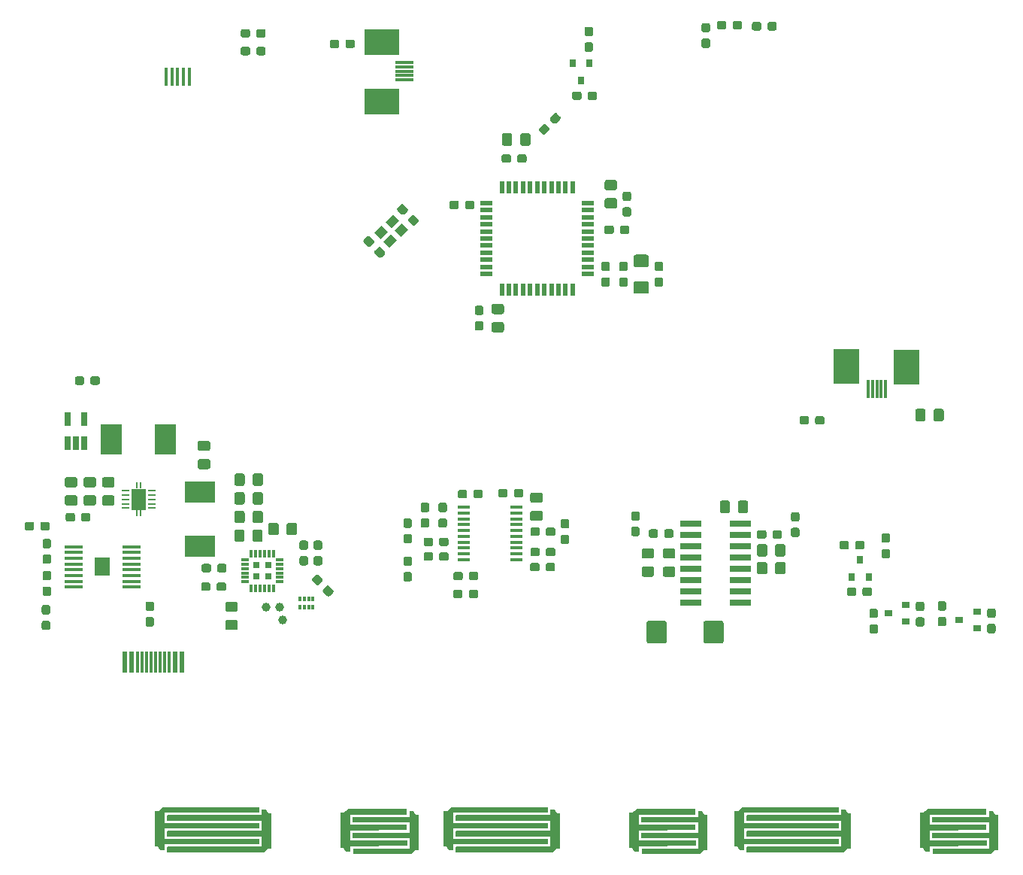
<source format=gtp>
G04 #@! TF.GenerationSoftware,KiCad,Pcbnew,(5.1.5-0-10_14)*
G04 #@! TF.CreationDate,2021-06-21T18:30:40+12:00*
G04 #@! TF.ProjectId,PiPortableBackingBoard,5069506f-7274-4616-926c-654261636b69,rev?*
G04 #@! TF.SameCoordinates,Original*
G04 #@! TF.FileFunction,Paste,Top*
G04 #@! TF.FilePolarity,Positive*
%FSLAX46Y46*%
G04 Gerber Fmt 4.6, Leading zero omitted, Abs format (unit mm)*
G04 Created by KiCad (PCBNEW (5.1.5-0-10_14)) date 2021-06-21 18:30:40*
%MOMM*%
%LPD*%
G04 APERTURE LIST*
%ADD10C,0.100000*%
%ADD11R,2.350000X3.400000*%
%ADD12R,4.000000X3.000000*%
%ADD13R,2.000000X0.300000*%
%ADD14R,3.000000X4.000000*%
%ADD15R,0.300000X2.000000*%
%ADD16C,1.000000*%
%ADD17R,3.400000X2.350000*%
%ADD18R,0.800000X0.900000*%
%ADD19R,0.900000X0.800000*%
%ADD20R,0.300000X0.500000*%
%ADD21R,0.850000X0.280000*%
%ADD22R,0.825000X1.200000*%
%ADD23R,0.280000X0.700000*%
%ADD24R,0.300000X0.850000*%
%ADD25R,0.850000X0.300000*%
%ADD26R,0.780000X0.780000*%
%ADD27R,1.450000X0.450000*%
%ADD28R,2.400000X0.800000*%
%ADD29R,0.508000X1.473200*%
%ADD30R,1.473200X0.508000*%
%ADD31R,1.764000X2.148000*%
%ADD32R,2.000000X0.450000*%
%ADD33R,0.300000X2.450000*%
%ADD34R,0.600000X2.450000*%
%ADD35R,0.450000X2.000000*%
%ADD36R,0.650000X1.560000*%
G04 APERTURE END LIST*
D10*
G36*
X152545000Y-189190500D02*
G01*
X152049000Y-189562500D01*
X152040620Y-189567584D01*
X152031409Y-189570936D01*
X152019000Y-189572500D01*
X145542000Y-189572500D01*
X145532245Y-189571539D01*
X145522866Y-189568694D01*
X145514221Y-189564073D01*
X145506645Y-189557855D01*
X145500427Y-189550279D01*
X145495806Y-189541634D01*
X145492961Y-189532255D01*
X145492000Y-189522500D01*
X145492000Y-189014500D01*
X145492961Y-189004745D01*
X145495806Y-188995366D01*
X145500427Y-188986721D01*
X145506645Y-188979145D01*
X145514221Y-188972927D01*
X145522866Y-188968306D01*
X145532245Y-188965461D01*
X145542000Y-188964500D01*
X151842000Y-188964500D01*
X151842000Y-187794537D01*
X145478537Y-187799300D01*
X145468782Y-187798347D01*
X145459400Y-187795508D01*
X145450753Y-187790894D01*
X145443171Y-187784682D01*
X145436947Y-187777110D01*
X145432320Y-187768469D01*
X145429468Y-187759091D01*
X145428500Y-187749300D01*
X145428500Y-187241300D01*
X145429461Y-187231545D01*
X145432306Y-187222166D01*
X145436927Y-187213521D01*
X145443145Y-187205945D01*
X145450721Y-187199727D01*
X145459366Y-187195106D01*
X145468745Y-187192261D01*
X145478463Y-187191300D01*
X151842000Y-187186537D01*
X151842000Y-186016438D01*
X145478438Y-186008600D01*
X145468685Y-186007627D01*
X145459309Y-186004770D01*
X145450670Y-186000139D01*
X145443101Y-185993912D01*
X145436892Y-185986327D01*
X145432282Y-185977677D01*
X145429449Y-185968294D01*
X145428500Y-185958600D01*
X145428500Y-185458500D01*
X145429461Y-185448745D01*
X145432306Y-185439366D01*
X145436927Y-185430721D01*
X145443145Y-185423145D01*
X145450721Y-185416927D01*
X145459366Y-185412306D01*
X145468745Y-185409461D01*
X145478500Y-185408500D01*
X151842000Y-185408500D01*
X151842000Y-184823500D01*
X151842961Y-184813745D01*
X151845806Y-184804366D01*
X151850427Y-184795721D01*
X151856645Y-184788145D01*
X151864221Y-184781927D01*
X151872866Y-184777306D01*
X151882245Y-184774461D01*
X151892000Y-184773500D01*
X152273000Y-184773500D01*
X152282755Y-184774461D01*
X152292134Y-184777306D01*
X152300779Y-184781927D01*
X152308355Y-184788145D01*
X152314603Y-184795765D01*
X152568603Y-185176765D01*
X152573214Y-185185414D01*
X152574751Y-185190500D01*
X152900000Y-185190500D01*
X152900000Y-189190500D01*
X152545000Y-189190500D01*
G37*
G36*
X144444500Y-184936500D02*
G01*
X144940500Y-184564500D01*
X144948880Y-184559416D01*
X144958091Y-184556064D01*
X144970366Y-184554500D01*
X151510866Y-184537000D01*
X151520623Y-184537935D01*
X151530011Y-184540755D01*
X151538667Y-184545352D01*
X151546261Y-184551550D01*
X151552499Y-184559110D01*
X151557143Y-184567742D01*
X151560013Y-184577114D01*
X151561000Y-184587000D01*
X151561000Y-185112500D01*
X151560039Y-185122255D01*
X151557194Y-185131634D01*
X151552573Y-185140279D01*
X151546355Y-185147855D01*
X151538779Y-185154073D01*
X151530134Y-185158694D01*
X151520755Y-185161539D01*
X151511000Y-185162500D01*
X145147500Y-185162500D01*
X145147500Y-186332500D01*
X151511000Y-186332500D01*
X151520755Y-186333461D01*
X151530134Y-186336306D01*
X151538779Y-186340927D01*
X151546355Y-186347145D01*
X151552573Y-186354721D01*
X151557194Y-186363366D01*
X151560039Y-186372745D01*
X151561000Y-186382500D01*
X151561000Y-186873000D01*
X151560039Y-186882755D01*
X151557194Y-186892134D01*
X151552573Y-186900779D01*
X151546355Y-186908355D01*
X151538779Y-186914573D01*
X151530134Y-186919194D01*
X151520755Y-186922039D01*
X151511136Y-186923000D01*
X145147500Y-186940364D01*
X145147500Y-188110500D01*
X151574500Y-188110500D01*
X151584255Y-188111461D01*
X151593634Y-188114306D01*
X151602279Y-188118927D01*
X151609855Y-188125145D01*
X151616073Y-188132721D01*
X151620694Y-188141366D01*
X151623539Y-188150745D01*
X151624500Y-188160500D01*
X151624500Y-188651000D01*
X151623539Y-188660755D01*
X151620694Y-188670134D01*
X151616073Y-188678779D01*
X151609855Y-188686355D01*
X151602279Y-188692573D01*
X151593634Y-188697194D01*
X151584255Y-188700039D01*
X151574635Y-188701000D01*
X145147500Y-188718365D01*
X145147500Y-189303500D01*
X145146539Y-189313255D01*
X145143694Y-189322634D01*
X145139073Y-189331279D01*
X145132855Y-189338855D01*
X145125279Y-189345073D01*
X145116634Y-189349694D01*
X145107255Y-189352539D01*
X145097500Y-189353500D01*
X144716500Y-189353500D01*
X144706745Y-189352539D01*
X144697366Y-189349694D01*
X144688721Y-189345073D01*
X144681145Y-189338855D01*
X144674897Y-189331235D01*
X144420897Y-188950235D01*
X144416286Y-188941586D01*
X144414749Y-188936500D01*
X144089500Y-188936500D01*
X144089500Y-184936500D01*
X144444500Y-184936500D01*
G37*
G36*
X123553000Y-184746000D02*
G01*
X124049000Y-184374000D01*
X124057380Y-184368916D01*
X124066591Y-184365564D01*
X124079000Y-184364000D01*
X134874000Y-184364000D01*
X134883755Y-184364961D01*
X134893134Y-184367806D01*
X134901779Y-184372427D01*
X134909355Y-184378645D01*
X134915573Y-184386221D01*
X134920194Y-184394866D01*
X134923039Y-184404245D01*
X134924000Y-184414000D01*
X134924000Y-184922000D01*
X134923039Y-184931755D01*
X134920194Y-184941134D01*
X134915573Y-184949779D01*
X134909355Y-184957355D01*
X134901779Y-184963573D01*
X134893134Y-184968194D01*
X134883755Y-184971039D01*
X134874000Y-184972000D01*
X124256000Y-184972000D01*
X124256000Y-186142000D01*
X134874000Y-186142000D01*
X134883755Y-186142961D01*
X134893134Y-186145806D01*
X134901779Y-186150427D01*
X134909355Y-186156645D01*
X134915573Y-186164221D01*
X134920194Y-186172866D01*
X134923039Y-186182245D01*
X134924000Y-186192000D01*
X134924000Y-186700000D01*
X134923039Y-186709755D01*
X134920194Y-186719134D01*
X134915573Y-186727779D01*
X134909355Y-186735355D01*
X134901779Y-186741573D01*
X134893134Y-186746194D01*
X134883755Y-186749039D01*
X134874000Y-186750000D01*
X124256000Y-186750000D01*
X124256000Y-187920000D01*
X134874000Y-187920000D01*
X134883755Y-187920961D01*
X134893134Y-187923806D01*
X134901779Y-187928427D01*
X134909355Y-187934645D01*
X134915573Y-187942221D01*
X134920194Y-187950866D01*
X134923039Y-187960245D01*
X134924000Y-187970000D01*
X134924000Y-188478000D01*
X134923039Y-188487755D01*
X134920194Y-188497134D01*
X134915573Y-188505779D01*
X134909355Y-188513355D01*
X134901779Y-188519573D01*
X134893134Y-188524194D01*
X134883755Y-188527039D01*
X134874000Y-188528000D01*
X124256000Y-188528000D01*
X124256000Y-189113000D01*
X124255039Y-189122755D01*
X124252194Y-189132134D01*
X124247573Y-189140779D01*
X124241355Y-189148355D01*
X124233779Y-189154573D01*
X124225134Y-189159194D01*
X124215755Y-189162039D01*
X124206000Y-189163000D01*
X123825000Y-189163000D01*
X123815245Y-189162039D01*
X123805866Y-189159194D01*
X123797221Y-189154573D01*
X123789645Y-189148355D01*
X123783397Y-189140735D01*
X123529397Y-188759735D01*
X123524786Y-188751086D01*
X123523249Y-188746000D01*
X123198000Y-188746000D01*
X123198000Y-184746000D01*
X123553000Y-184746000D01*
G37*
G36*
X135908000Y-189017500D02*
G01*
X135412000Y-189389500D01*
X135403620Y-189394584D01*
X135394409Y-189397936D01*
X135382000Y-189399500D01*
X124587000Y-189399500D01*
X124577245Y-189398539D01*
X124567866Y-189395694D01*
X124559221Y-189391073D01*
X124551645Y-189384855D01*
X124545427Y-189377279D01*
X124540806Y-189368634D01*
X124537961Y-189359255D01*
X124537000Y-189349500D01*
X124537000Y-188841500D01*
X124537961Y-188831745D01*
X124540806Y-188822366D01*
X124545427Y-188813721D01*
X124551645Y-188806145D01*
X124559221Y-188799927D01*
X124567866Y-188795306D01*
X124577245Y-188792461D01*
X124587000Y-188791500D01*
X135205000Y-188791500D01*
X135205000Y-187621500D01*
X124587000Y-187621500D01*
X124577245Y-187620539D01*
X124567866Y-187617694D01*
X124559221Y-187613073D01*
X124551645Y-187606855D01*
X124545427Y-187599279D01*
X124540806Y-187590634D01*
X124537961Y-187581255D01*
X124537000Y-187571500D01*
X124537000Y-187063500D01*
X124537961Y-187053745D01*
X124540806Y-187044366D01*
X124545427Y-187035721D01*
X124551645Y-187028145D01*
X124559221Y-187021927D01*
X124567866Y-187017306D01*
X124577245Y-187014461D01*
X124587000Y-187013500D01*
X135205000Y-187013500D01*
X135205000Y-185843500D01*
X124587000Y-185843500D01*
X124577245Y-185842539D01*
X124567866Y-185839694D01*
X124559221Y-185835073D01*
X124551645Y-185828855D01*
X124545427Y-185821279D01*
X124540806Y-185812634D01*
X124537961Y-185803255D01*
X124537000Y-185793500D01*
X124537000Y-185285500D01*
X124537961Y-185275745D01*
X124540806Y-185266366D01*
X124545427Y-185257721D01*
X124551645Y-185250145D01*
X124559221Y-185243927D01*
X124567866Y-185239306D01*
X124577245Y-185236461D01*
X124587000Y-185235500D01*
X135205000Y-185235500D01*
X135205000Y-184650500D01*
X135205961Y-184640745D01*
X135208806Y-184631366D01*
X135213427Y-184622721D01*
X135219645Y-184615145D01*
X135227221Y-184608927D01*
X135235866Y-184604306D01*
X135245245Y-184601461D01*
X135255000Y-184600500D01*
X135636000Y-184600500D01*
X135645755Y-184601461D01*
X135655134Y-184604306D01*
X135663779Y-184608927D01*
X135671355Y-184615145D01*
X135677603Y-184622765D01*
X135931603Y-185003765D01*
X135936214Y-185012414D01*
X135937751Y-185017500D01*
X136263000Y-185017500D01*
X136263000Y-189017500D01*
X135908000Y-189017500D01*
G37*
G36*
X185057000Y-189190500D02*
G01*
X184561000Y-189562500D01*
X184552620Y-189567584D01*
X184543409Y-189570936D01*
X184531000Y-189572500D01*
X178054000Y-189572500D01*
X178044245Y-189571539D01*
X178034866Y-189568694D01*
X178026221Y-189564073D01*
X178018645Y-189557855D01*
X178012427Y-189550279D01*
X178007806Y-189541634D01*
X178004961Y-189532255D01*
X178004000Y-189522500D01*
X178004000Y-189014500D01*
X178004961Y-189004745D01*
X178007806Y-188995366D01*
X178012427Y-188986721D01*
X178018645Y-188979145D01*
X178026221Y-188972927D01*
X178034866Y-188968306D01*
X178044245Y-188965461D01*
X178054000Y-188964500D01*
X184354000Y-188964500D01*
X184354000Y-187794537D01*
X177990537Y-187799300D01*
X177980782Y-187798347D01*
X177971400Y-187795508D01*
X177962753Y-187790894D01*
X177955171Y-187784682D01*
X177948947Y-187777110D01*
X177944320Y-187768469D01*
X177941468Y-187759091D01*
X177940500Y-187749300D01*
X177940500Y-187241300D01*
X177941461Y-187231545D01*
X177944306Y-187222166D01*
X177948927Y-187213521D01*
X177955145Y-187205945D01*
X177962721Y-187199727D01*
X177971366Y-187195106D01*
X177980745Y-187192261D01*
X177990463Y-187191300D01*
X184354000Y-187186537D01*
X184354000Y-186016438D01*
X177990438Y-186008600D01*
X177980685Y-186007627D01*
X177971309Y-186004770D01*
X177962670Y-186000139D01*
X177955101Y-185993912D01*
X177948892Y-185986327D01*
X177944282Y-185977677D01*
X177941449Y-185968294D01*
X177940500Y-185958600D01*
X177940500Y-185458500D01*
X177941461Y-185448745D01*
X177944306Y-185439366D01*
X177948927Y-185430721D01*
X177955145Y-185423145D01*
X177962721Y-185416927D01*
X177971366Y-185412306D01*
X177980745Y-185409461D01*
X177990500Y-185408500D01*
X184354000Y-185408500D01*
X184354000Y-184823500D01*
X184354961Y-184813745D01*
X184357806Y-184804366D01*
X184362427Y-184795721D01*
X184368645Y-184788145D01*
X184376221Y-184781927D01*
X184384866Y-184777306D01*
X184394245Y-184774461D01*
X184404000Y-184773500D01*
X184785000Y-184773500D01*
X184794755Y-184774461D01*
X184804134Y-184777306D01*
X184812779Y-184781927D01*
X184820355Y-184788145D01*
X184826603Y-184795765D01*
X185080603Y-185176765D01*
X185085214Y-185185414D01*
X185086751Y-185190500D01*
X185412000Y-185190500D01*
X185412000Y-189190500D01*
X185057000Y-189190500D01*
G37*
G36*
X176956500Y-184936500D02*
G01*
X177452500Y-184564500D01*
X177460880Y-184559416D01*
X177470091Y-184556064D01*
X177482366Y-184554500D01*
X184022866Y-184537000D01*
X184032623Y-184537935D01*
X184042011Y-184540755D01*
X184050667Y-184545352D01*
X184058261Y-184551550D01*
X184064499Y-184559110D01*
X184069143Y-184567742D01*
X184072013Y-184577114D01*
X184073000Y-184587000D01*
X184073000Y-185112500D01*
X184072039Y-185122255D01*
X184069194Y-185131634D01*
X184064573Y-185140279D01*
X184058355Y-185147855D01*
X184050779Y-185154073D01*
X184042134Y-185158694D01*
X184032755Y-185161539D01*
X184023000Y-185162500D01*
X177659500Y-185162500D01*
X177659500Y-186332500D01*
X184023000Y-186332500D01*
X184032755Y-186333461D01*
X184042134Y-186336306D01*
X184050779Y-186340927D01*
X184058355Y-186347145D01*
X184064573Y-186354721D01*
X184069194Y-186363366D01*
X184072039Y-186372745D01*
X184073000Y-186382500D01*
X184073000Y-186873000D01*
X184072039Y-186882755D01*
X184069194Y-186892134D01*
X184064573Y-186900779D01*
X184058355Y-186908355D01*
X184050779Y-186914573D01*
X184042134Y-186919194D01*
X184032755Y-186922039D01*
X184023136Y-186923000D01*
X177659500Y-186940364D01*
X177659500Y-188110500D01*
X184086500Y-188110500D01*
X184096255Y-188111461D01*
X184105634Y-188114306D01*
X184114279Y-188118927D01*
X184121855Y-188125145D01*
X184128073Y-188132721D01*
X184132694Y-188141366D01*
X184135539Y-188150745D01*
X184136500Y-188160500D01*
X184136500Y-188651000D01*
X184135539Y-188660755D01*
X184132694Y-188670134D01*
X184128073Y-188678779D01*
X184121855Y-188686355D01*
X184114279Y-188692573D01*
X184105634Y-188697194D01*
X184096255Y-188700039D01*
X184086635Y-188701000D01*
X177659500Y-188718365D01*
X177659500Y-189303500D01*
X177658539Y-189313255D01*
X177655694Y-189322634D01*
X177651073Y-189331279D01*
X177644855Y-189338855D01*
X177637279Y-189345073D01*
X177628634Y-189349694D01*
X177619255Y-189352539D01*
X177609500Y-189353500D01*
X177228500Y-189353500D01*
X177218745Y-189352539D01*
X177209366Y-189349694D01*
X177200721Y-189345073D01*
X177193145Y-189338855D01*
X177186897Y-189331235D01*
X176932897Y-188950235D01*
X176928286Y-188941586D01*
X176926749Y-188936500D01*
X176601500Y-188936500D01*
X176601500Y-184936500D01*
X176956500Y-184936500D01*
G37*
G36*
X156065000Y-184746000D02*
G01*
X156561000Y-184374000D01*
X156569380Y-184368916D01*
X156578591Y-184365564D01*
X156591000Y-184364000D01*
X167386000Y-184364000D01*
X167395755Y-184364961D01*
X167405134Y-184367806D01*
X167413779Y-184372427D01*
X167421355Y-184378645D01*
X167427573Y-184386221D01*
X167432194Y-184394866D01*
X167435039Y-184404245D01*
X167436000Y-184414000D01*
X167436000Y-184922000D01*
X167435039Y-184931755D01*
X167432194Y-184941134D01*
X167427573Y-184949779D01*
X167421355Y-184957355D01*
X167413779Y-184963573D01*
X167405134Y-184968194D01*
X167395755Y-184971039D01*
X167386000Y-184972000D01*
X156768000Y-184972000D01*
X156768000Y-186142000D01*
X167386000Y-186142000D01*
X167395755Y-186142961D01*
X167405134Y-186145806D01*
X167413779Y-186150427D01*
X167421355Y-186156645D01*
X167427573Y-186164221D01*
X167432194Y-186172866D01*
X167435039Y-186182245D01*
X167436000Y-186192000D01*
X167436000Y-186700000D01*
X167435039Y-186709755D01*
X167432194Y-186719134D01*
X167427573Y-186727779D01*
X167421355Y-186735355D01*
X167413779Y-186741573D01*
X167405134Y-186746194D01*
X167395755Y-186749039D01*
X167386000Y-186750000D01*
X156768000Y-186750000D01*
X156768000Y-187920000D01*
X167386000Y-187920000D01*
X167395755Y-187920961D01*
X167405134Y-187923806D01*
X167413779Y-187928427D01*
X167421355Y-187934645D01*
X167427573Y-187942221D01*
X167432194Y-187950866D01*
X167435039Y-187960245D01*
X167436000Y-187970000D01*
X167436000Y-188478000D01*
X167435039Y-188487755D01*
X167432194Y-188497134D01*
X167427573Y-188505779D01*
X167421355Y-188513355D01*
X167413779Y-188519573D01*
X167405134Y-188524194D01*
X167395755Y-188527039D01*
X167386000Y-188528000D01*
X156768000Y-188528000D01*
X156768000Y-189113000D01*
X156767039Y-189122755D01*
X156764194Y-189132134D01*
X156759573Y-189140779D01*
X156753355Y-189148355D01*
X156745779Y-189154573D01*
X156737134Y-189159194D01*
X156727755Y-189162039D01*
X156718000Y-189163000D01*
X156337000Y-189163000D01*
X156327245Y-189162039D01*
X156317866Y-189159194D01*
X156309221Y-189154573D01*
X156301645Y-189148355D01*
X156295397Y-189140735D01*
X156041397Y-188759735D01*
X156036786Y-188751086D01*
X156035249Y-188746000D01*
X155710000Y-188746000D01*
X155710000Y-184746000D01*
X156065000Y-184746000D01*
G37*
G36*
X168420000Y-189017500D02*
G01*
X167924000Y-189389500D01*
X167915620Y-189394584D01*
X167906409Y-189397936D01*
X167894000Y-189399500D01*
X157099000Y-189399500D01*
X157089245Y-189398539D01*
X157079866Y-189395694D01*
X157071221Y-189391073D01*
X157063645Y-189384855D01*
X157057427Y-189377279D01*
X157052806Y-189368634D01*
X157049961Y-189359255D01*
X157049000Y-189349500D01*
X157049000Y-188841500D01*
X157049961Y-188831745D01*
X157052806Y-188822366D01*
X157057427Y-188813721D01*
X157063645Y-188806145D01*
X157071221Y-188799927D01*
X157079866Y-188795306D01*
X157089245Y-188792461D01*
X157099000Y-188791500D01*
X167717000Y-188791500D01*
X167717000Y-187621500D01*
X157099000Y-187621500D01*
X157089245Y-187620539D01*
X157079866Y-187617694D01*
X157071221Y-187613073D01*
X157063645Y-187606855D01*
X157057427Y-187599279D01*
X157052806Y-187590634D01*
X157049961Y-187581255D01*
X157049000Y-187571500D01*
X157049000Y-187063500D01*
X157049961Y-187053745D01*
X157052806Y-187044366D01*
X157057427Y-187035721D01*
X157063645Y-187028145D01*
X157071221Y-187021927D01*
X157079866Y-187017306D01*
X157089245Y-187014461D01*
X157099000Y-187013500D01*
X167717000Y-187013500D01*
X167717000Y-185843500D01*
X157099000Y-185843500D01*
X157089245Y-185842539D01*
X157079866Y-185839694D01*
X157071221Y-185835073D01*
X157063645Y-185828855D01*
X157057427Y-185821279D01*
X157052806Y-185812634D01*
X157049961Y-185803255D01*
X157049000Y-185793500D01*
X157049000Y-185285500D01*
X157049961Y-185275745D01*
X157052806Y-185266366D01*
X157057427Y-185257721D01*
X157063645Y-185250145D01*
X157071221Y-185243927D01*
X157079866Y-185239306D01*
X157089245Y-185236461D01*
X157099000Y-185235500D01*
X167717000Y-185235500D01*
X167717000Y-184650500D01*
X167717961Y-184640745D01*
X167720806Y-184631366D01*
X167725427Y-184622721D01*
X167731645Y-184615145D01*
X167739221Y-184608927D01*
X167747866Y-184604306D01*
X167757245Y-184601461D01*
X167767000Y-184600500D01*
X168148000Y-184600500D01*
X168157755Y-184601461D01*
X168167134Y-184604306D01*
X168175779Y-184608927D01*
X168183355Y-184615145D01*
X168189603Y-184622765D01*
X168443603Y-185003765D01*
X168448214Y-185012414D01*
X168449751Y-185017500D01*
X168775000Y-185017500D01*
X168775000Y-189017500D01*
X168420000Y-189017500D01*
G37*
G36*
X217823000Y-189190500D02*
G01*
X217327000Y-189562500D01*
X217318620Y-189567584D01*
X217309409Y-189570936D01*
X217297000Y-189572500D01*
X210820000Y-189572500D01*
X210810245Y-189571539D01*
X210800866Y-189568694D01*
X210792221Y-189564073D01*
X210784645Y-189557855D01*
X210778427Y-189550279D01*
X210773806Y-189541634D01*
X210770961Y-189532255D01*
X210770000Y-189522500D01*
X210770000Y-189014500D01*
X210770961Y-189004745D01*
X210773806Y-188995366D01*
X210778427Y-188986721D01*
X210784645Y-188979145D01*
X210792221Y-188972927D01*
X210800866Y-188968306D01*
X210810245Y-188965461D01*
X210820000Y-188964500D01*
X217120000Y-188964500D01*
X217120000Y-187794537D01*
X210756537Y-187799300D01*
X210746782Y-187798347D01*
X210737400Y-187795508D01*
X210728753Y-187790894D01*
X210721171Y-187784682D01*
X210714947Y-187777110D01*
X210710320Y-187768469D01*
X210707468Y-187759091D01*
X210706500Y-187749300D01*
X210706500Y-187241300D01*
X210707461Y-187231545D01*
X210710306Y-187222166D01*
X210714927Y-187213521D01*
X210721145Y-187205945D01*
X210728721Y-187199727D01*
X210737366Y-187195106D01*
X210746745Y-187192261D01*
X210756463Y-187191300D01*
X217120000Y-187186537D01*
X217120000Y-186016438D01*
X210756438Y-186008600D01*
X210746685Y-186007627D01*
X210737309Y-186004770D01*
X210728670Y-186000139D01*
X210721101Y-185993912D01*
X210714892Y-185986327D01*
X210710282Y-185977677D01*
X210707449Y-185968294D01*
X210706500Y-185958600D01*
X210706500Y-185458500D01*
X210707461Y-185448745D01*
X210710306Y-185439366D01*
X210714927Y-185430721D01*
X210721145Y-185423145D01*
X210728721Y-185416927D01*
X210737366Y-185412306D01*
X210746745Y-185409461D01*
X210756500Y-185408500D01*
X217120000Y-185408500D01*
X217120000Y-184823500D01*
X217120961Y-184813745D01*
X217123806Y-184804366D01*
X217128427Y-184795721D01*
X217134645Y-184788145D01*
X217142221Y-184781927D01*
X217150866Y-184777306D01*
X217160245Y-184774461D01*
X217170000Y-184773500D01*
X217551000Y-184773500D01*
X217560755Y-184774461D01*
X217570134Y-184777306D01*
X217578779Y-184781927D01*
X217586355Y-184788145D01*
X217592603Y-184795765D01*
X217846603Y-185176765D01*
X217851214Y-185185414D01*
X217852751Y-185190500D01*
X218178000Y-185190500D01*
X218178000Y-189190500D01*
X217823000Y-189190500D01*
G37*
G36*
X209722500Y-184936500D02*
G01*
X210218500Y-184564500D01*
X210226880Y-184559416D01*
X210236091Y-184556064D01*
X210248366Y-184554500D01*
X216788866Y-184537000D01*
X216798623Y-184537935D01*
X216808011Y-184540755D01*
X216816667Y-184545352D01*
X216824261Y-184551550D01*
X216830499Y-184559110D01*
X216835143Y-184567742D01*
X216838013Y-184577114D01*
X216839000Y-184587000D01*
X216839000Y-185112500D01*
X216838039Y-185122255D01*
X216835194Y-185131634D01*
X216830573Y-185140279D01*
X216824355Y-185147855D01*
X216816779Y-185154073D01*
X216808134Y-185158694D01*
X216798755Y-185161539D01*
X216789000Y-185162500D01*
X210425500Y-185162500D01*
X210425500Y-186332500D01*
X216789000Y-186332500D01*
X216798755Y-186333461D01*
X216808134Y-186336306D01*
X216816779Y-186340927D01*
X216824355Y-186347145D01*
X216830573Y-186354721D01*
X216835194Y-186363366D01*
X216838039Y-186372745D01*
X216839000Y-186382500D01*
X216839000Y-186873000D01*
X216838039Y-186882755D01*
X216835194Y-186892134D01*
X216830573Y-186900779D01*
X216824355Y-186908355D01*
X216816779Y-186914573D01*
X216808134Y-186919194D01*
X216798755Y-186922039D01*
X216789136Y-186923000D01*
X210425500Y-186940364D01*
X210425500Y-188110500D01*
X216852500Y-188110500D01*
X216862255Y-188111461D01*
X216871634Y-188114306D01*
X216880279Y-188118927D01*
X216887855Y-188125145D01*
X216894073Y-188132721D01*
X216898694Y-188141366D01*
X216901539Y-188150745D01*
X216902500Y-188160500D01*
X216902500Y-188651000D01*
X216901539Y-188660755D01*
X216898694Y-188670134D01*
X216894073Y-188678779D01*
X216887855Y-188686355D01*
X216880279Y-188692573D01*
X216871634Y-188697194D01*
X216862255Y-188700039D01*
X216852635Y-188701000D01*
X210425500Y-188718365D01*
X210425500Y-189303500D01*
X210424539Y-189313255D01*
X210421694Y-189322634D01*
X210417073Y-189331279D01*
X210410855Y-189338855D01*
X210403279Y-189345073D01*
X210394634Y-189349694D01*
X210385255Y-189352539D01*
X210375500Y-189353500D01*
X209994500Y-189353500D01*
X209984745Y-189352539D01*
X209975366Y-189349694D01*
X209966721Y-189345073D01*
X209959145Y-189338855D01*
X209952897Y-189331235D01*
X209698897Y-188950235D01*
X209694286Y-188941586D01*
X209692749Y-188936500D01*
X209367500Y-188936500D01*
X209367500Y-184936500D01*
X209722500Y-184936500D01*
G37*
G36*
X188831000Y-184746000D02*
G01*
X189327000Y-184374000D01*
X189335380Y-184368916D01*
X189344591Y-184365564D01*
X189357000Y-184364000D01*
X200152000Y-184364000D01*
X200161755Y-184364961D01*
X200171134Y-184367806D01*
X200179779Y-184372427D01*
X200187355Y-184378645D01*
X200193573Y-184386221D01*
X200198194Y-184394866D01*
X200201039Y-184404245D01*
X200202000Y-184414000D01*
X200202000Y-184922000D01*
X200201039Y-184931755D01*
X200198194Y-184941134D01*
X200193573Y-184949779D01*
X200187355Y-184957355D01*
X200179779Y-184963573D01*
X200171134Y-184968194D01*
X200161755Y-184971039D01*
X200152000Y-184972000D01*
X189534000Y-184972000D01*
X189534000Y-186142000D01*
X200152000Y-186142000D01*
X200161755Y-186142961D01*
X200171134Y-186145806D01*
X200179779Y-186150427D01*
X200187355Y-186156645D01*
X200193573Y-186164221D01*
X200198194Y-186172866D01*
X200201039Y-186182245D01*
X200202000Y-186192000D01*
X200202000Y-186700000D01*
X200201039Y-186709755D01*
X200198194Y-186719134D01*
X200193573Y-186727779D01*
X200187355Y-186735355D01*
X200179779Y-186741573D01*
X200171134Y-186746194D01*
X200161755Y-186749039D01*
X200152000Y-186750000D01*
X189534000Y-186750000D01*
X189534000Y-187920000D01*
X200152000Y-187920000D01*
X200161755Y-187920961D01*
X200171134Y-187923806D01*
X200179779Y-187928427D01*
X200187355Y-187934645D01*
X200193573Y-187942221D01*
X200198194Y-187950866D01*
X200201039Y-187960245D01*
X200202000Y-187970000D01*
X200202000Y-188478000D01*
X200201039Y-188487755D01*
X200198194Y-188497134D01*
X200193573Y-188505779D01*
X200187355Y-188513355D01*
X200179779Y-188519573D01*
X200171134Y-188524194D01*
X200161755Y-188527039D01*
X200152000Y-188528000D01*
X189534000Y-188528000D01*
X189534000Y-189113000D01*
X189533039Y-189122755D01*
X189530194Y-189132134D01*
X189525573Y-189140779D01*
X189519355Y-189148355D01*
X189511779Y-189154573D01*
X189503134Y-189159194D01*
X189493755Y-189162039D01*
X189484000Y-189163000D01*
X189103000Y-189163000D01*
X189093245Y-189162039D01*
X189083866Y-189159194D01*
X189075221Y-189154573D01*
X189067645Y-189148355D01*
X189061397Y-189140735D01*
X188807397Y-188759735D01*
X188802786Y-188751086D01*
X188801249Y-188746000D01*
X188476000Y-188746000D01*
X188476000Y-184746000D01*
X188831000Y-184746000D01*
G37*
G36*
X201186000Y-189017500D02*
G01*
X200690000Y-189389500D01*
X200681620Y-189394584D01*
X200672409Y-189397936D01*
X200660000Y-189399500D01*
X189865000Y-189399500D01*
X189855245Y-189398539D01*
X189845866Y-189395694D01*
X189837221Y-189391073D01*
X189829645Y-189384855D01*
X189823427Y-189377279D01*
X189818806Y-189368634D01*
X189815961Y-189359255D01*
X189815000Y-189349500D01*
X189815000Y-188841500D01*
X189815961Y-188831745D01*
X189818806Y-188822366D01*
X189823427Y-188813721D01*
X189829645Y-188806145D01*
X189837221Y-188799927D01*
X189845866Y-188795306D01*
X189855245Y-188792461D01*
X189865000Y-188791500D01*
X200483000Y-188791500D01*
X200483000Y-187621500D01*
X189865000Y-187621500D01*
X189855245Y-187620539D01*
X189845866Y-187617694D01*
X189837221Y-187613073D01*
X189829645Y-187606855D01*
X189823427Y-187599279D01*
X189818806Y-187590634D01*
X189815961Y-187581255D01*
X189815000Y-187571500D01*
X189815000Y-187063500D01*
X189815961Y-187053745D01*
X189818806Y-187044366D01*
X189823427Y-187035721D01*
X189829645Y-187028145D01*
X189837221Y-187021927D01*
X189845866Y-187017306D01*
X189855245Y-187014461D01*
X189865000Y-187013500D01*
X200483000Y-187013500D01*
X200483000Y-185843500D01*
X189865000Y-185843500D01*
X189855245Y-185842539D01*
X189845866Y-185839694D01*
X189837221Y-185835073D01*
X189829645Y-185828855D01*
X189823427Y-185821279D01*
X189818806Y-185812634D01*
X189815961Y-185803255D01*
X189815000Y-185793500D01*
X189815000Y-185285500D01*
X189815961Y-185275745D01*
X189818806Y-185266366D01*
X189823427Y-185257721D01*
X189829645Y-185250145D01*
X189837221Y-185243927D01*
X189845866Y-185239306D01*
X189855245Y-185236461D01*
X189865000Y-185235500D01*
X200483000Y-185235500D01*
X200483000Y-184650500D01*
X200483961Y-184640745D01*
X200486806Y-184631366D01*
X200491427Y-184622721D01*
X200497645Y-184615145D01*
X200505221Y-184608927D01*
X200513866Y-184604306D01*
X200523245Y-184601461D01*
X200533000Y-184600500D01*
X200914000Y-184600500D01*
X200923755Y-184601461D01*
X200933134Y-184604306D01*
X200941779Y-184608927D01*
X200949355Y-184615145D01*
X200955603Y-184622765D01*
X201209603Y-185003765D01*
X201214214Y-185012414D01*
X201215751Y-185017500D01*
X201541000Y-185017500D01*
X201541000Y-189017500D01*
X201186000Y-189017500D01*
G37*
D11*
X118298500Y-142938500D03*
X124398500Y-142938500D03*
D12*
X148716000Y-104907900D03*
X148766000Y-98207900D03*
D13*
X151266000Y-102507900D03*
X151266000Y-100507900D03*
X151266000Y-102007900D03*
X151266000Y-101007900D03*
X151266000Y-101507900D03*
D14*
X201098600Y-134733300D03*
X207798600Y-134783300D03*
D15*
X203498600Y-137283300D03*
X205498600Y-137283300D03*
X203998600Y-137283300D03*
X204998600Y-137283300D03*
X204498600Y-137283300D03*
D16*
X135676000Y-161786000D03*
D10*
G36*
X114216505Y-147193204D02*
G01*
X114240773Y-147196804D01*
X114264572Y-147202765D01*
X114287671Y-147211030D01*
X114309850Y-147221520D01*
X114330893Y-147234132D01*
X114350599Y-147248747D01*
X114368777Y-147265223D01*
X114385253Y-147283401D01*
X114399868Y-147303107D01*
X114412480Y-147324150D01*
X114422970Y-147346329D01*
X114431235Y-147369428D01*
X114437196Y-147393227D01*
X114440796Y-147417495D01*
X114442000Y-147441999D01*
X114442000Y-148092001D01*
X114440796Y-148116505D01*
X114437196Y-148140773D01*
X114431235Y-148164572D01*
X114422970Y-148187671D01*
X114412480Y-148209850D01*
X114399868Y-148230893D01*
X114385253Y-148250599D01*
X114368777Y-148268777D01*
X114350599Y-148285253D01*
X114330893Y-148299868D01*
X114309850Y-148312480D01*
X114287671Y-148322970D01*
X114264572Y-148331235D01*
X114240773Y-148337196D01*
X114216505Y-148340796D01*
X114192001Y-148342000D01*
X113291999Y-148342000D01*
X113267495Y-148340796D01*
X113243227Y-148337196D01*
X113219428Y-148331235D01*
X113196329Y-148322970D01*
X113174150Y-148312480D01*
X113153107Y-148299868D01*
X113133401Y-148285253D01*
X113115223Y-148268777D01*
X113098747Y-148250599D01*
X113084132Y-148230893D01*
X113071520Y-148209850D01*
X113061030Y-148187671D01*
X113052765Y-148164572D01*
X113046804Y-148140773D01*
X113043204Y-148116505D01*
X113042000Y-148092001D01*
X113042000Y-147441999D01*
X113043204Y-147417495D01*
X113046804Y-147393227D01*
X113052765Y-147369428D01*
X113061030Y-147346329D01*
X113071520Y-147324150D01*
X113084132Y-147303107D01*
X113098747Y-147283401D01*
X113115223Y-147265223D01*
X113133401Y-147248747D01*
X113153107Y-147234132D01*
X113174150Y-147221520D01*
X113196329Y-147211030D01*
X113219428Y-147202765D01*
X113243227Y-147196804D01*
X113267495Y-147193204D01*
X113291999Y-147192000D01*
X114192001Y-147192000D01*
X114216505Y-147193204D01*
G37*
G36*
X114216505Y-149243204D02*
G01*
X114240773Y-149246804D01*
X114264572Y-149252765D01*
X114287671Y-149261030D01*
X114309850Y-149271520D01*
X114330893Y-149284132D01*
X114350599Y-149298747D01*
X114368777Y-149315223D01*
X114385253Y-149333401D01*
X114399868Y-149353107D01*
X114412480Y-149374150D01*
X114422970Y-149396329D01*
X114431235Y-149419428D01*
X114437196Y-149443227D01*
X114440796Y-149467495D01*
X114442000Y-149491999D01*
X114442000Y-150142001D01*
X114440796Y-150166505D01*
X114437196Y-150190773D01*
X114431235Y-150214572D01*
X114422970Y-150237671D01*
X114412480Y-150259850D01*
X114399868Y-150280893D01*
X114385253Y-150300599D01*
X114368777Y-150318777D01*
X114350599Y-150335253D01*
X114330893Y-150349868D01*
X114309850Y-150362480D01*
X114287671Y-150372970D01*
X114264572Y-150381235D01*
X114240773Y-150387196D01*
X114216505Y-150390796D01*
X114192001Y-150392000D01*
X113291999Y-150392000D01*
X113267495Y-150390796D01*
X113243227Y-150387196D01*
X113219428Y-150381235D01*
X113196329Y-150372970D01*
X113174150Y-150362480D01*
X113153107Y-150349868D01*
X113133401Y-150335253D01*
X113115223Y-150318777D01*
X113098747Y-150300599D01*
X113084132Y-150280893D01*
X113071520Y-150259850D01*
X113061030Y-150237671D01*
X113052765Y-150214572D01*
X113046804Y-150190773D01*
X113043204Y-150166505D01*
X113042000Y-150142001D01*
X113042000Y-149491999D01*
X113043204Y-149467495D01*
X113046804Y-149443227D01*
X113052765Y-149419428D01*
X113061030Y-149396329D01*
X113071520Y-149374150D01*
X113084132Y-149353107D01*
X113098747Y-149333401D01*
X113115223Y-149315223D01*
X113133401Y-149298747D01*
X113153107Y-149284132D01*
X113174150Y-149271520D01*
X113196329Y-149261030D01*
X113219428Y-149252765D01*
X113243227Y-149246804D01*
X113267495Y-149243204D01*
X113291999Y-149242000D01*
X114192001Y-149242000D01*
X114216505Y-149243204D01*
G37*
G36*
X116316505Y-149243204D02*
G01*
X116340773Y-149246804D01*
X116364572Y-149252765D01*
X116387671Y-149261030D01*
X116409850Y-149271520D01*
X116430893Y-149284132D01*
X116450599Y-149298747D01*
X116468777Y-149315223D01*
X116485253Y-149333401D01*
X116499868Y-149353107D01*
X116512480Y-149374150D01*
X116522970Y-149396329D01*
X116531235Y-149419428D01*
X116537196Y-149443227D01*
X116540796Y-149467495D01*
X116542000Y-149491999D01*
X116542000Y-150142001D01*
X116540796Y-150166505D01*
X116537196Y-150190773D01*
X116531235Y-150214572D01*
X116522970Y-150237671D01*
X116512480Y-150259850D01*
X116499868Y-150280893D01*
X116485253Y-150300599D01*
X116468777Y-150318777D01*
X116450599Y-150335253D01*
X116430893Y-150349868D01*
X116409850Y-150362480D01*
X116387671Y-150372970D01*
X116364572Y-150381235D01*
X116340773Y-150387196D01*
X116316505Y-150390796D01*
X116292001Y-150392000D01*
X115391999Y-150392000D01*
X115367495Y-150390796D01*
X115343227Y-150387196D01*
X115319428Y-150381235D01*
X115296329Y-150372970D01*
X115274150Y-150362480D01*
X115253107Y-150349868D01*
X115233401Y-150335253D01*
X115215223Y-150318777D01*
X115198747Y-150300599D01*
X115184132Y-150280893D01*
X115171520Y-150259850D01*
X115161030Y-150237671D01*
X115152765Y-150214572D01*
X115146804Y-150190773D01*
X115143204Y-150166505D01*
X115142000Y-150142001D01*
X115142000Y-149491999D01*
X115143204Y-149467495D01*
X115146804Y-149443227D01*
X115152765Y-149419428D01*
X115161030Y-149396329D01*
X115171520Y-149374150D01*
X115184132Y-149353107D01*
X115198747Y-149333401D01*
X115215223Y-149315223D01*
X115233401Y-149298747D01*
X115253107Y-149284132D01*
X115274150Y-149271520D01*
X115296329Y-149261030D01*
X115319428Y-149252765D01*
X115343227Y-149246804D01*
X115367495Y-149243204D01*
X115391999Y-149242000D01*
X116292001Y-149242000D01*
X116316505Y-149243204D01*
G37*
G36*
X116316505Y-147193204D02*
G01*
X116340773Y-147196804D01*
X116364572Y-147202765D01*
X116387671Y-147211030D01*
X116409850Y-147221520D01*
X116430893Y-147234132D01*
X116450599Y-147248747D01*
X116468777Y-147265223D01*
X116485253Y-147283401D01*
X116499868Y-147303107D01*
X116512480Y-147324150D01*
X116522970Y-147346329D01*
X116531235Y-147369428D01*
X116537196Y-147393227D01*
X116540796Y-147417495D01*
X116542000Y-147441999D01*
X116542000Y-148092001D01*
X116540796Y-148116505D01*
X116537196Y-148140773D01*
X116531235Y-148164572D01*
X116522970Y-148187671D01*
X116512480Y-148209850D01*
X116499868Y-148230893D01*
X116485253Y-148250599D01*
X116468777Y-148268777D01*
X116450599Y-148285253D01*
X116430893Y-148299868D01*
X116409850Y-148312480D01*
X116387671Y-148322970D01*
X116364572Y-148331235D01*
X116340773Y-148337196D01*
X116316505Y-148340796D01*
X116292001Y-148342000D01*
X115391999Y-148342000D01*
X115367495Y-148340796D01*
X115343227Y-148337196D01*
X115319428Y-148331235D01*
X115296329Y-148322970D01*
X115274150Y-148312480D01*
X115253107Y-148299868D01*
X115233401Y-148285253D01*
X115215223Y-148268777D01*
X115198747Y-148250599D01*
X115184132Y-148230893D01*
X115171520Y-148209850D01*
X115161030Y-148187671D01*
X115152765Y-148164572D01*
X115146804Y-148140773D01*
X115143204Y-148116505D01*
X115142000Y-148092001D01*
X115142000Y-147441999D01*
X115143204Y-147417495D01*
X115146804Y-147393227D01*
X115152765Y-147369428D01*
X115161030Y-147346329D01*
X115171520Y-147324150D01*
X115184132Y-147303107D01*
X115198747Y-147283401D01*
X115215223Y-147265223D01*
X115233401Y-147248747D01*
X115253107Y-147234132D01*
X115274150Y-147221520D01*
X115296329Y-147211030D01*
X115319428Y-147202765D01*
X115343227Y-147196804D01*
X115367495Y-147193204D01*
X115391999Y-147192000D01*
X116292001Y-147192000D01*
X116316505Y-147193204D01*
G37*
G36*
X118416505Y-147193204D02*
G01*
X118440773Y-147196804D01*
X118464572Y-147202765D01*
X118487671Y-147211030D01*
X118509850Y-147221520D01*
X118530893Y-147234132D01*
X118550599Y-147248747D01*
X118568777Y-147265223D01*
X118585253Y-147283401D01*
X118599868Y-147303107D01*
X118612480Y-147324150D01*
X118622970Y-147346329D01*
X118631235Y-147369428D01*
X118637196Y-147393227D01*
X118640796Y-147417495D01*
X118642000Y-147441999D01*
X118642000Y-148092001D01*
X118640796Y-148116505D01*
X118637196Y-148140773D01*
X118631235Y-148164572D01*
X118622970Y-148187671D01*
X118612480Y-148209850D01*
X118599868Y-148230893D01*
X118585253Y-148250599D01*
X118568777Y-148268777D01*
X118550599Y-148285253D01*
X118530893Y-148299868D01*
X118509850Y-148312480D01*
X118487671Y-148322970D01*
X118464572Y-148331235D01*
X118440773Y-148337196D01*
X118416505Y-148340796D01*
X118392001Y-148342000D01*
X117491999Y-148342000D01*
X117467495Y-148340796D01*
X117443227Y-148337196D01*
X117419428Y-148331235D01*
X117396329Y-148322970D01*
X117374150Y-148312480D01*
X117353107Y-148299868D01*
X117333401Y-148285253D01*
X117315223Y-148268777D01*
X117298747Y-148250599D01*
X117284132Y-148230893D01*
X117271520Y-148209850D01*
X117261030Y-148187671D01*
X117252765Y-148164572D01*
X117246804Y-148140773D01*
X117243204Y-148116505D01*
X117242000Y-148092001D01*
X117242000Y-147441999D01*
X117243204Y-147417495D01*
X117246804Y-147393227D01*
X117252765Y-147369428D01*
X117261030Y-147346329D01*
X117271520Y-147324150D01*
X117284132Y-147303107D01*
X117298747Y-147283401D01*
X117315223Y-147265223D01*
X117333401Y-147248747D01*
X117353107Y-147234132D01*
X117374150Y-147221520D01*
X117396329Y-147211030D01*
X117419428Y-147202765D01*
X117443227Y-147196804D01*
X117467495Y-147193204D01*
X117491999Y-147192000D01*
X118392001Y-147192000D01*
X118416505Y-147193204D01*
G37*
G36*
X118416505Y-149243204D02*
G01*
X118440773Y-149246804D01*
X118464572Y-149252765D01*
X118487671Y-149261030D01*
X118509850Y-149271520D01*
X118530893Y-149284132D01*
X118550599Y-149298747D01*
X118568777Y-149315223D01*
X118585253Y-149333401D01*
X118599868Y-149353107D01*
X118612480Y-149374150D01*
X118622970Y-149396329D01*
X118631235Y-149419428D01*
X118637196Y-149443227D01*
X118640796Y-149467495D01*
X118642000Y-149491999D01*
X118642000Y-150142001D01*
X118640796Y-150166505D01*
X118637196Y-150190773D01*
X118631235Y-150214572D01*
X118622970Y-150237671D01*
X118612480Y-150259850D01*
X118599868Y-150280893D01*
X118585253Y-150300599D01*
X118568777Y-150318777D01*
X118550599Y-150335253D01*
X118530893Y-150349868D01*
X118509850Y-150362480D01*
X118487671Y-150372970D01*
X118464572Y-150381235D01*
X118440773Y-150387196D01*
X118416505Y-150390796D01*
X118392001Y-150392000D01*
X117491999Y-150392000D01*
X117467495Y-150390796D01*
X117443227Y-150387196D01*
X117419428Y-150381235D01*
X117396329Y-150372970D01*
X117374150Y-150362480D01*
X117353107Y-150349868D01*
X117333401Y-150335253D01*
X117315223Y-150318777D01*
X117298747Y-150300599D01*
X117284132Y-150280893D01*
X117271520Y-150259850D01*
X117261030Y-150237671D01*
X117252765Y-150214572D01*
X117246804Y-150190773D01*
X117243204Y-150166505D01*
X117242000Y-150142001D01*
X117242000Y-149491999D01*
X117243204Y-149467495D01*
X117246804Y-149443227D01*
X117252765Y-149419428D01*
X117261030Y-149396329D01*
X117271520Y-149374150D01*
X117284132Y-149353107D01*
X117298747Y-149333401D01*
X117315223Y-149315223D01*
X117333401Y-149298747D01*
X117353107Y-149284132D01*
X117374150Y-149271520D01*
X117396329Y-149261030D01*
X117419428Y-149252765D01*
X117443227Y-149246804D01*
X117467495Y-149243204D01*
X117491999Y-149242000D01*
X118392001Y-149242000D01*
X118416505Y-149243204D01*
G37*
G36*
X129174505Y-145151204D02*
G01*
X129198773Y-145154804D01*
X129222572Y-145160765D01*
X129245671Y-145169030D01*
X129267850Y-145179520D01*
X129288893Y-145192132D01*
X129308599Y-145206747D01*
X129326777Y-145223223D01*
X129343253Y-145241401D01*
X129357868Y-145261107D01*
X129370480Y-145282150D01*
X129380970Y-145304329D01*
X129389235Y-145327428D01*
X129395196Y-145351227D01*
X129398796Y-145375495D01*
X129400000Y-145399999D01*
X129400000Y-146050001D01*
X129398796Y-146074505D01*
X129395196Y-146098773D01*
X129389235Y-146122572D01*
X129380970Y-146145671D01*
X129370480Y-146167850D01*
X129357868Y-146188893D01*
X129343253Y-146208599D01*
X129326777Y-146226777D01*
X129308599Y-146243253D01*
X129288893Y-146257868D01*
X129267850Y-146270480D01*
X129245671Y-146280970D01*
X129222572Y-146289235D01*
X129198773Y-146295196D01*
X129174505Y-146298796D01*
X129150001Y-146300000D01*
X128249999Y-146300000D01*
X128225495Y-146298796D01*
X128201227Y-146295196D01*
X128177428Y-146289235D01*
X128154329Y-146280970D01*
X128132150Y-146270480D01*
X128111107Y-146257868D01*
X128091401Y-146243253D01*
X128073223Y-146226777D01*
X128056747Y-146208599D01*
X128042132Y-146188893D01*
X128029520Y-146167850D01*
X128019030Y-146145671D01*
X128010765Y-146122572D01*
X128004804Y-146098773D01*
X128001204Y-146074505D01*
X128000000Y-146050001D01*
X128000000Y-145399999D01*
X128001204Y-145375495D01*
X128004804Y-145351227D01*
X128010765Y-145327428D01*
X128019030Y-145304329D01*
X128029520Y-145282150D01*
X128042132Y-145261107D01*
X128056747Y-145241401D01*
X128073223Y-145223223D01*
X128091401Y-145206747D01*
X128111107Y-145192132D01*
X128132150Y-145179520D01*
X128154329Y-145169030D01*
X128177428Y-145160765D01*
X128201227Y-145154804D01*
X128225495Y-145151204D01*
X128249999Y-145150000D01*
X129150001Y-145150000D01*
X129174505Y-145151204D01*
G37*
G36*
X129174505Y-143101204D02*
G01*
X129198773Y-143104804D01*
X129222572Y-143110765D01*
X129245671Y-143119030D01*
X129267850Y-143129520D01*
X129288893Y-143142132D01*
X129308599Y-143156747D01*
X129326777Y-143173223D01*
X129343253Y-143191401D01*
X129357868Y-143211107D01*
X129370480Y-143232150D01*
X129380970Y-143254329D01*
X129389235Y-143277428D01*
X129395196Y-143301227D01*
X129398796Y-143325495D01*
X129400000Y-143349999D01*
X129400000Y-144000001D01*
X129398796Y-144024505D01*
X129395196Y-144048773D01*
X129389235Y-144072572D01*
X129380970Y-144095671D01*
X129370480Y-144117850D01*
X129357868Y-144138893D01*
X129343253Y-144158599D01*
X129326777Y-144176777D01*
X129308599Y-144193253D01*
X129288893Y-144207868D01*
X129267850Y-144220480D01*
X129245671Y-144230970D01*
X129222572Y-144239235D01*
X129198773Y-144245196D01*
X129174505Y-144248796D01*
X129150001Y-144250000D01*
X128249999Y-144250000D01*
X128225495Y-144248796D01*
X128201227Y-144245196D01*
X128177428Y-144239235D01*
X128154329Y-144230970D01*
X128132150Y-144220480D01*
X128111107Y-144207868D01*
X128091401Y-144193253D01*
X128073223Y-144176777D01*
X128056747Y-144158599D01*
X128042132Y-144138893D01*
X128029520Y-144117850D01*
X128019030Y-144095671D01*
X128010765Y-144072572D01*
X128004804Y-144048773D01*
X128001204Y-144024505D01*
X128000000Y-144000001D01*
X128000000Y-143349999D01*
X128001204Y-143325495D01*
X128004804Y-143301227D01*
X128010765Y-143277428D01*
X128019030Y-143254329D01*
X128029520Y-143232150D01*
X128042132Y-143211107D01*
X128056747Y-143191401D01*
X128073223Y-143173223D01*
X128091401Y-143156747D01*
X128111107Y-143142132D01*
X128132150Y-143129520D01*
X128154329Y-143119030D01*
X128177428Y-143110765D01*
X128201227Y-143104804D01*
X128225495Y-143101204D01*
X128249999Y-143100000D01*
X129150001Y-143100000D01*
X129174505Y-143101204D01*
G37*
G36*
X132274505Y-163251204D02*
G01*
X132298773Y-163254804D01*
X132322572Y-163260765D01*
X132345671Y-163269030D01*
X132367850Y-163279520D01*
X132388893Y-163292132D01*
X132408599Y-163306747D01*
X132426777Y-163323223D01*
X132443253Y-163341401D01*
X132457868Y-163361107D01*
X132470480Y-163382150D01*
X132480970Y-163404329D01*
X132489235Y-163427428D01*
X132495196Y-163451227D01*
X132498796Y-163475495D01*
X132500000Y-163499999D01*
X132500000Y-164150001D01*
X132498796Y-164174505D01*
X132495196Y-164198773D01*
X132489235Y-164222572D01*
X132480970Y-164245671D01*
X132470480Y-164267850D01*
X132457868Y-164288893D01*
X132443253Y-164308599D01*
X132426777Y-164326777D01*
X132408599Y-164343253D01*
X132388893Y-164357868D01*
X132367850Y-164370480D01*
X132345671Y-164380970D01*
X132322572Y-164389235D01*
X132298773Y-164395196D01*
X132274505Y-164398796D01*
X132250001Y-164400000D01*
X131349999Y-164400000D01*
X131325495Y-164398796D01*
X131301227Y-164395196D01*
X131277428Y-164389235D01*
X131254329Y-164380970D01*
X131232150Y-164370480D01*
X131211107Y-164357868D01*
X131191401Y-164343253D01*
X131173223Y-164326777D01*
X131156747Y-164308599D01*
X131142132Y-164288893D01*
X131129520Y-164267850D01*
X131119030Y-164245671D01*
X131110765Y-164222572D01*
X131104804Y-164198773D01*
X131101204Y-164174505D01*
X131100000Y-164150001D01*
X131100000Y-163499999D01*
X131101204Y-163475495D01*
X131104804Y-163451227D01*
X131110765Y-163427428D01*
X131119030Y-163404329D01*
X131129520Y-163382150D01*
X131142132Y-163361107D01*
X131156747Y-163341401D01*
X131173223Y-163323223D01*
X131191401Y-163306747D01*
X131211107Y-163292132D01*
X131232150Y-163279520D01*
X131254329Y-163269030D01*
X131277428Y-163260765D01*
X131301227Y-163254804D01*
X131325495Y-163251204D01*
X131349999Y-163250000D01*
X132250001Y-163250000D01*
X132274505Y-163251204D01*
G37*
G36*
X132274505Y-161201204D02*
G01*
X132298773Y-161204804D01*
X132322572Y-161210765D01*
X132345671Y-161219030D01*
X132367850Y-161229520D01*
X132388893Y-161242132D01*
X132408599Y-161256747D01*
X132426777Y-161273223D01*
X132443253Y-161291401D01*
X132457868Y-161311107D01*
X132470480Y-161332150D01*
X132480970Y-161354329D01*
X132489235Y-161377428D01*
X132495196Y-161401227D01*
X132498796Y-161425495D01*
X132500000Y-161449999D01*
X132500000Y-162100001D01*
X132498796Y-162124505D01*
X132495196Y-162148773D01*
X132489235Y-162172572D01*
X132480970Y-162195671D01*
X132470480Y-162217850D01*
X132457868Y-162238893D01*
X132443253Y-162258599D01*
X132426777Y-162276777D01*
X132408599Y-162293253D01*
X132388893Y-162307868D01*
X132367850Y-162320480D01*
X132345671Y-162330970D01*
X132322572Y-162339235D01*
X132298773Y-162345196D01*
X132274505Y-162348796D01*
X132250001Y-162350000D01*
X131349999Y-162350000D01*
X131325495Y-162348796D01*
X131301227Y-162345196D01*
X131277428Y-162339235D01*
X131254329Y-162330970D01*
X131232150Y-162320480D01*
X131211107Y-162307868D01*
X131191401Y-162293253D01*
X131173223Y-162276777D01*
X131156747Y-162258599D01*
X131142132Y-162238893D01*
X131129520Y-162217850D01*
X131119030Y-162195671D01*
X131110765Y-162172572D01*
X131104804Y-162148773D01*
X131101204Y-162124505D01*
X131100000Y-162100001D01*
X131100000Y-161449999D01*
X131101204Y-161425495D01*
X131104804Y-161401227D01*
X131110765Y-161377428D01*
X131119030Y-161354329D01*
X131129520Y-161332150D01*
X131142132Y-161311107D01*
X131156747Y-161291401D01*
X131173223Y-161273223D01*
X131191401Y-161256747D01*
X131211107Y-161242132D01*
X131232150Y-161229520D01*
X131254329Y-161219030D01*
X131277428Y-161210765D01*
X131301227Y-161204804D01*
X131325495Y-161201204D01*
X131349999Y-161200000D01*
X132250001Y-161200000D01*
X132274505Y-161201204D01*
G37*
G36*
X209763505Y-139509204D02*
G01*
X209787773Y-139512804D01*
X209811572Y-139518765D01*
X209834671Y-139527030D01*
X209856850Y-139537520D01*
X209877893Y-139550132D01*
X209897599Y-139564747D01*
X209915777Y-139581223D01*
X209932253Y-139599401D01*
X209946868Y-139619107D01*
X209959480Y-139640150D01*
X209969970Y-139662329D01*
X209978235Y-139685428D01*
X209984196Y-139709227D01*
X209987796Y-139733495D01*
X209989000Y-139757999D01*
X209989000Y-140658001D01*
X209987796Y-140682505D01*
X209984196Y-140706773D01*
X209978235Y-140730572D01*
X209969970Y-140753671D01*
X209959480Y-140775850D01*
X209946868Y-140796893D01*
X209932253Y-140816599D01*
X209915777Y-140834777D01*
X209897599Y-140851253D01*
X209877893Y-140865868D01*
X209856850Y-140878480D01*
X209834671Y-140888970D01*
X209811572Y-140897235D01*
X209787773Y-140903196D01*
X209763505Y-140906796D01*
X209739001Y-140908000D01*
X209088999Y-140908000D01*
X209064495Y-140906796D01*
X209040227Y-140903196D01*
X209016428Y-140897235D01*
X208993329Y-140888970D01*
X208971150Y-140878480D01*
X208950107Y-140865868D01*
X208930401Y-140851253D01*
X208912223Y-140834777D01*
X208895747Y-140816599D01*
X208881132Y-140796893D01*
X208868520Y-140775850D01*
X208858030Y-140753671D01*
X208849765Y-140730572D01*
X208843804Y-140706773D01*
X208840204Y-140682505D01*
X208839000Y-140658001D01*
X208839000Y-139757999D01*
X208840204Y-139733495D01*
X208843804Y-139709227D01*
X208849765Y-139685428D01*
X208858030Y-139662329D01*
X208868520Y-139640150D01*
X208881132Y-139619107D01*
X208895747Y-139599401D01*
X208912223Y-139581223D01*
X208930401Y-139564747D01*
X208950107Y-139550132D01*
X208971150Y-139537520D01*
X208993329Y-139527030D01*
X209016428Y-139518765D01*
X209040227Y-139512804D01*
X209064495Y-139509204D01*
X209088999Y-139508000D01*
X209739001Y-139508000D01*
X209763505Y-139509204D01*
G37*
G36*
X211813505Y-139509204D02*
G01*
X211837773Y-139512804D01*
X211861572Y-139518765D01*
X211884671Y-139527030D01*
X211906850Y-139537520D01*
X211927893Y-139550132D01*
X211947599Y-139564747D01*
X211965777Y-139581223D01*
X211982253Y-139599401D01*
X211996868Y-139619107D01*
X212009480Y-139640150D01*
X212019970Y-139662329D01*
X212028235Y-139685428D01*
X212034196Y-139709227D01*
X212037796Y-139733495D01*
X212039000Y-139757999D01*
X212039000Y-140658001D01*
X212037796Y-140682505D01*
X212034196Y-140706773D01*
X212028235Y-140730572D01*
X212019970Y-140753671D01*
X212009480Y-140775850D01*
X211996868Y-140796893D01*
X211982253Y-140816599D01*
X211965777Y-140834777D01*
X211947599Y-140851253D01*
X211927893Y-140865868D01*
X211906850Y-140878480D01*
X211884671Y-140888970D01*
X211861572Y-140897235D01*
X211837773Y-140903196D01*
X211813505Y-140906796D01*
X211789001Y-140908000D01*
X211138999Y-140908000D01*
X211114495Y-140906796D01*
X211090227Y-140903196D01*
X211066428Y-140897235D01*
X211043329Y-140888970D01*
X211021150Y-140878480D01*
X211000107Y-140865868D01*
X210980401Y-140851253D01*
X210962223Y-140834777D01*
X210945747Y-140816599D01*
X210931132Y-140796893D01*
X210918520Y-140775850D01*
X210908030Y-140753671D01*
X210899765Y-140730572D01*
X210893804Y-140706773D01*
X210890204Y-140682505D01*
X210889000Y-140658001D01*
X210889000Y-139757999D01*
X210890204Y-139733495D01*
X210893804Y-139709227D01*
X210899765Y-139685428D01*
X210908030Y-139662329D01*
X210918520Y-139640150D01*
X210931132Y-139619107D01*
X210945747Y-139599401D01*
X210962223Y-139581223D01*
X210980401Y-139564747D01*
X211000107Y-139550132D01*
X211021150Y-139537520D01*
X211043329Y-139527030D01*
X211066428Y-139518765D01*
X211090227Y-139512804D01*
X211114495Y-139509204D01*
X211138999Y-139508000D01*
X211789001Y-139508000D01*
X211813505Y-139509204D01*
G37*
G36*
X135091505Y-153082204D02*
G01*
X135115773Y-153085804D01*
X135139572Y-153091765D01*
X135162671Y-153100030D01*
X135184850Y-153110520D01*
X135205893Y-153123132D01*
X135225599Y-153137747D01*
X135243777Y-153154223D01*
X135260253Y-153172401D01*
X135274868Y-153192107D01*
X135287480Y-153213150D01*
X135297970Y-153235329D01*
X135306235Y-153258428D01*
X135312196Y-153282227D01*
X135315796Y-153306495D01*
X135317000Y-153330999D01*
X135317000Y-154231001D01*
X135315796Y-154255505D01*
X135312196Y-154279773D01*
X135306235Y-154303572D01*
X135297970Y-154326671D01*
X135287480Y-154348850D01*
X135274868Y-154369893D01*
X135260253Y-154389599D01*
X135243777Y-154407777D01*
X135225599Y-154424253D01*
X135205893Y-154438868D01*
X135184850Y-154451480D01*
X135162671Y-154461970D01*
X135139572Y-154470235D01*
X135115773Y-154476196D01*
X135091505Y-154479796D01*
X135067001Y-154481000D01*
X134416999Y-154481000D01*
X134392495Y-154479796D01*
X134368227Y-154476196D01*
X134344428Y-154470235D01*
X134321329Y-154461970D01*
X134299150Y-154451480D01*
X134278107Y-154438868D01*
X134258401Y-154424253D01*
X134240223Y-154407777D01*
X134223747Y-154389599D01*
X134209132Y-154369893D01*
X134196520Y-154348850D01*
X134186030Y-154326671D01*
X134177765Y-154303572D01*
X134171804Y-154279773D01*
X134168204Y-154255505D01*
X134167000Y-154231001D01*
X134167000Y-153330999D01*
X134168204Y-153306495D01*
X134171804Y-153282227D01*
X134177765Y-153258428D01*
X134186030Y-153235329D01*
X134196520Y-153213150D01*
X134209132Y-153192107D01*
X134223747Y-153172401D01*
X134240223Y-153154223D01*
X134258401Y-153137747D01*
X134278107Y-153123132D01*
X134299150Y-153110520D01*
X134321329Y-153100030D01*
X134344428Y-153091765D01*
X134368227Y-153085804D01*
X134392495Y-153082204D01*
X134416999Y-153081000D01*
X135067001Y-153081000D01*
X135091505Y-153082204D01*
G37*
G36*
X133041505Y-153082204D02*
G01*
X133065773Y-153085804D01*
X133089572Y-153091765D01*
X133112671Y-153100030D01*
X133134850Y-153110520D01*
X133155893Y-153123132D01*
X133175599Y-153137747D01*
X133193777Y-153154223D01*
X133210253Y-153172401D01*
X133224868Y-153192107D01*
X133237480Y-153213150D01*
X133247970Y-153235329D01*
X133256235Y-153258428D01*
X133262196Y-153282227D01*
X133265796Y-153306495D01*
X133267000Y-153330999D01*
X133267000Y-154231001D01*
X133265796Y-154255505D01*
X133262196Y-154279773D01*
X133256235Y-154303572D01*
X133247970Y-154326671D01*
X133237480Y-154348850D01*
X133224868Y-154369893D01*
X133210253Y-154389599D01*
X133193777Y-154407777D01*
X133175599Y-154424253D01*
X133155893Y-154438868D01*
X133134850Y-154451480D01*
X133112671Y-154461970D01*
X133089572Y-154470235D01*
X133065773Y-154476196D01*
X133041505Y-154479796D01*
X133017001Y-154481000D01*
X132366999Y-154481000D01*
X132342495Y-154479796D01*
X132318227Y-154476196D01*
X132294428Y-154470235D01*
X132271329Y-154461970D01*
X132249150Y-154451480D01*
X132228107Y-154438868D01*
X132208401Y-154424253D01*
X132190223Y-154407777D01*
X132173747Y-154389599D01*
X132159132Y-154369893D01*
X132146520Y-154348850D01*
X132136030Y-154326671D01*
X132127765Y-154303572D01*
X132121804Y-154279773D01*
X132118204Y-154255505D01*
X132117000Y-154231001D01*
X132117000Y-153330999D01*
X132118204Y-153306495D01*
X132121804Y-153282227D01*
X132127765Y-153258428D01*
X132136030Y-153235329D01*
X132146520Y-153213150D01*
X132159132Y-153192107D01*
X132173747Y-153172401D01*
X132190223Y-153154223D01*
X132208401Y-153137747D01*
X132228107Y-153123132D01*
X132249150Y-153110520D01*
X132271329Y-153100030D01*
X132294428Y-153091765D01*
X132318227Y-153085804D01*
X132342495Y-153082204D01*
X132366999Y-153081000D01*
X133017001Y-153081000D01*
X133041505Y-153082204D01*
G37*
G36*
X133066505Y-146782204D02*
G01*
X133090773Y-146785804D01*
X133114572Y-146791765D01*
X133137671Y-146800030D01*
X133159850Y-146810520D01*
X133180893Y-146823132D01*
X133200599Y-146837747D01*
X133218777Y-146854223D01*
X133235253Y-146872401D01*
X133249868Y-146892107D01*
X133262480Y-146913150D01*
X133272970Y-146935329D01*
X133281235Y-146958428D01*
X133287196Y-146982227D01*
X133290796Y-147006495D01*
X133292000Y-147030999D01*
X133292000Y-147931001D01*
X133290796Y-147955505D01*
X133287196Y-147979773D01*
X133281235Y-148003572D01*
X133272970Y-148026671D01*
X133262480Y-148048850D01*
X133249868Y-148069893D01*
X133235253Y-148089599D01*
X133218777Y-148107777D01*
X133200599Y-148124253D01*
X133180893Y-148138868D01*
X133159850Y-148151480D01*
X133137671Y-148161970D01*
X133114572Y-148170235D01*
X133090773Y-148176196D01*
X133066505Y-148179796D01*
X133042001Y-148181000D01*
X132391999Y-148181000D01*
X132367495Y-148179796D01*
X132343227Y-148176196D01*
X132319428Y-148170235D01*
X132296329Y-148161970D01*
X132274150Y-148151480D01*
X132253107Y-148138868D01*
X132233401Y-148124253D01*
X132215223Y-148107777D01*
X132198747Y-148089599D01*
X132184132Y-148069893D01*
X132171520Y-148048850D01*
X132161030Y-148026671D01*
X132152765Y-148003572D01*
X132146804Y-147979773D01*
X132143204Y-147955505D01*
X132142000Y-147931001D01*
X132142000Y-147030999D01*
X132143204Y-147006495D01*
X132146804Y-146982227D01*
X132152765Y-146958428D01*
X132161030Y-146935329D01*
X132171520Y-146913150D01*
X132184132Y-146892107D01*
X132198747Y-146872401D01*
X132215223Y-146854223D01*
X132233401Y-146837747D01*
X132253107Y-146823132D01*
X132274150Y-146810520D01*
X132296329Y-146800030D01*
X132319428Y-146791765D01*
X132343227Y-146785804D01*
X132367495Y-146782204D01*
X132391999Y-146781000D01*
X133042001Y-146781000D01*
X133066505Y-146782204D01*
G37*
G36*
X135116505Y-146782204D02*
G01*
X135140773Y-146785804D01*
X135164572Y-146791765D01*
X135187671Y-146800030D01*
X135209850Y-146810520D01*
X135230893Y-146823132D01*
X135250599Y-146837747D01*
X135268777Y-146854223D01*
X135285253Y-146872401D01*
X135299868Y-146892107D01*
X135312480Y-146913150D01*
X135322970Y-146935329D01*
X135331235Y-146958428D01*
X135337196Y-146982227D01*
X135340796Y-147006495D01*
X135342000Y-147030999D01*
X135342000Y-147931001D01*
X135340796Y-147955505D01*
X135337196Y-147979773D01*
X135331235Y-148003572D01*
X135322970Y-148026671D01*
X135312480Y-148048850D01*
X135299868Y-148069893D01*
X135285253Y-148089599D01*
X135268777Y-148107777D01*
X135250599Y-148124253D01*
X135230893Y-148138868D01*
X135209850Y-148151480D01*
X135187671Y-148161970D01*
X135164572Y-148170235D01*
X135140773Y-148176196D01*
X135116505Y-148179796D01*
X135092001Y-148181000D01*
X134441999Y-148181000D01*
X134417495Y-148179796D01*
X134393227Y-148176196D01*
X134369428Y-148170235D01*
X134346329Y-148161970D01*
X134324150Y-148151480D01*
X134303107Y-148138868D01*
X134283401Y-148124253D01*
X134265223Y-148107777D01*
X134248747Y-148089599D01*
X134234132Y-148069893D01*
X134221520Y-148048850D01*
X134211030Y-148026671D01*
X134202765Y-148003572D01*
X134196804Y-147979773D01*
X134193204Y-147955505D01*
X134192000Y-147931001D01*
X134192000Y-147030999D01*
X134193204Y-147006495D01*
X134196804Y-146982227D01*
X134202765Y-146958428D01*
X134211030Y-146935329D01*
X134221520Y-146913150D01*
X134234132Y-146892107D01*
X134248747Y-146872401D01*
X134265223Y-146854223D01*
X134283401Y-146837747D01*
X134303107Y-146823132D01*
X134324150Y-146810520D01*
X134346329Y-146800030D01*
X134369428Y-146791765D01*
X134393227Y-146785804D01*
X134417495Y-146782204D01*
X134441999Y-146781000D01*
X135092001Y-146781000D01*
X135116505Y-146782204D01*
G37*
G36*
X133066505Y-150982204D02*
G01*
X133090773Y-150985804D01*
X133114572Y-150991765D01*
X133137671Y-151000030D01*
X133159850Y-151010520D01*
X133180893Y-151023132D01*
X133200599Y-151037747D01*
X133218777Y-151054223D01*
X133235253Y-151072401D01*
X133249868Y-151092107D01*
X133262480Y-151113150D01*
X133272970Y-151135329D01*
X133281235Y-151158428D01*
X133287196Y-151182227D01*
X133290796Y-151206495D01*
X133292000Y-151230999D01*
X133292000Y-152131001D01*
X133290796Y-152155505D01*
X133287196Y-152179773D01*
X133281235Y-152203572D01*
X133272970Y-152226671D01*
X133262480Y-152248850D01*
X133249868Y-152269893D01*
X133235253Y-152289599D01*
X133218777Y-152307777D01*
X133200599Y-152324253D01*
X133180893Y-152338868D01*
X133159850Y-152351480D01*
X133137671Y-152361970D01*
X133114572Y-152370235D01*
X133090773Y-152376196D01*
X133066505Y-152379796D01*
X133042001Y-152381000D01*
X132391999Y-152381000D01*
X132367495Y-152379796D01*
X132343227Y-152376196D01*
X132319428Y-152370235D01*
X132296329Y-152361970D01*
X132274150Y-152351480D01*
X132253107Y-152338868D01*
X132233401Y-152324253D01*
X132215223Y-152307777D01*
X132198747Y-152289599D01*
X132184132Y-152269893D01*
X132171520Y-152248850D01*
X132161030Y-152226671D01*
X132152765Y-152203572D01*
X132146804Y-152179773D01*
X132143204Y-152155505D01*
X132142000Y-152131001D01*
X132142000Y-151230999D01*
X132143204Y-151206495D01*
X132146804Y-151182227D01*
X132152765Y-151158428D01*
X132161030Y-151135329D01*
X132171520Y-151113150D01*
X132184132Y-151092107D01*
X132198747Y-151072401D01*
X132215223Y-151054223D01*
X132233401Y-151037747D01*
X132253107Y-151023132D01*
X132274150Y-151010520D01*
X132296329Y-151000030D01*
X132319428Y-150991765D01*
X132343227Y-150985804D01*
X132367495Y-150982204D01*
X132391999Y-150981000D01*
X133042001Y-150981000D01*
X133066505Y-150982204D01*
G37*
G36*
X135116505Y-150982204D02*
G01*
X135140773Y-150985804D01*
X135164572Y-150991765D01*
X135187671Y-151000030D01*
X135209850Y-151010520D01*
X135230893Y-151023132D01*
X135250599Y-151037747D01*
X135268777Y-151054223D01*
X135285253Y-151072401D01*
X135299868Y-151092107D01*
X135312480Y-151113150D01*
X135322970Y-151135329D01*
X135331235Y-151158428D01*
X135337196Y-151182227D01*
X135340796Y-151206495D01*
X135342000Y-151230999D01*
X135342000Y-152131001D01*
X135340796Y-152155505D01*
X135337196Y-152179773D01*
X135331235Y-152203572D01*
X135322970Y-152226671D01*
X135312480Y-152248850D01*
X135299868Y-152269893D01*
X135285253Y-152289599D01*
X135268777Y-152307777D01*
X135250599Y-152324253D01*
X135230893Y-152338868D01*
X135209850Y-152351480D01*
X135187671Y-152361970D01*
X135164572Y-152370235D01*
X135140773Y-152376196D01*
X135116505Y-152379796D01*
X135092001Y-152381000D01*
X134441999Y-152381000D01*
X134417495Y-152379796D01*
X134393227Y-152376196D01*
X134369428Y-152370235D01*
X134346329Y-152361970D01*
X134324150Y-152351480D01*
X134303107Y-152338868D01*
X134283401Y-152324253D01*
X134265223Y-152307777D01*
X134248747Y-152289599D01*
X134234132Y-152269893D01*
X134221520Y-152248850D01*
X134211030Y-152226671D01*
X134202765Y-152203572D01*
X134196804Y-152179773D01*
X134193204Y-152155505D01*
X134192000Y-152131001D01*
X134192000Y-151230999D01*
X134193204Y-151206495D01*
X134196804Y-151182227D01*
X134202765Y-151158428D01*
X134211030Y-151135329D01*
X134221520Y-151113150D01*
X134234132Y-151092107D01*
X134248747Y-151072401D01*
X134265223Y-151054223D01*
X134283401Y-151037747D01*
X134303107Y-151023132D01*
X134324150Y-151010520D01*
X134346329Y-151000030D01*
X134369428Y-150991765D01*
X134393227Y-150985804D01*
X134417495Y-150982204D01*
X134441999Y-150981000D01*
X135092001Y-150981000D01*
X135116505Y-150982204D01*
G37*
G36*
X133066505Y-148882204D02*
G01*
X133090773Y-148885804D01*
X133114572Y-148891765D01*
X133137671Y-148900030D01*
X133159850Y-148910520D01*
X133180893Y-148923132D01*
X133200599Y-148937747D01*
X133218777Y-148954223D01*
X133235253Y-148972401D01*
X133249868Y-148992107D01*
X133262480Y-149013150D01*
X133272970Y-149035329D01*
X133281235Y-149058428D01*
X133287196Y-149082227D01*
X133290796Y-149106495D01*
X133292000Y-149130999D01*
X133292000Y-150031001D01*
X133290796Y-150055505D01*
X133287196Y-150079773D01*
X133281235Y-150103572D01*
X133272970Y-150126671D01*
X133262480Y-150148850D01*
X133249868Y-150169893D01*
X133235253Y-150189599D01*
X133218777Y-150207777D01*
X133200599Y-150224253D01*
X133180893Y-150238868D01*
X133159850Y-150251480D01*
X133137671Y-150261970D01*
X133114572Y-150270235D01*
X133090773Y-150276196D01*
X133066505Y-150279796D01*
X133042001Y-150281000D01*
X132391999Y-150281000D01*
X132367495Y-150279796D01*
X132343227Y-150276196D01*
X132319428Y-150270235D01*
X132296329Y-150261970D01*
X132274150Y-150251480D01*
X132253107Y-150238868D01*
X132233401Y-150224253D01*
X132215223Y-150207777D01*
X132198747Y-150189599D01*
X132184132Y-150169893D01*
X132171520Y-150148850D01*
X132161030Y-150126671D01*
X132152765Y-150103572D01*
X132146804Y-150079773D01*
X132143204Y-150055505D01*
X132142000Y-150031001D01*
X132142000Y-149130999D01*
X132143204Y-149106495D01*
X132146804Y-149082227D01*
X132152765Y-149058428D01*
X132161030Y-149035329D01*
X132171520Y-149013150D01*
X132184132Y-148992107D01*
X132198747Y-148972401D01*
X132215223Y-148954223D01*
X132233401Y-148937747D01*
X132253107Y-148923132D01*
X132274150Y-148910520D01*
X132296329Y-148900030D01*
X132319428Y-148891765D01*
X132343227Y-148885804D01*
X132367495Y-148882204D01*
X132391999Y-148881000D01*
X133042001Y-148881000D01*
X133066505Y-148882204D01*
G37*
G36*
X135116505Y-148882204D02*
G01*
X135140773Y-148885804D01*
X135164572Y-148891765D01*
X135187671Y-148900030D01*
X135209850Y-148910520D01*
X135230893Y-148923132D01*
X135250599Y-148937747D01*
X135268777Y-148954223D01*
X135285253Y-148972401D01*
X135299868Y-148992107D01*
X135312480Y-149013150D01*
X135322970Y-149035329D01*
X135331235Y-149058428D01*
X135337196Y-149082227D01*
X135340796Y-149106495D01*
X135342000Y-149130999D01*
X135342000Y-150031001D01*
X135340796Y-150055505D01*
X135337196Y-150079773D01*
X135331235Y-150103572D01*
X135322970Y-150126671D01*
X135312480Y-150148850D01*
X135299868Y-150169893D01*
X135285253Y-150189599D01*
X135268777Y-150207777D01*
X135250599Y-150224253D01*
X135230893Y-150238868D01*
X135209850Y-150251480D01*
X135187671Y-150261970D01*
X135164572Y-150270235D01*
X135140773Y-150276196D01*
X135116505Y-150279796D01*
X135092001Y-150281000D01*
X134441999Y-150281000D01*
X134417495Y-150279796D01*
X134393227Y-150276196D01*
X134369428Y-150270235D01*
X134346329Y-150261970D01*
X134324150Y-150251480D01*
X134303107Y-150238868D01*
X134283401Y-150224253D01*
X134265223Y-150207777D01*
X134248747Y-150189599D01*
X134234132Y-150169893D01*
X134221520Y-150148850D01*
X134211030Y-150126671D01*
X134202765Y-150103572D01*
X134196804Y-150079773D01*
X134193204Y-150055505D01*
X134192000Y-150031001D01*
X134192000Y-149130999D01*
X134193204Y-149106495D01*
X134196804Y-149082227D01*
X134202765Y-149058428D01*
X134211030Y-149035329D01*
X134221520Y-149013150D01*
X134234132Y-148992107D01*
X134248747Y-148972401D01*
X134265223Y-148954223D01*
X134283401Y-148937747D01*
X134303107Y-148923132D01*
X134324150Y-148910520D01*
X134346329Y-148900030D01*
X134369428Y-148891765D01*
X134393227Y-148885804D01*
X134417495Y-148882204D01*
X134441999Y-148881000D01*
X135092001Y-148881000D01*
X135116505Y-148882204D01*
G37*
G36*
X136891505Y-152332204D02*
G01*
X136915773Y-152335804D01*
X136939572Y-152341765D01*
X136962671Y-152350030D01*
X136984850Y-152360520D01*
X137005893Y-152373132D01*
X137025599Y-152387747D01*
X137043777Y-152404223D01*
X137060253Y-152422401D01*
X137074868Y-152442107D01*
X137087480Y-152463150D01*
X137097970Y-152485329D01*
X137106235Y-152508428D01*
X137112196Y-152532227D01*
X137115796Y-152556495D01*
X137117000Y-152580999D01*
X137117000Y-153481001D01*
X137115796Y-153505505D01*
X137112196Y-153529773D01*
X137106235Y-153553572D01*
X137097970Y-153576671D01*
X137087480Y-153598850D01*
X137074868Y-153619893D01*
X137060253Y-153639599D01*
X137043777Y-153657777D01*
X137025599Y-153674253D01*
X137005893Y-153688868D01*
X136984850Y-153701480D01*
X136962671Y-153711970D01*
X136939572Y-153720235D01*
X136915773Y-153726196D01*
X136891505Y-153729796D01*
X136867001Y-153731000D01*
X136216999Y-153731000D01*
X136192495Y-153729796D01*
X136168227Y-153726196D01*
X136144428Y-153720235D01*
X136121329Y-153711970D01*
X136099150Y-153701480D01*
X136078107Y-153688868D01*
X136058401Y-153674253D01*
X136040223Y-153657777D01*
X136023747Y-153639599D01*
X136009132Y-153619893D01*
X135996520Y-153598850D01*
X135986030Y-153576671D01*
X135977765Y-153553572D01*
X135971804Y-153529773D01*
X135968204Y-153505505D01*
X135967000Y-153481001D01*
X135967000Y-152580999D01*
X135968204Y-152556495D01*
X135971804Y-152532227D01*
X135977765Y-152508428D01*
X135986030Y-152485329D01*
X135996520Y-152463150D01*
X136009132Y-152442107D01*
X136023747Y-152422401D01*
X136040223Y-152404223D01*
X136058401Y-152387747D01*
X136078107Y-152373132D01*
X136099150Y-152360520D01*
X136121329Y-152350030D01*
X136144428Y-152341765D01*
X136168227Y-152335804D01*
X136192495Y-152332204D01*
X136216999Y-152331000D01*
X136867001Y-152331000D01*
X136891505Y-152332204D01*
G37*
G36*
X138941505Y-152332204D02*
G01*
X138965773Y-152335804D01*
X138989572Y-152341765D01*
X139012671Y-152350030D01*
X139034850Y-152360520D01*
X139055893Y-152373132D01*
X139075599Y-152387747D01*
X139093777Y-152404223D01*
X139110253Y-152422401D01*
X139124868Y-152442107D01*
X139137480Y-152463150D01*
X139147970Y-152485329D01*
X139156235Y-152508428D01*
X139162196Y-152532227D01*
X139165796Y-152556495D01*
X139167000Y-152580999D01*
X139167000Y-153481001D01*
X139165796Y-153505505D01*
X139162196Y-153529773D01*
X139156235Y-153553572D01*
X139147970Y-153576671D01*
X139137480Y-153598850D01*
X139124868Y-153619893D01*
X139110253Y-153639599D01*
X139093777Y-153657777D01*
X139075599Y-153674253D01*
X139055893Y-153688868D01*
X139034850Y-153701480D01*
X139012671Y-153711970D01*
X138989572Y-153720235D01*
X138965773Y-153726196D01*
X138941505Y-153729796D01*
X138917001Y-153731000D01*
X138266999Y-153731000D01*
X138242495Y-153729796D01*
X138218227Y-153726196D01*
X138194428Y-153720235D01*
X138171329Y-153711970D01*
X138149150Y-153701480D01*
X138128107Y-153688868D01*
X138108401Y-153674253D01*
X138090223Y-153657777D01*
X138073747Y-153639599D01*
X138059132Y-153619893D01*
X138046520Y-153598850D01*
X138036030Y-153576671D01*
X138027765Y-153553572D01*
X138021804Y-153529773D01*
X138018204Y-153505505D01*
X138017000Y-153481001D01*
X138017000Y-152580999D01*
X138018204Y-152556495D01*
X138021804Y-152532227D01*
X138027765Y-152508428D01*
X138036030Y-152485329D01*
X138046520Y-152463150D01*
X138059132Y-152442107D01*
X138073747Y-152422401D01*
X138090223Y-152404223D01*
X138108401Y-152387747D01*
X138128107Y-152373132D01*
X138149150Y-152360520D01*
X138171329Y-152350030D01*
X138194428Y-152341765D01*
X138218227Y-152335804D01*
X138242495Y-152332204D01*
X138266999Y-152331000D01*
X138917001Y-152331000D01*
X138941505Y-152332204D01*
G37*
D16*
X137600000Y-163300000D03*
D17*
X128292000Y-148831000D03*
X128292000Y-154931000D03*
D18*
X201673000Y-158481000D03*
X203573000Y-158481000D03*
X202623000Y-156481000D03*
D19*
X205767000Y-162516000D03*
X207767000Y-161566000D03*
X207767000Y-163466000D03*
X215799000Y-164211000D03*
X215799000Y-162311000D03*
X213799000Y-163261000D03*
D20*
X140994000Y-161864000D03*
X140494000Y-161864000D03*
X139994000Y-161864000D03*
X139494000Y-161864000D03*
X139494000Y-160864000D03*
X139994000Y-160864000D03*
X140494000Y-160864000D03*
X140994000Y-160864000D03*
D21*
X119879500Y-148692000D03*
X119879500Y-149192000D03*
X119879500Y-149692000D03*
X119879500Y-150192000D03*
X119879500Y-150692000D03*
X122829500Y-150692000D03*
X122829500Y-150192000D03*
X122829500Y-149692000D03*
X122829500Y-149192000D03*
X122829500Y-148692000D03*
D22*
X120942000Y-149092000D03*
X120942000Y-150292000D03*
X121767000Y-149092000D03*
X121767000Y-150292000D03*
D23*
X121104500Y-148142000D03*
X121104500Y-151242000D03*
X121604500Y-148142000D03*
X121604500Y-151242000D03*
D24*
X134042000Y-159681000D03*
X134542000Y-159681000D03*
X135042000Y-159681000D03*
X135542000Y-159681000D03*
X136042000Y-159681000D03*
X136542000Y-159681000D03*
D25*
X137242000Y-158981000D03*
X137242000Y-158481000D03*
X137242000Y-157981000D03*
X137242000Y-157481000D03*
X137242000Y-156981000D03*
X137242000Y-156481000D03*
D24*
X136542000Y-155781000D03*
X136042000Y-155781000D03*
X135542000Y-155781000D03*
X135042000Y-155781000D03*
X134542000Y-155781000D03*
X134042000Y-155781000D03*
D25*
X133342000Y-156481000D03*
X133342000Y-156981000D03*
X133342000Y-157481000D03*
X133342000Y-157981000D03*
X133342000Y-158481000D03*
X133342000Y-158981000D03*
D26*
X135942000Y-157081000D03*
X134642000Y-157081000D03*
X135942000Y-158381000D03*
X134642000Y-158381000D03*
D10*
G36*
X166622505Y-148931204D02*
G01*
X166646773Y-148934804D01*
X166670572Y-148940765D01*
X166693671Y-148949030D01*
X166715850Y-148959520D01*
X166736893Y-148972132D01*
X166756599Y-148986747D01*
X166774777Y-149003223D01*
X166791253Y-149021401D01*
X166805868Y-149041107D01*
X166818480Y-149062150D01*
X166828970Y-149084329D01*
X166837235Y-149107428D01*
X166843196Y-149131227D01*
X166846796Y-149155495D01*
X166848000Y-149179999D01*
X166848000Y-149830001D01*
X166846796Y-149854505D01*
X166843196Y-149878773D01*
X166837235Y-149902572D01*
X166828970Y-149925671D01*
X166818480Y-149947850D01*
X166805868Y-149968893D01*
X166791253Y-149988599D01*
X166774777Y-150006777D01*
X166756599Y-150023253D01*
X166736893Y-150037868D01*
X166715850Y-150050480D01*
X166693671Y-150060970D01*
X166670572Y-150069235D01*
X166646773Y-150075196D01*
X166622505Y-150078796D01*
X166598001Y-150080000D01*
X165697999Y-150080000D01*
X165673495Y-150078796D01*
X165649227Y-150075196D01*
X165625428Y-150069235D01*
X165602329Y-150060970D01*
X165580150Y-150050480D01*
X165559107Y-150037868D01*
X165539401Y-150023253D01*
X165521223Y-150006777D01*
X165504747Y-149988599D01*
X165490132Y-149968893D01*
X165477520Y-149947850D01*
X165467030Y-149925671D01*
X165458765Y-149902572D01*
X165452804Y-149878773D01*
X165449204Y-149854505D01*
X165448000Y-149830001D01*
X165448000Y-149179999D01*
X165449204Y-149155495D01*
X165452804Y-149131227D01*
X165458765Y-149107428D01*
X165467030Y-149084329D01*
X165477520Y-149062150D01*
X165490132Y-149041107D01*
X165504747Y-149021401D01*
X165521223Y-149003223D01*
X165539401Y-148986747D01*
X165559107Y-148972132D01*
X165580150Y-148959520D01*
X165602329Y-148949030D01*
X165625428Y-148940765D01*
X165649227Y-148934804D01*
X165673495Y-148931204D01*
X165697999Y-148930000D01*
X166598001Y-148930000D01*
X166622505Y-148931204D01*
G37*
G36*
X166622505Y-150981204D02*
G01*
X166646773Y-150984804D01*
X166670572Y-150990765D01*
X166693671Y-150999030D01*
X166715850Y-151009520D01*
X166736893Y-151022132D01*
X166756599Y-151036747D01*
X166774777Y-151053223D01*
X166791253Y-151071401D01*
X166805868Y-151091107D01*
X166818480Y-151112150D01*
X166828970Y-151134329D01*
X166837235Y-151157428D01*
X166843196Y-151181227D01*
X166846796Y-151205495D01*
X166848000Y-151229999D01*
X166848000Y-151880001D01*
X166846796Y-151904505D01*
X166843196Y-151928773D01*
X166837235Y-151952572D01*
X166828970Y-151975671D01*
X166818480Y-151997850D01*
X166805868Y-152018893D01*
X166791253Y-152038599D01*
X166774777Y-152056777D01*
X166756599Y-152073253D01*
X166736893Y-152087868D01*
X166715850Y-152100480D01*
X166693671Y-152110970D01*
X166670572Y-152119235D01*
X166646773Y-152125196D01*
X166622505Y-152128796D01*
X166598001Y-152130000D01*
X165697999Y-152130000D01*
X165673495Y-152128796D01*
X165649227Y-152125196D01*
X165625428Y-152119235D01*
X165602329Y-152110970D01*
X165580150Y-152100480D01*
X165559107Y-152087868D01*
X165539401Y-152073253D01*
X165521223Y-152056777D01*
X165504747Y-152038599D01*
X165490132Y-152018893D01*
X165477520Y-151997850D01*
X165467030Y-151975671D01*
X165458765Y-151952572D01*
X165452804Y-151928773D01*
X165449204Y-151904505D01*
X165448000Y-151880001D01*
X165448000Y-151229999D01*
X165449204Y-151205495D01*
X165452804Y-151181227D01*
X165458765Y-151157428D01*
X165467030Y-151134329D01*
X165477520Y-151112150D01*
X165490132Y-151091107D01*
X165504747Y-151071401D01*
X165521223Y-151053223D01*
X165539401Y-151036747D01*
X165559107Y-151022132D01*
X165580150Y-151009520D01*
X165602329Y-150999030D01*
X165625428Y-150990765D01*
X165649227Y-150984804D01*
X165673495Y-150981204D01*
X165697999Y-150980000D01*
X166598001Y-150980000D01*
X166622505Y-150981204D01*
G37*
G36*
X189776505Y-149837204D02*
G01*
X189800773Y-149840804D01*
X189824572Y-149846765D01*
X189847671Y-149855030D01*
X189869850Y-149865520D01*
X189890893Y-149878132D01*
X189910599Y-149892747D01*
X189928777Y-149909223D01*
X189945253Y-149927401D01*
X189959868Y-149947107D01*
X189972480Y-149968150D01*
X189982970Y-149990329D01*
X189991235Y-150013428D01*
X189997196Y-150037227D01*
X190000796Y-150061495D01*
X190002000Y-150085999D01*
X190002000Y-150986001D01*
X190000796Y-151010505D01*
X189997196Y-151034773D01*
X189991235Y-151058572D01*
X189982970Y-151081671D01*
X189972480Y-151103850D01*
X189959868Y-151124893D01*
X189945253Y-151144599D01*
X189928777Y-151162777D01*
X189910599Y-151179253D01*
X189890893Y-151193868D01*
X189869850Y-151206480D01*
X189847671Y-151216970D01*
X189824572Y-151225235D01*
X189800773Y-151231196D01*
X189776505Y-151234796D01*
X189752001Y-151236000D01*
X189101999Y-151236000D01*
X189077495Y-151234796D01*
X189053227Y-151231196D01*
X189029428Y-151225235D01*
X189006329Y-151216970D01*
X188984150Y-151206480D01*
X188963107Y-151193868D01*
X188943401Y-151179253D01*
X188925223Y-151162777D01*
X188908747Y-151144599D01*
X188894132Y-151124893D01*
X188881520Y-151103850D01*
X188871030Y-151081671D01*
X188862765Y-151058572D01*
X188856804Y-151034773D01*
X188853204Y-151010505D01*
X188852000Y-150986001D01*
X188852000Y-150085999D01*
X188853204Y-150061495D01*
X188856804Y-150037227D01*
X188862765Y-150013428D01*
X188871030Y-149990329D01*
X188881520Y-149968150D01*
X188894132Y-149947107D01*
X188908747Y-149927401D01*
X188925223Y-149909223D01*
X188943401Y-149892747D01*
X188963107Y-149878132D01*
X188984150Y-149865520D01*
X189006329Y-149855030D01*
X189029428Y-149846765D01*
X189053227Y-149840804D01*
X189077495Y-149837204D01*
X189101999Y-149836000D01*
X189752001Y-149836000D01*
X189776505Y-149837204D01*
G37*
G36*
X187726505Y-149837204D02*
G01*
X187750773Y-149840804D01*
X187774572Y-149846765D01*
X187797671Y-149855030D01*
X187819850Y-149865520D01*
X187840893Y-149878132D01*
X187860599Y-149892747D01*
X187878777Y-149909223D01*
X187895253Y-149927401D01*
X187909868Y-149947107D01*
X187922480Y-149968150D01*
X187932970Y-149990329D01*
X187941235Y-150013428D01*
X187947196Y-150037227D01*
X187950796Y-150061495D01*
X187952000Y-150085999D01*
X187952000Y-150986001D01*
X187950796Y-151010505D01*
X187947196Y-151034773D01*
X187941235Y-151058572D01*
X187932970Y-151081671D01*
X187922480Y-151103850D01*
X187909868Y-151124893D01*
X187895253Y-151144599D01*
X187878777Y-151162777D01*
X187860599Y-151179253D01*
X187840893Y-151193868D01*
X187819850Y-151206480D01*
X187797671Y-151216970D01*
X187774572Y-151225235D01*
X187750773Y-151231196D01*
X187726505Y-151234796D01*
X187702001Y-151236000D01*
X187051999Y-151236000D01*
X187027495Y-151234796D01*
X187003227Y-151231196D01*
X186979428Y-151225235D01*
X186956329Y-151216970D01*
X186934150Y-151206480D01*
X186913107Y-151193868D01*
X186893401Y-151179253D01*
X186875223Y-151162777D01*
X186858747Y-151144599D01*
X186844132Y-151124893D01*
X186831520Y-151103850D01*
X186821030Y-151081671D01*
X186812765Y-151058572D01*
X186806804Y-151034773D01*
X186803204Y-151010505D01*
X186802000Y-150986001D01*
X186802000Y-150085999D01*
X186803204Y-150061495D01*
X186806804Y-150037227D01*
X186812765Y-150013428D01*
X186821030Y-149990329D01*
X186831520Y-149968150D01*
X186844132Y-149947107D01*
X186858747Y-149927401D01*
X186875223Y-149909223D01*
X186893401Y-149892747D01*
X186913107Y-149878132D01*
X186934150Y-149865520D01*
X186956329Y-149855030D01*
X186979428Y-149846765D01*
X187003227Y-149840804D01*
X187027495Y-149837204D01*
X187051999Y-149836000D01*
X187702001Y-149836000D01*
X187726505Y-149837204D01*
G37*
G36*
X193976505Y-154737204D02*
G01*
X194000773Y-154740804D01*
X194024572Y-154746765D01*
X194047671Y-154755030D01*
X194069850Y-154765520D01*
X194090893Y-154778132D01*
X194110599Y-154792747D01*
X194128777Y-154809223D01*
X194145253Y-154827401D01*
X194159868Y-154847107D01*
X194172480Y-154868150D01*
X194182970Y-154890329D01*
X194191235Y-154913428D01*
X194197196Y-154937227D01*
X194200796Y-154961495D01*
X194202000Y-154985999D01*
X194202000Y-155886001D01*
X194200796Y-155910505D01*
X194197196Y-155934773D01*
X194191235Y-155958572D01*
X194182970Y-155981671D01*
X194172480Y-156003850D01*
X194159868Y-156024893D01*
X194145253Y-156044599D01*
X194128777Y-156062777D01*
X194110599Y-156079253D01*
X194090893Y-156093868D01*
X194069850Y-156106480D01*
X194047671Y-156116970D01*
X194024572Y-156125235D01*
X194000773Y-156131196D01*
X193976505Y-156134796D01*
X193952001Y-156136000D01*
X193301999Y-156136000D01*
X193277495Y-156134796D01*
X193253227Y-156131196D01*
X193229428Y-156125235D01*
X193206329Y-156116970D01*
X193184150Y-156106480D01*
X193163107Y-156093868D01*
X193143401Y-156079253D01*
X193125223Y-156062777D01*
X193108747Y-156044599D01*
X193094132Y-156024893D01*
X193081520Y-156003850D01*
X193071030Y-155981671D01*
X193062765Y-155958572D01*
X193056804Y-155934773D01*
X193053204Y-155910505D01*
X193052000Y-155886001D01*
X193052000Y-154985999D01*
X193053204Y-154961495D01*
X193056804Y-154937227D01*
X193062765Y-154913428D01*
X193071030Y-154890329D01*
X193081520Y-154868150D01*
X193094132Y-154847107D01*
X193108747Y-154827401D01*
X193125223Y-154809223D01*
X193143401Y-154792747D01*
X193163107Y-154778132D01*
X193184150Y-154765520D01*
X193206329Y-154755030D01*
X193229428Y-154746765D01*
X193253227Y-154740804D01*
X193277495Y-154737204D01*
X193301999Y-154736000D01*
X193952001Y-154736000D01*
X193976505Y-154737204D01*
G37*
G36*
X191926505Y-154737204D02*
G01*
X191950773Y-154740804D01*
X191974572Y-154746765D01*
X191997671Y-154755030D01*
X192019850Y-154765520D01*
X192040893Y-154778132D01*
X192060599Y-154792747D01*
X192078777Y-154809223D01*
X192095253Y-154827401D01*
X192109868Y-154847107D01*
X192122480Y-154868150D01*
X192132970Y-154890329D01*
X192141235Y-154913428D01*
X192147196Y-154937227D01*
X192150796Y-154961495D01*
X192152000Y-154985999D01*
X192152000Y-155886001D01*
X192150796Y-155910505D01*
X192147196Y-155934773D01*
X192141235Y-155958572D01*
X192132970Y-155981671D01*
X192122480Y-156003850D01*
X192109868Y-156024893D01*
X192095253Y-156044599D01*
X192078777Y-156062777D01*
X192060599Y-156079253D01*
X192040893Y-156093868D01*
X192019850Y-156106480D01*
X191997671Y-156116970D01*
X191974572Y-156125235D01*
X191950773Y-156131196D01*
X191926505Y-156134796D01*
X191902001Y-156136000D01*
X191251999Y-156136000D01*
X191227495Y-156134796D01*
X191203227Y-156131196D01*
X191179428Y-156125235D01*
X191156329Y-156116970D01*
X191134150Y-156106480D01*
X191113107Y-156093868D01*
X191093401Y-156079253D01*
X191075223Y-156062777D01*
X191058747Y-156044599D01*
X191044132Y-156024893D01*
X191031520Y-156003850D01*
X191021030Y-155981671D01*
X191012765Y-155958572D01*
X191006804Y-155934773D01*
X191003204Y-155910505D01*
X191002000Y-155886001D01*
X191002000Y-154985999D01*
X191003204Y-154961495D01*
X191006804Y-154937227D01*
X191012765Y-154913428D01*
X191021030Y-154890329D01*
X191031520Y-154868150D01*
X191044132Y-154847107D01*
X191058747Y-154827401D01*
X191075223Y-154809223D01*
X191093401Y-154792747D01*
X191113107Y-154778132D01*
X191134150Y-154765520D01*
X191156329Y-154755030D01*
X191179428Y-154746765D01*
X191203227Y-154740804D01*
X191227495Y-154737204D01*
X191251999Y-154736000D01*
X191902001Y-154736000D01*
X191926505Y-154737204D01*
G37*
G36*
X193976505Y-156737204D02*
G01*
X194000773Y-156740804D01*
X194024572Y-156746765D01*
X194047671Y-156755030D01*
X194069850Y-156765520D01*
X194090893Y-156778132D01*
X194110599Y-156792747D01*
X194128777Y-156809223D01*
X194145253Y-156827401D01*
X194159868Y-156847107D01*
X194172480Y-156868150D01*
X194182970Y-156890329D01*
X194191235Y-156913428D01*
X194197196Y-156937227D01*
X194200796Y-156961495D01*
X194202000Y-156985999D01*
X194202000Y-157886001D01*
X194200796Y-157910505D01*
X194197196Y-157934773D01*
X194191235Y-157958572D01*
X194182970Y-157981671D01*
X194172480Y-158003850D01*
X194159868Y-158024893D01*
X194145253Y-158044599D01*
X194128777Y-158062777D01*
X194110599Y-158079253D01*
X194090893Y-158093868D01*
X194069850Y-158106480D01*
X194047671Y-158116970D01*
X194024572Y-158125235D01*
X194000773Y-158131196D01*
X193976505Y-158134796D01*
X193952001Y-158136000D01*
X193301999Y-158136000D01*
X193277495Y-158134796D01*
X193253227Y-158131196D01*
X193229428Y-158125235D01*
X193206329Y-158116970D01*
X193184150Y-158106480D01*
X193163107Y-158093868D01*
X193143401Y-158079253D01*
X193125223Y-158062777D01*
X193108747Y-158044599D01*
X193094132Y-158024893D01*
X193081520Y-158003850D01*
X193071030Y-157981671D01*
X193062765Y-157958572D01*
X193056804Y-157934773D01*
X193053204Y-157910505D01*
X193052000Y-157886001D01*
X193052000Y-156985999D01*
X193053204Y-156961495D01*
X193056804Y-156937227D01*
X193062765Y-156913428D01*
X193071030Y-156890329D01*
X193081520Y-156868150D01*
X193094132Y-156847107D01*
X193108747Y-156827401D01*
X193125223Y-156809223D01*
X193143401Y-156792747D01*
X193163107Y-156778132D01*
X193184150Y-156765520D01*
X193206329Y-156755030D01*
X193229428Y-156746765D01*
X193253227Y-156740804D01*
X193277495Y-156737204D01*
X193301999Y-156736000D01*
X193952001Y-156736000D01*
X193976505Y-156737204D01*
G37*
G36*
X191926505Y-156737204D02*
G01*
X191950773Y-156740804D01*
X191974572Y-156746765D01*
X191997671Y-156755030D01*
X192019850Y-156765520D01*
X192040893Y-156778132D01*
X192060599Y-156792747D01*
X192078777Y-156809223D01*
X192095253Y-156827401D01*
X192109868Y-156847107D01*
X192122480Y-156868150D01*
X192132970Y-156890329D01*
X192141235Y-156913428D01*
X192147196Y-156937227D01*
X192150796Y-156961495D01*
X192152000Y-156985999D01*
X192152000Y-157886001D01*
X192150796Y-157910505D01*
X192147196Y-157934773D01*
X192141235Y-157958572D01*
X192132970Y-157981671D01*
X192122480Y-158003850D01*
X192109868Y-158024893D01*
X192095253Y-158044599D01*
X192078777Y-158062777D01*
X192060599Y-158079253D01*
X192040893Y-158093868D01*
X192019850Y-158106480D01*
X191997671Y-158116970D01*
X191974572Y-158125235D01*
X191950773Y-158131196D01*
X191926505Y-158134796D01*
X191902001Y-158136000D01*
X191251999Y-158136000D01*
X191227495Y-158134796D01*
X191203227Y-158131196D01*
X191179428Y-158125235D01*
X191156329Y-158116970D01*
X191134150Y-158106480D01*
X191113107Y-158093868D01*
X191093401Y-158079253D01*
X191075223Y-158062777D01*
X191058747Y-158044599D01*
X191044132Y-158024893D01*
X191031520Y-158003850D01*
X191021030Y-157981671D01*
X191012765Y-157958572D01*
X191006804Y-157934773D01*
X191003204Y-157910505D01*
X191002000Y-157886001D01*
X191002000Y-156985999D01*
X191003204Y-156961495D01*
X191006804Y-156937227D01*
X191012765Y-156913428D01*
X191021030Y-156890329D01*
X191031520Y-156868150D01*
X191044132Y-156847107D01*
X191058747Y-156827401D01*
X191075223Y-156809223D01*
X191093401Y-156792747D01*
X191113107Y-156778132D01*
X191134150Y-156765520D01*
X191156329Y-156755030D01*
X191179428Y-156746765D01*
X191203227Y-156740804D01*
X191227495Y-156737204D01*
X191251999Y-156736000D01*
X191902001Y-156736000D01*
X191926505Y-156737204D01*
G37*
G36*
X179174505Y-157251204D02*
G01*
X179198773Y-157254804D01*
X179222572Y-157260765D01*
X179245671Y-157269030D01*
X179267850Y-157279520D01*
X179288893Y-157292132D01*
X179308599Y-157306747D01*
X179326777Y-157323223D01*
X179343253Y-157341401D01*
X179357868Y-157361107D01*
X179370480Y-157382150D01*
X179380970Y-157404329D01*
X179389235Y-157427428D01*
X179395196Y-157451227D01*
X179398796Y-157475495D01*
X179400000Y-157499999D01*
X179400000Y-158150001D01*
X179398796Y-158174505D01*
X179395196Y-158198773D01*
X179389235Y-158222572D01*
X179380970Y-158245671D01*
X179370480Y-158267850D01*
X179357868Y-158288893D01*
X179343253Y-158308599D01*
X179326777Y-158326777D01*
X179308599Y-158343253D01*
X179288893Y-158357868D01*
X179267850Y-158370480D01*
X179245671Y-158380970D01*
X179222572Y-158389235D01*
X179198773Y-158395196D01*
X179174505Y-158398796D01*
X179150001Y-158400000D01*
X178249999Y-158400000D01*
X178225495Y-158398796D01*
X178201227Y-158395196D01*
X178177428Y-158389235D01*
X178154329Y-158380970D01*
X178132150Y-158370480D01*
X178111107Y-158357868D01*
X178091401Y-158343253D01*
X178073223Y-158326777D01*
X178056747Y-158308599D01*
X178042132Y-158288893D01*
X178029520Y-158267850D01*
X178019030Y-158245671D01*
X178010765Y-158222572D01*
X178004804Y-158198773D01*
X178001204Y-158174505D01*
X178000000Y-158150001D01*
X178000000Y-157499999D01*
X178001204Y-157475495D01*
X178004804Y-157451227D01*
X178010765Y-157427428D01*
X178019030Y-157404329D01*
X178029520Y-157382150D01*
X178042132Y-157361107D01*
X178056747Y-157341401D01*
X178073223Y-157323223D01*
X178091401Y-157306747D01*
X178111107Y-157292132D01*
X178132150Y-157279520D01*
X178154329Y-157269030D01*
X178177428Y-157260765D01*
X178201227Y-157254804D01*
X178225495Y-157251204D01*
X178249999Y-157250000D01*
X179150001Y-157250000D01*
X179174505Y-157251204D01*
G37*
G36*
X179174910Y-155201202D02*
G01*
X179199135Y-155204795D01*
X179222891Y-155210746D01*
X179245949Y-155218996D01*
X179268087Y-155229467D01*
X179289093Y-155242057D01*
X179308763Y-155256645D01*
X179326908Y-155273092D01*
X179343355Y-155291237D01*
X179357943Y-155310907D01*
X179370533Y-155331913D01*
X179381004Y-155354051D01*
X179389254Y-155377109D01*
X179395205Y-155400865D01*
X179398798Y-155425090D01*
X179400000Y-155449550D01*
X179400000Y-156100450D01*
X179398798Y-156124910D01*
X179395205Y-156149135D01*
X179389254Y-156172891D01*
X179381004Y-156195949D01*
X179370533Y-156218087D01*
X179357943Y-156239093D01*
X179343355Y-156258763D01*
X179326908Y-156276908D01*
X179308763Y-156293355D01*
X179289093Y-156307943D01*
X179268087Y-156320533D01*
X179245949Y-156331004D01*
X179222891Y-156339254D01*
X179199135Y-156345205D01*
X179174910Y-156348798D01*
X179150450Y-156350000D01*
X178249550Y-156350000D01*
X178225090Y-156348798D01*
X178200865Y-156345205D01*
X178177109Y-156339254D01*
X178154051Y-156331004D01*
X178131913Y-156320533D01*
X178110907Y-156307943D01*
X178091237Y-156293355D01*
X178073092Y-156276908D01*
X178056645Y-156258763D01*
X178042057Y-156239093D01*
X178029467Y-156218087D01*
X178018996Y-156195949D01*
X178010746Y-156172891D01*
X178004795Y-156149135D01*
X178001202Y-156124910D01*
X178000000Y-156100450D01*
X178000000Y-155449550D01*
X178001202Y-155425090D01*
X178004795Y-155400865D01*
X178010746Y-155377109D01*
X178018996Y-155354051D01*
X178029467Y-155331913D01*
X178042057Y-155310907D01*
X178056645Y-155291237D01*
X178073092Y-155273092D01*
X178091237Y-155256645D01*
X178110907Y-155242057D01*
X178131913Y-155229467D01*
X178154051Y-155218996D01*
X178177109Y-155210746D01*
X178200865Y-155204795D01*
X178225090Y-155201202D01*
X178249550Y-155200000D01*
X179150450Y-155200000D01*
X179174910Y-155201202D01*
G37*
D27*
X157998000Y-150605000D03*
X157998000Y-151255000D03*
X157998000Y-151905000D03*
X157998000Y-152555000D03*
X157998000Y-153205000D03*
X157998000Y-153855000D03*
X157998000Y-154505000D03*
X157998000Y-155155000D03*
X157998000Y-155805000D03*
X157998000Y-156455000D03*
X163898000Y-156455000D03*
X163898000Y-155805000D03*
X163898000Y-155155000D03*
X163898000Y-154505000D03*
X163898000Y-153855000D03*
X163898000Y-153205000D03*
X163898000Y-152555000D03*
X163898000Y-151905000D03*
X163898000Y-151255000D03*
X163898000Y-150605000D03*
D28*
X189096000Y-161281000D03*
X189096000Y-160011000D03*
X189096000Y-158741000D03*
X189096000Y-157471000D03*
X189096000Y-156201000D03*
X189096000Y-154931000D03*
X189096000Y-153661000D03*
X189096000Y-152391000D03*
X183508000Y-152391000D03*
X183508000Y-153661000D03*
X183508000Y-154931000D03*
X183508000Y-156201000D03*
X183508000Y-157471000D03*
X183508000Y-158741000D03*
X183508000Y-160011000D03*
X183508000Y-161281000D03*
D10*
G36*
X156033779Y-154006144D02*
G01*
X156056834Y-154009563D01*
X156079443Y-154015227D01*
X156101387Y-154023079D01*
X156122457Y-154033044D01*
X156142448Y-154045026D01*
X156161168Y-154058910D01*
X156178438Y-154074562D01*
X156194090Y-154091832D01*
X156207974Y-154110552D01*
X156219956Y-154130543D01*
X156229921Y-154151613D01*
X156237773Y-154173557D01*
X156243437Y-154196166D01*
X156246856Y-154219221D01*
X156248000Y-154242500D01*
X156248000Y-154717500D01*
X156246856Y-154740779D01*
X156243437Y-154763834D01*
X156237773Y-154786443D01*
X156229921Y-154808387D01*
X156219956Y-154829457D01*
X156207974Y-154849448D01*
X156194090Y-154868168D01*
X156178438Y-154885438D01*
X156161168Y-154901090D01*
X156142448Y-154914974D01*
X156122457Y-154926956D01*
X156101387Y-154936921D01*
X156079443Y-154944773D01*
X156056834Y-154950437D01*
X156033779Y-154953856D01*
X156010500Y-154955000D01*
X155435500Y-154955000D01*
X155412221Y-154953856D01*
X155389166Y-154950437D01*
X155366557Y-154944773D01*
X155344613Y-154936921D01*
X155323543Y-154926956D01*
X155303552Y-154914974D01*
X155284832Y-154901090D01*
X155267562Y-154885438D01*
X155251910Y-154868168D01*
X155238026Y-154849448D01*
X155226044Y-154829457D01*
X155216079Y-154808387D01*
X155208227Y-154786443D01*
X155202563Y-154763834D01*
X155199144Y-154740779D01*
X155198000Y-154717500D01*
X155198000Y-154242500D01*
X155199144Y-154219221D01*
X155202563Y-154196166D01*
X155208227Y-154173557D01*
X155216079Y-154151613D01*
X155226044Y-154130543D01*
X155238026Y-154110552D01*
X155251910Y-154091832D01*
X155267562Y-154074562D01*
X155284832Y-154058910D01*
X155303552Y-154045026D01*
X155323543Y-154033044D01*
X155344613Y-154023079D01*
X155366557Y-154015227D01*
X155389166Y-154009563D01*
X155412221Y-154006144D01*
X155435500Y-154005000D01*
X156010500Y-154005000D01*
X156033779Y-154006144D01*
G37*
G36*
X154283779Y-154006144D02*
G01*
X154306834Y-154009563D01*
X154329443Y-154015227D01*
X154351387Y-154023079D01*
X154372457Y-154033044D01*
X154392448Y-154045026D01*
X154411168Y-154058910D01*
X154428438Y-154074562D01*
X154444090Y-154091832D01*
X154457974Y-154110552D01*
X154469956Y-154130543D01*
X154479921Y-154151613D01*
X154487773Y-154173557D01*
X154493437Y-154196166D01*
X154496856Y-154219221D01*
X154498000Y-154242500D01*
X154498000Y-154717500D01*
X154496856Y-154740779D01*
X154493437Y-154763834D01*
X154487773Y-154786443D01*
X154479921Y-154808387D01*
X154469956Y-154829457D01*
X154457974Y-154849448D01*
X154444090Y-154868168D01*
X154428438Y-154885438D01*
X154411168Y-154901090D01*
X154392448Y-154914974D01*
X154372457Y-154926956D01*
X154351387Y-154936921D01*
X154329443Y-154944773D01*
X154306834Y-154950437D01*
X154283779Y-154953856D01*
X154260500Y-154955000D01*
X153685500Y-154955000D01*
X153662221Y-154953856D01*
X153639166Y-154950437D01*
X153616557Y-154944773D01*
X153594613Y-154936921D01*
X153573543Y-154926956D01*
X153553552Y-154914974D01*
X153534832Y-154901090D01*
X153517562Y-154885438D01*
X153501910Y-154868168D01*
X153488026Y-154849448D01*
X153476044Y-154829457D01*
X153466079Y-154808387D01*
X153458227Y-154786443D01*
X153452563Y-154763834D01*
X153449144Y-154740779D01*
X153448000Y-154717500D01*
X153448000Y-154242500D01*
X153449144Y-154219221D01*
X153452563Y-154196166D01*
X153458227Y-154173557D01*
X153466079Y-154151613D01*
X153476044Y-154130543D01*
X153488026Y-154110552D01*
X153501910Y-154091832D01*
X153517562Y-154074562D01*
X153534832Y-154058910D01*
X153553552Y-154045026D01*
X153573543Y-154033044D01*
X153594613Y-154023079D01*
X153616557Y-154015227D01*
X153639166Y-154009563D01*
X153662221Y-154006144D01*
X153685500Y-154005000D01*
X154260500Y-154005000D01*
X154283779Y-154006144D01*
G37*
G36*
X154283779Y-155656144D02*
G01*
X154306834Y-155659563D01*
X154329443Y-155665227D01*
X154351387Y-155673079D01*
X154372457Y-155683044D01*
X154392448Y-155695026D01*
X154411168Y-155708910D01*
X154428438Y-155724562D01*
X154444090Y-155741832D01*
X154457974Y-155760552D01*
X154469956Y-155780543D01*
X154479921Y-155801613D01*
X154487773Y-155823557D01*
X154493437Y-155846166D01*
X154496856Y-155869221D01*
X154498000Y-155892500D01*
X154498000Y-156367500D01*
X154496856Y-156390779D01*
X154493437Y-156413834D01*
X154487773Y-156436443D01*
X154479921Y-156458387D01*
X154469956Y-156479457D01*
X154457974Y-156499448D01*
X154444090Y-156518168D01*
X154428438Y-156535438D01*
X154411168Y-156551090D01*
X154392448Y-156564974D01*
X154372457Y-156576956D01*
X154351387Y-156586921D01*
X154329443Y-156594773D01*
X154306834Y-156600437D01*
X154283779Y-156603856D01*
X154260500Y-156605000D01*
X153685500Y-156605000D01*
X153662221Y-156603856D01*
X153639166Y-156600437D01*
X153616557Y-156594773D01*
X153594613Y-156586921D01*
X153573543Y-156576956D01*
X153553552Y-156564974D01*
X153534832Y-156551090D01*
X153517562Y-156535438D01*
X153501910Y-156518168D01*
X153488026Y-156499448D01*
X153476044Y-156479457D01*
X153466079Y-156458387D01*
X153458227Y-156436443D01*
X153452563Y-156413834D01*
X153449144Y-156390779D01*
X153448000Y-156367500D01*
X153448000Y-155892500D01*
X153449144Y-155869221D01*
X153452563Y-155846166D01*
X153458227Y-155823557D01*
X153466079Y-155801613D01*
X153476044Y-155780543D01*
X153488026Y-155760552D01*
X153501910Y-155741832D01*
X153517562Y-155724562D01*
X153534832Y-155708910D01*
X153553552Y-155695026D01*
X153573543Y-155683044D01*
X153594613Y-155673079D01*
X153616557Y-155665227D01*
X153639166Y-155659563D01*
X153662221Y-155656144D01*
X153685500Y-155655000D01*
X154260500Y-155655000D01*
X154283779Y-155656144D01*
G37*
G36*
X156033779Y-155656144D02*
G01*
X156056834Y-155659563D01*
X156079443Y-155665227D01*
X156101387Y-155673079D01*
X156122457Y-155683044D01*
X156142448Y-155695026D01*
X156161168Y-155708910D01*
X156178438Y-155724562D01*
X156194090Y-155741832D01*
X156207974Y-155760552D01*
X156219956Y-155780543D01*
X156229921Y-155801613D01*
X156237773Y-155823557D01*
X156243437Y-155846166D01*
X156246856Y-155869221D01*
X156248000Y-155892500D01*
X156248000Y-156367500D01*
X156246856Y-156390779D01*
X156243437Y-156413834D01*
X156237773Y-156436443D01*
X156229921Y-156458387D01*
X156219956Y-156479457D01*
X156207974Y-156499448D01*
X156194090Y-156518168D01*
X156178438Y-156535438D01*
X156161168Y-156551090D01*
X156142448Y-156564974D01*
X156122457Y-156576956D01*
X156101387Y-156586921D01*
X156079443Y-156594773D01*
X156056834Y-156600437D01*
X156033779Y-156603856D01*
X156010500Y-156605000D01*
X155435500Y-156605000D01*
X155412221Y-156603856D01*
X155389166Y-156600437D01*
X155366557Y-156594773D01*
X155344613Y-156586921D01*
X155323543Y-156576956D01*
X155303552Y-156564974D01*
X155284832Y-156551090D01*
X155267562Y-156535438D01*
X155251910Y-156518168D01*
X155238026Y-156499448D01*
X155226044Y-156479457D01*
X155216079Y-156458387D01*
X155208227Y-156436443D01*
X155202563Y-156413834D01*
X155199144Y-156390779D01*
X155198000Y-156367500D01*
X155198000Y-155892500D01*
X155199144Y-155869221D01*
X155202563Y-155846166D01*
X155208227Y-155823557D01*
X155216079Y-155801613D01*
X155226044Y-155780543D01*
X155238026Y-155760552D01*
X155251910Y-155741832D01*
X155267562Y-155724562D01*
X155284832Y-155708910D01*
X155303552Y-155695026D01*
X155323543Y-155683044D01*
X155344613Y-155673079D01*
X155366557Y-155665227D01*
X155389166Y-155659563D01*
X155412221Y-155656144D01*
X155435500Y-155655000D01*
X156010500Y-155655000D01*
X156033779Y-155656144D01*
G37*
G36*
X203708779Y-159607144D02*
G01*
X203731834Y-159610563D01*
X203754443Y-159616227D01*
X203776387Y-159624079D01*
X203797457Y-159634044D01*
X203817448Y-159646026D01*
X203836168Y-159659910D01*
X203853438Y-159675562D01*
X203869090Y-159692832D01*
X203882974Y-159711552D01*
X203894956Y-159731543D01*
X203904921Y-159752613D01*
X203912773Y-159774557D01*
X203918437Y-159797166D01*
X203921856Y-159820221D01*
X203923000Y-159843500D01*
X203923000Y-160318500D01*
X203921856Y-160341779D01*
X203918437Y-160364834D01*
X203912773Y-160387443D01*
X203904921Y-160409387D01*
X203894956Y-160430457D01*
X203882974Y-160450448D01*
X203869090Y-160469168D01*
X203853438Y-160486438D01*
X203836168Y-160502090D01*
X203817448Y-160515974D01*
X203797457Y-160527956D01*
X203776387Y-160537921D01*
X203754443Y-160545773D01*
X203731834Y-160551437D01*
X203708779Y-160554856D01*
X203685500Y-160556000D01*
X203110500Y-160556000D01*
X203087221Y-160554856D01*
X203064166Y-160551437D01*
X203041557Y-160545773D01*
X203019613Y-160537921D01*
X202998543Y-160527956D01*
X202978552Y-160515974D01*
X202959832Y-160502090D01*
X202942562Y-160486438D01*
X202926910Y-160469168D01*
X202913026Y-160450448D01*
X202901044Y-160430457D01*
X202891079Y-160409387D01*
X202883227Y-160387443D01*
X202877563Y-160364834D01*
X202874144Y-160341779D01*
X202873000Y-160318500D01*
X202873000Y-159843500D01*
X202874144Y-159820221D01*
X202877563Y-159797166D01*
X202883227Y-159774557D01*
X202891079Y-159752613D01*
X202901044Y-159731543D01*
X202913026Y-159711552D01*
X202926910Y-159692832D01*
X202942562Y-159675562D01*
X202959832Y-159659910D01*
X202978552Y-159646026D01*
X202998543Y-159634044D01*
X203019613Y-159624079D01*
X203041557Y-159616227D01*
X203064166Y-159610563D01*
X203087221Y-159607144D01*
X203110500Y-159606000D01*
X203685500Y-159606000D01*
X203708779Y-159607144D01*
G37*
G36*
X201958779Y-159607144D02*
G01*
X201981834Y-159610563D01*
X202004443Y-159616227D01*
X202026387Y-159624079D01*
X202047457Y-159634044D01*
X202067448Y-159646026D01*
X202086168Y-159659910D01*
X202103438Y-159675562D01*
X202119090Y-159692832D01*
X202132974Y-159711552D01*
X202144956Y-159731543D01*
X202154921Y-159752613D01*
X202162773Y-159774557D01*
X202168437Y-159797166D01*
X202171856Y-159820221D01*
X202173000Y-159843500D01*
X202173000Y-160318500D01*
X202171856Y-160341779D01*
X202168437Y-160364834D01*
X202162773Y-160387443D01*
X202154921Y-160409387D01*
X202144956Y-160430457D01*
X202132974Y-160450448D01*
X202119090Y-160469168D01*
X202103438Y-160486438D01*
X202086168Y-160502090D01*
X202067448Y-160515974D01*
X202047457Y-160527956D01*
X202026387Y-160537921D01*
X202004443Y-160545773D01*
X201981834Y-160551437D01*
X201958779Y-160554856D01*
X201935500Y-160556000D01*
X201360500Y-160556000D01*
X201337221Y-160554856D01*
X201314166Y-160551437D01*
X201291557Y-160545773D01*
X201269613Y-160537921D01*
X201248543Y-160527956D01*
X201228552Y-160515974D01*
X201209832Y-160502090D01*
X201192562Y-160486438D01*
X201176910Y-160469168D01*
X201163026Y-160450448D01*
X201151044Y-160430457D01*
X201141079Y-160409387D01*
X201133227Y-160387443D01*
X201127563Y-160364834D01*
X201124144Y-160341779D01*
X201123000Y-160318500D01*
X201123000Y-159843500D01*
X201124144Y-159820221D01*
X201127563Y-159797166D01*
X201133227Y-159774557D01*
X201141079Y-159752613D01*
X201151044Y-159731543D01*
X201163026Y-159711552D01*
X201176910Y-159692832D01*
X201192562Y-159675562D01*
X201209832Y-159659910D01*
X201228552Y-159646026D01*
X201248543Y-159634044D01*
X201269613Y-159624079D01*
X201291557Y-159616227D01*
X201314166Y-159610563D01*
X201337221Y-159607144D01*
X201360500Y-159606000D01*
X201935500Y-159606000D01*
X201958779Y-159607144D01*
G37*
G36*
X202885779Y-154376144D02*
G01*
X202908834Y-154379563D01*
X202931443Y-154385227D01*
X202953387Y-154393079D01*
X202974457Y-154403044D01*
X202994448Y-154415026D01*
X203013168Y-154428910D01*
X203030438Y-154444562D01*
X203046090Y-154461832D01*
X203059974Y-154480552D01*
X203071956Y-154500543D01*
X203081921Y-154521613D01*
X203089773Y-154543557D01*
X203095437Y-154566166D01*
X203098856Y-154589221D01*
X203100000Y-154612500D01*
X203100000Y-155087500D01*
X203098856Y-155110779D01*
X203095437Y-155133834D01*
X203089773Y-155156443D01*
X203081921Y-155178387D01*
X203071956Y-155199457D01*
X203059974Y-155219448D01*
X203046090Y-155238168D01*
X203030438Y-155255438D01*
X203013168Y-155271090D01*
X202994448Y-155284974D01*
X202974457Y-155296956D01*
X202953387Y-155306921D01*
X202931443Y-155314773D01*
X202908834Y-155320437D01*
X202885779Y-155323856D01*
X202862500Y-155325000D01*
X202287500Y-155325000D01*
X202264221Y-155323856D01*
X202241166Y-155320437D01*
X202218557Y-155314773D01*
X202196613Y-155306921D01*
X202175543Y-155296956D01*
X202155552Y-155284974D01*
X202136832Y-155271090D01*
X202119562Y-155255438D01*
X202103910Y-155238168D01*
X202090026Y-155219448D01*
X202078044Y-155199457D01*
X202068079Y-155178387D01*
X202060227Y-155156443D01*
X202054563Y-155133834D01*
X202051144Y-155110779D01*
X202050000Y-155087500D01*
X202050000Y-154612500D01*
X202051144Y-154589221D01*
X202054563Y-154566166D01*
X202060227Y-154543557D01*
X202068079Y-154521613D01*
X202078044Y-154500543D01*
X202090026Y-154480552D01*
X202103910Y-154461832D01*
X202119562Y-154444562D01*
X202136832Y-154428910D01*
X202155552Y-154415026D01*
X202175543Y-154403044D01*
X202196613Y-154393079D01*
X202218557Y-154385227D01*
X202241166Y-154379563D01*
X202264221Y-154376144D01*
X202287500Y-154375000D01*
X202862500Y-154375000D01*
X202885779Y-154376144D01*
G37*
G36*
X201135779Y-154376144D02*
G01*
X201158834Y-154379563D01*
X201181443Y-154385227D01*
X201203387Y-154393079D01*
X201224457Y-154403044D01*
X201244448Y-154415026D01*
X201263168Y-154428910D01*
X201280438Y-154444562D01*
X201296090Y-154461832D01*
X201309974Y-154480552D01*
X201321956Y-154500543D01*
X201331921Y-154521613D01*
X201339773Y-154543557D01*
X201345437Y-154566166D01*
X201348856Y-154589221D01*
X201350000Y-154612500D01*
X201350000Y-155087500D01*
X201348856Y-155110779D01*
X201345437Y-155133834D01*
X201339773Y-155156443D01*
X201331921Y-155178387D01*
X201321956Y-155199457D01*
X201309974Y-155219448D01*
X201296090Y-155238168D01*
X201280438Y-155255438D01*
X201263168Y-155271090D01*
X201244448Y-155284974D01*
X201224457Y-155296956D01*
X201203387Y-155306921D01*
X201181443Y-155314773D01*
X201158834Y-155320437D01*
X201135779Y-155323856D01*
X201112500Y-155325000D01*
X200537500Y-155325000D01*
X200514221Y-155323856D01*
X200491166Y-155320437D01*
X200468557Y-155314773D01*
X200446613Y-155306921D01*
X200425543Y-155296956D01*
X200405552Y-155284974D01*
X200386832Y-155271090D01*
X200369562Y-155255438D01*
X200353910Y-155238168D01*
X200340026Y-155219448D01*
X200328044Y-155199457D01*
X200318079Y-155178387D01*
X200310227Y-155156443D01*
X200304563Y-155133834D01*
X200301144Y-155110779D01*
X200300000Y-155087500D01*
X200300000Y-154612500D01*
X200301144Y-154589221D01*
X200304563Y-154566166D01*
X200310227Y-154543557D01*
X200318079Y-154521613D01*
X200328044Y-154500543D01*
X200340026Y-154480552D01*
X200353910Y-154461832D01*
X200369562Y-154444562D01*
X200386832Y-154428910D01*
X200405552Y-154415026D01*
X200425543Y-154403044D01*
X200446613Y-154393079D01*
X200468557Y-154385227D01*
X200491166Y-154379563D01*
X200514221Y-154376144D01*
X200537500Y-154375000D01*
X201112500Y-154375000D01*
X201135779Y-154376144D01*
G37*
G36*
X209627779Y-161217144D02*
G01*
X209650834Y-161220563D01*
X209673443Y-161226227D01*
X209695387Y-161234079D01*
X209716457Y-161244044D01*
X209736448Y-161256026D01*
X209755168Y-161269910D01*
X209772438Y-161285562D01*
X209788090Y-161302832D01*
X209801974Y-161321552D01*
X209813956Y-161341543D01*
X209823921Y-161362613D01*
X209831773Y-161384557D01*
X209837437Y-161407166D01*
X209840856Y-161430221D01*
X209842000Y-161453500D01*
X209842000Y-162028500D01*
X209840856Y-162051779D01*
X209837437Y-162074834D01*
X209831773Y-162097443D01*
X209823921Y-162119387D01*
X209813956Y-162140457D01*
X209801974Y-162160448D01*
X209788090Y-162179168D01*
X209772438Y-162196438D01*
X209755168Y-162212090D01*
X209736448Y-162225974D01*
X209716457Y-162237956D01*
X209695387Y-162247921D01*
X209673443Y-162255773D01*
X209650834Y-162261437D01*
X209627779Y-162264856D01*
X209604500Y-162266000D01*
X209129500Y-162266000D01*
X209106221Y-162264856D01*
X209083166Y-162261437D01*
X209060557Y-162255773D01*
X209038613Y-162247921D01*
X209017543Y-162237956D01*
X208997552Y-162225974D01*
X208978832Y-162212090D01*
X208961562Y-162196438D01*
X208945910Y-162179168D01*
X208932026Y-162160448D01*
X208920044Y-162140457D01*
X208910079Y-162119387D01*
X208902227Y-162097443D01*
X208896563Y-162074834D01*
X208893144Y-162051779D01*
X208892000Y-162028500D01*
X208892000Y-161453500D01*
X208893144Y-161430221D01*
X208896563Y-161407166D01*
X208902227Y-161384557D01*
X208910079Y-161362613D01*
X208920044Y-161341543D01*
X208932026Y-161321552D01*
X208945910Y-161302832D01*
X208961562Y-161285562D01*
X208978832Y-161269910D01*
X208997552Y-161256026D01*
X209017543Y-161244044D01*
X209038613Y-161234079D01*
X209060557Y-161226227D01*
X209083166Y-161220563D01*
X209106221Y-161217144D01*
X209129500Y-161216000D01*
X209604500Y-161216000D01*
X209627779Y-161217144D01*
G37*
G36*
X209627779Y-162967144D02*
G01*
X209650834Y-162970563D01*
X209673443Y-162976227D01*
X209695387Y-162984079D01*
X209716457Y-162994044D01*
X209736448Y-163006026D01*
X209755168Y-163019910D01*
X209772438Y-163035562D01*
X209788090Y-163052832D01*
X209801974Y-163071552D01*
X209813956Y-163091543D01*
X209823921Y-163112613D01*
X209831773Y-163134557D01*
X209837437Y-163157166D01*
X209840856Y-163180221D01*
X209842000Y-163203500D01*
X209842000Y-163778500D01*
X209840856Y-163801779D01*
X209837437Y-163824834D01*
X209831773Y-163847443D01*
X209823921Y-163869387D01*
X209813956Y-163890457D01*
X209801974Y-163910448D01*
X209788090Y-163929168D01*
X209772438Y-163946438D01*
X209755168Y-163962090D01*
X209736448Y-163975974D01*
X209716457Y-163987956D01*
X209695387Y-163997921D01*
X209673443Y-164005773D01*
X209650834Y-164011437D01*
X209627779Y-164014856D01*
X209604500Y-164016000D01*
X209129500Y-164016000D01*
X209106221Y-164014856D01*
X209083166Y-164011437D01*
X209060557Y-164005773D01*
X209038613Y-163997921D01*
X209017543Y-163987956D01*
X208997552Y-163975974D01*
X208978832Y-163962090D01*
X208961562Y-163946438D01*
X208945910Y-163929168D01*
X208932026Y-163910448D01*
X208920044Y-163890457D01*
X208910079Y-163869387D01*
X208902227Y-163847443D01*
X208896563Y-163824834D01*
X208893144Y-163801779D01*
X208892000Y-163778500D01*
X208892000Y-163203500D01*
X208893144Y-163180221D01*
X208896563Y-163157166D01*
X208902227Y-163134557D01*
X208910079Y-163112613D01*
X208920044Y-163091543D01*
X208932026Y-163071552D01*
X208945910Y-163052832D01*
X208961562Y-163035562D01*
X208978832Y-163019910D01*
X208997552Y-163006026D01*
X209017543Y-162994044D01*
X209038613Y-162984079D01*
X209060557Y-162976227D01*
X209083166Y-162970563D01*
X209106221Y-162967144D01*
X209129500Y-162966000D01*
X209604500Y-162966000D01*
X209627779Y-162967144D01*
G37*
G36*
X168058779Y-152856144D02*
G01*
X168081834Y-152859563D01*
X168104443Y-152865227D01*
X168126387Y-152873079D01*
X168147457Y-152883044D01*
X168167448Y-152895026D01*
X168186168Y-152908910D01*
X168203438Y-152924562D01*
X168219090Y-152941832D01*
X168232974Y-152960552D01*
X168244956Y-152980543D01*
X168254921Y-153001613D01*
X168262773Y-153023557D01*
X168268437Y-153046166D01*
X168271856Y-153069221D01*
X168273000Y-153092500D01*
X168273000Y-153567500D01*
X168271856Y-153590779D01*
X168268437Y-153613834D01*
X168262773Y-153636443D01*
X168254921Y-153658387D01*
X168244956Y-153679457D01*
X168232974Y-153699448D01*
X168219090Y-153718168D01*
X168203438Y-153735438D01*
X168186168Y-153751090D01*
X168167448Y-153764974D01*
X168147457Y-153776956D01*
X168126387Y-153786921D01*
X168104443Y-153794773D01*
X168081834Y-153800437D01*
X168058779Y-153803856D01*
X168035500Y-153805000D01*
X167460500Y-153805000D01*
X167437221Y-153803856D01*
X167414166Y-153800437D01*
X167391557Y-153794773D01*
X167369613Y-153786921D01*
X167348543Y-153776956D01*
X167328552Y-153764974D01*
X167309832Y-153751090D01*
X167292562Y-153735438D01*
X167276910Y-153718168D01*
X167263026Y-153699448D01*
X167251044Y-153679457D01*
X167241079Y-153658387D01*
X167233227Y-153636443D01*
X167227563Y-153613834D01*
X167224144Y-153590779D01*
X167223000Y-153567500D01*
X167223000Y-153092500D01*
X167224144Y-153069221D01*
X167227563Y-153046166D01*
X167233227Y-153023557D01*
X167241079Y-153001613D01*
X167251044Y-152980543D01*
X167263026Y-152960552D01*
X167276910Y-152941832D01*
X167292562Y-152924562D01*
X167309832Y-152908910D01*
X167328552Y-152895026D01*
X167348543Y-152883044D01*
X167369613Y-152873079D01*
X167391557Y-152865227D01*
X167414166Y-152859563D01*
X167437221Y-152856144D01*
X167460500Y-152855000D01*
X168035500Y-152855000D01*
X168058779Y-152856144D01*
G37*
G36*
X166308779Y-152856144D02*
G01*
X166331834Y-152859563D01*
X166354443Y-152865227D01*
X166376387Y-152873079D01*
X166397457Y-152883044D01*
X166417448Y-152895026D01*
X166436168Y-152908910D01*
X166453438Y-152924562D01*
X166469090Y-152941832D01*
X166482974Y-152960552D01*
X166494956Y-152980543D01*
X166504921Y-153001613D01*
X166512773Y-153023557D01*
X166518437Y-153046166D01*
X166521856Y-153069221D01*
X166523000Y-153092500D01*
X166523000Y-153567500D01*
X166521856Y-153590779D01*
X166518437Y-153613834D01*
X166512773Y-153636443D01*
X166504921Y-153658387D01*
X166494956Y-153679457D01*
X166482974Y-153699448D01*
X166469090Y-153718168D01*
X166453438Y-153735438D01*
X166436168Y-153751090D01*
X166417448Y-153764974D01*
X166397457Y-153776956D01*
X166376387Y-153786921D01*
X166354443Y-153794773D01*
X166331834Y-153800437D01*
X166308779Y-153803856D01*
X166285500Y-153805000D01*
X165710500Y-153805000D01*
X165687221Y-153803856D01*
X165664166Y-153800437D01*
X165641557Y-153794773D01*
X165619613Y-153786921D01*
X165598543Y-153776956D01*
X165578552Y-153764974D01*
X165559832Y-153751090D01*
X165542562Y-153735438D01*
X165526910Y-153718168D01*
X165513026Y-153699448D01*
X165501044Y-153679457D01*
X165491079Y-153658387D01*
X165483227Y-153636443D01*
X165477563Y-153613834D01*
X165474144Y-153590779D01*
X165473000Y-153567500D01*
X165473000Y-153092500D01*
X165474144Y-153069221D01*
X165477563Y-153046166D01*
X165483227Y-153023557D01*
X165491079Y-153001613D01*
X165501044Y-152980543D01*
X165513026Y-152960552D01*
X165526910Y-152941832D01*
X165542562Y-152924562D01*
X165559832Y-152908910D01*
X165578552Y-152895026D01*
X165598543Y-152883044D01*
X165619613Y-152873079D01*
X165641557Y-152865227D01*
X165664166Y-152859563D01*
X165687221Y-152856144D01*
X165710500Y-152855000D01*
X166285500Y-152855000D01*
X166308779Y-152856144D01*
G37*
G36*
X168058779Y-155156144D02*
G01*
X168081834Y-155159563D01*
X168104443Y-155165227D01*
X168126387Y-155173079D01*
X168147457Y-155183044D01*
X168167448Y-155195026D01*
X168186168Y-155208910D01*
X168203438Y-155224562D01*
X168219090Y-155241832D01*
X168232974Y-155260552D01*
X168244956Y-155280543D01*
X168254921Y-155301613D01*
X168262773Y-155323557D01*
X168268437Y-155346166D01*
X168271856Y-155369221D01*
X168273000Y-155392500D01*
X168273000Y-155867500D01*
X168271856Y-155890779D01*
X168268437Y-155913834D01*
X168262773Y-155936443D01*
X168254921Y-155958387D01*
X168244956Y-155979457D01*
X168232974Y-155999448D01*
X168219090Y-156018168D01*
X168203438Y-156035438D01*
X168186168Y-156051090D01*
X168167448Y-156064974D01*
X168147457Y-156076956D01*
X168126387Y-156086921D01*
X168104443Y-156094773D01*
X168081834Y-156100437D01*
X168058779Y-156103856D01*
X168035500Y-156105000D01*
X167460500Y-156105000D01*
X167437221Y-156103856D01*
X167414166Y-156100437D01*
X167391557Y-156094773D01*
X167369613Y-156086921D01*
X167348543Y-156076956D01*
X167328552Y-156064974D01*
X167309832Y-156051090D01*
X167292562Y-156035438D01*
X167276910Y-156018168D01*
X167263026Y-155999448D01*
X167251044Y-155979457D01*
X167241079Y-155958387D01*
X167233227Y-155936443D01*
X167227563Y-155913834D01*
X167224144Y-155890779D01*
X167223000Y-155867500D01*
X167223000Y-155392500D01*
X167224144Y-155369221D01*
X167227563Y-155346166D01*
X167233227Y-155323557D01*
X167241079Y-155301613D01*
X167251044Y-155280543D01*
X167263026Y-155260552D01*
X167276910Y-155241832D01*
X167292562Y-155224562D01*
X167309832Y-155208910D01*
X167328552Y-155195026D01*
X167348543Y-155183044D01*
X167369613Y-155173079D01*
X167391557Y-155165227D01*
X167414166Y-155159563D01*
X167437221Y-155156144D01*
X167460500Y-155155000D01*
X168035500Y-155155000D01*
X168058779Y-155156144D01*
G37*
G36*
X166308779Y-155156144D02*
G01*
X166331834Y-155159563D01*
X166354443Y-155165227D01*
X166376387Y-155173079D01*
X166397457Y-155183044D01*
X166417448Y-155195026D01*
X166436168Y-155208910D01*
X166453438Y-155224562D01*
X166469090Y-155241832D01*
X166482974Y-155260552D01*
X166494956Y-155280543D01*
X166504921Y-155301613D01*
X166512773Y-155323557D01*
X166518437Y-155346166D01*
X166521856Y-155369221D01*
X166523000Y-155392500D01*
X166523000Y-155867500D01*
X166521856Y-155890779D01*
X166518437Y-155913834D01*
X166512773Y-155936443D01*
X166504921Y-155958387D01*
X166494956Y-155979457D01*
X166482974Y-155999448D01*
X166469090Y-156018168D01*
X166453438Y-156035438D01*
X166436168Y-156051090D01*
X166417448Y-156064974D01*
X166397457Y-156076956D01*
X166376387Y-156086921D01*
X166354443Y-156094773D01*
X166331834Y-156100437D01*
X166308779Y-156103856D01*
X166285500Y-156105000D01*
X165710500Y-156105000D01*
X165687221Y-156103856D01*
X165664166Y-156100437D01*
X165641557Y-156094773D01*
X165619613Y-156086921D01*
X165598543Y-156076956D01*
X165578552Y-156064974D01*
X165559832Y-156051090D01*
X165542562Y-156035438D01*
X165526910Y-156018168D01*
X165513026Y-155999448D01*
X165501044Y-155979457D01*
X165491079Y-155958387D01*
X165483227Y-155936443D01*
X165477563Y-155913834D01*
X165474144Y-155890779D01*
X165473000Y-155867500D01*
X165473000Y-155392500D01*
X165474144Y-155369221D01*
X165477563Y-155346166D01*
X165483227Y-155323557D01*
X165491079Y-155301613D01*
X165501044Y-155280543D01*
X165513026Y-155260552D01*
X165526910Y-155241832D01*
X165542562Y-155224562D01*
X165559832Y-155208910D01*
X165578552Y-155195026D01*
X165598543Y-155183044D01*
X165619613Y-155173079D01*
X165641557Y-155165227D01*
X165664166Y-155159563D01*
X165687221Y-155156144D01*
X165710500Y-155155000D01*
X166285500Y-155155000D01*
X166308779Y-155156144D01*
G37*
G36*
X204385779Y-163751144D02*
G01*
X204408834Y-163754563D01*
X204431443Y-163760227D01*
X204453387Y-163768079D01*
X204474457Y-163778044D01*
X204494448Y-163790026D01*
X204513168Y-163803910D01*
X204530438Y-163819562D01*
X204546090Y-163836832D01*
X204559974Y-163855552D01*
X204571956Y-163875543D01*
X204581921Y-163896613D01*
X204589773Y-163918557D01*
X204595437Y-163941166D01*
X204598856Y-163964221D01*
X204600000Y-163987500D01*
X204600000Y-164562500D01*
X204598856Y-164585779D01*
X204595437Y-164608834D01*
X204589773Y-164631443D01*
X204581921Y-164653387D01*
X204571956Y-164674457D01*
X204559974Y-164694448D01*
X204546090Y-164713168D01*
X204530438Y-164730438D01*
X204513168Y-164746090D01*
X204494448Y-164759974D01*
X204474457Y-164771956D01*
X204453387Y-164781921D01*
X204431443Y-164789773D01*
X204408834Y-164795437D01*
X204385779Y-164798856D01*
X204362500Y-164800000D01*
X203887500Y-164800000D01*
X203864221Y-164798856D01*
X203841166Y-164795437D01*
X203818557Y-164789773D01*
X203796613Y-164781921D01*
X203775543Y-164771956D01*
X203755552Y-164759974D01*
X203736832Y-164746090D01*
X203719562Y-164730438D01*
X203703910Y-164713168D01*
X203690026Y-164694448D01*
X203678044Y-164674457D01*
X203668079Y-164653387D01*
X203660227Y-164631443D01*
X203654563Y-164608834D01*
X203651144Y-164585779D01*
X203650000Y-164562500D01*
X203650000Y-163987500D01*
X203651144Y-163964221D01*
X203654563Y-163941166D01*
X203660227Y-163918557D01*
X203668079Y-163896613D01*
X203678044Y-163875543D01*
X203690026Y-163855552D01*
X203703910Y-163836832D01*
X203719562Y-163819562D01*
X203736832Y-163803910D01*
X203755552Y-163790026D01*
X203775543Y-163778044D01*
X203796613Y-163768079D01*
X203818557Y-163760227D01*
X203841166Y-163754563D01*
X203864221Y-163751144D01*
X203887500Y-163750000D01*
X204362500Y-163750000D01*
X204385779Y-163751144D01*
G37*
G36*
X204385779Y-162001144D02*
G01*
X204408834Y-162004563D01*
X204431443Y-162010227D01*
X204453387Y-162018079D01*
X204474457Y-162028044D01*
X204494448Y-162040026D01*
X204513168Y-162053910D01*
X204530438Y-162069562D01*
X204546090Y-162086832D01*
X204559974Y-162105552D01*
X204571956Y-162125543D01*
X204581921Y-162146613D01*
X204589773Y-162168557D01*
X204595437Y-162191166D01*
X204598856Y-162214221D01*
X204600000Y-162237500D01*
X204600000Y-162812500D01*
X204598856Y-162835779D01*
X204595437Y-162858834D01*
X204589773Y-162881443D01*
X204581921Y-162903387D01*
X204571956Y-162924457D01*
X204559974Y-162944448D01*
X204546090Y-162963168D01*
X204530438Y-162980438D01*
X204513168Y-162996090D01*
X204494448Y-163009974D01*
X204474457Y-163021956D01*
X204453387Y-163031921D01*
X204431443Y-163039773D01*
X204408834Y-163045437D01*
X204385779Y-163048856D01*
X204362500Y-163050000D01*
X203887500Y-163050000D01*
X203864221Y-163048856D01*
X203841166Y-163045437D01*
X203818557Y-163039773D01*
X203796613Y-163031921D01*
X203775543Y-163021956D01*
X203755552Y-163009974D01*
X203736832Y-162996090D01*
X203719562Y-162980438D01*
X203703910Y-162963168D01*
X203690026Y-162944448D01*
X203678044Y-162924457D01*
X203668079Y-162903387D01*
X203660227Y-162881443D01*
X203654563Y-162858834D01*
X203651144Y-162835779D01*
X203650000Y-162812500D01*
X203650000Y-162237500D01*
X203651144Y-162214221D01*
X203654563Y-162191166D01*
X203660227Y-162168557D01*
X203668079Y-162146613D01*
X203678044Y-162125543D01*
X203690026Y-162105552D01*
X203703910Y-162086832D01*
X203719562Y-162069562D01*
X203736832Y-162053910D01*
X203755552Y-162040026D01*
X203775543Y-162028044D01*
X203796613Y-162018079D01*
X203818557Y-162010227D01*
X203841166Y-162004563D01*
X203864221Y-162001144D01*
X203887500Y-162000000D01*
X204362500Y-162000000D01*
X204385779Y-162001144D01*
G37*
G36*
X169626779Y-153667144D02*
G01*
X169649834Y-153670563D01*
X169672443Y-153676227D01*
X169694387Y-153684079D01*
X169715457Y-153694044D01*
X169735448Y-153706026D01*
X169754168Y-153719910D01*
X169771438Y-153735562D01*
X169787090Y-153752832D01*
X169800974Y-153771552D01*
X169812956Y-153791543D01*
X169822921Y-153812613D01*
X169830773Y-153834557D01*
X169836437Y-153857166D01*
X169839856Y-153880221D01*
X169841000Y-153903500D01*
X169841000Y-154478500D01*
X169839856Y-154501779D01*
X169836437Y-154524834D01*
X169830773Y-154547443D01*
X169822921Y-154569387D01*
X169812956Y-154590457D01*
X169800974Y-154610448D01*
X169787090Y-154629168D01*
X169771438Y-154646438D01*
X169754168Y-154662090D01*
X169735448Y-154675974D01*
X169715457Y-154687956D01*
X169694387Y-154697921D01*
X169672443Y-154705773D01*
X169649834Y-154711437D01*
X169626779Y-154714856D01*
X169603500Y-154716000D01*
X169128500Y-154716000D01*
X169105221Y-154714856D01*
X169082166Y-154711437D01*
X169059557Y-154705773D01*
X169037613Y-154697921D01*
X169016543Y-154687956D01*
X168996552Y-154675974D01*
X168977832Y-154662090D01*
X168960562Y-154646438D01*
X168944910Y-154629168D01*
X168931026Y-154610448D01*
X168919044Y-154590457D01*
X168909079Y-154569387D01*
X168901227Y-154547443D01*
X168895563Y-154524834D01*
X168892144Y-154501779D01*
X168891000Y-154478500D01*
X168891000Y-153903500D01*
X168892144Y-153880221D01*
X168895563Y-153857166D01*
X168901227Y-153834557D01*
X168909079Y-153812613D01*
X168919044Y-153791543D01*
X168931026Y-153771552D01*
X168944910Y-153752832D01*
X168960562Y-153735562D01*
X168977832Y-153719910D01*
X168996552Y-153706026D01*
X169016543Y-153694044D01*
X169037613Y-153684079D01*
X169059557Y-153676227D01*
X169082166Y-153670563D01*
X169105221Y-153667144D01*
X169128500Y-153666000D01*
X169603500Y-153666000D01*
X169626779Y-153667144D01*
G37*
G36*
X169626779Y-151917144D02*
G01*
X169649834Y-151920563D01*
X169672443Y-151926227D01*
X169694387Y-151934079D01*
X169715457Y-151944044D01*
X169735448Y-151956026D01*
X169754168Y-151969910D01*
X169771438Y-151985562D01*
X169787090Y-152002832D01*
X169800974Y-152021552D01*
X169812956Y-152041543D01*
X169822921Y-152062613D01*
X169830773Y-152084557D01*
X169836437Y-152107166D01*
X169839856Y-152130221D01*
X169841000Y-152153500D01*
X169841000Y-152728500D01*
X169839856Y-152751779D01*
X169836437Y-152774834D01*
X169830773Y-152797443D01*
X169822921Y-152819387D01*
X169812956Y-152840457D01*
X169800974Y-152860448D01*
X169787090Y-152879168D01*
X169771438Y-152896438D01*
X169754168Y-152912090D01*
X169735448Y-152925974D01*
X169715457Y-152937956D01*
X169694387Y-152947921D01*
X169672443Y-152955773D01*
X169649834Y-152961437D01*
X169626779Y-152964856D01*
X169603500Y-152966000D01*
X169128500Y-152966000D01*
X169105221Y-152964856D01*
X169082166Y-152961437D01*
X169059557Y-152955773D01*
X169037613Y-152947921D01*
X169016543Y-152937956D01*
X168996552Y-152925974D01*
X168977832Y-152912090D01*
X168960562Y-152896438D01*
X168944910Y-152879168D01*
X168931026Y-152860448D01*
X168919044Y-152840457D01*
X168909079Y-152819387D01*
X168901227Y-152797443D01*
X168895563Y-152774834D01*
X168892144Y-152751779D01*
X168891000Y-152728500D01*
X168891000Y-152153500D01*
X168892144Y-152130221D01*
X168895563Y-152107166D01*
X168901227Y-152084557D01*
X168909079Y-152062613D01*
X168919044Y-152041543D01*
X168931026Y-152021552D01*
X168944910Y-152002832D01*
X168960562Y-151985562D01*
X168977832Y-151969910D01*
X168996552Y-151956026D01*
X169016543Y-151944044D01*
X169037613Y-151934079D01*
X169059557Y-151926227D01*
X169082166Y-151920563D01*
X169105221Y-151917144D01*
X169128500Y-151916000D01*
X169603500Y-151916000D01*
X169626779Y-151917144D01*
G37*
G36*
X168033779Y-156856144D02*
G01*
X168056834Y-156859563D01*
X168079443Y-156865227D01*
X168101387Y-156873079D01*
X168122457Y-156883044D01*
X168142448Y-156895026D01*
X168161168Y-156908910D01*
X168178438Y-156924562D01*
X168194090Y-156941832D01*
X168207974Y-156960552D01*
X168219956Y-156980543D01*
X168229921Y-157001613D01*
X168237773Y-157023557D01*
X168243437Y-157046166D01*
X168246856Y-157069221D01*
X168248000Y-157092500D01*
X168248000Y-157567500D01*
X168246856Y-157590779D01*
X168243437Y-157613834D01*
X168237773Y-157636443D01*
X168229921Y-157658387D01*
X168219956Y-157679457D01*
X168207974Y-157699448D01*
X168194090Y-157718168D01*
X168178438Y-157735438D01*
X168161168Y-157751090D01*
X168142448Y-157764974D01*
X168122457Y-157776956D01*
X168101387Y-157786921D01*
X168079443Y-157794773D01*
X168056834Y-157800437D01*
X168033779Y-157803856D01*
X168010500Y-157805000D01*
X167435500Y-157805000D01*
X167412221Y-157803856D01*
X167389166Y-157800437D01*
X167366557Y-157794773D01*
X167344613Y-157786921D01*
X167323543Y-157776956D01*
X167303552Y-157764974D01*
X167284832Y-157751090D01*
X167267562Y-157735438D01*
X167251910Y-157718168D01*
X167238026Y-157699448D01*
X167226044Y-157679457D01*
X167216079Y-157658387D01*
X167208227Y-157636443D01*
X167202563Y-157613834D01*
X167199144Y-157590779D01*
X167198000Y-157567500D01*
X167198000Y-157092500D01*
X167199144Y-157069221D01*
X167202563Y-157046166D01*
X167208227Y-157023557D01*
X167216079Y-157001613D01*
X167226044Y-156980543D01*
X167238026Y-156960552D01*
X167251910Y-156941832D01*
X167267562Y-156924562D01*
X167284832Y-156908910D01*
X167303552Y-156895026D01*
X167323543Y-156883044D01*
X167344613Y-156873079D01*
X167366557Y-156865227D01*
X167389166Y-156859563D01*
X167412221Y-156856144D01*
X167435500Y-156855000D01*
X168010500Y-156855000D01*
X168033779Y-156856144D01*
G37*
G36*
X166283779Y-156856144D02*
G01*
X166306834Y-156859563D01*
X166329443Y-156865227D01*
X166351387Y-156873079D01*
X166372457Y-156883044D01*
X166392448Y-156895026D01*
X166411168Y-156908910D01*
X166428438Y-156924562D01*
X166444090Y-156941832D01*
X166457974Y-156960552D01*
X166469956Y-156980543D01*
X166479921Y-157001613D01*
X166487773Y-157023557D01*
X166493437Y-157046166D01*
X166496856Y-157069221D01*
X166498000Y-157092500D01*
X166498000Y-157567500D01*
X166496856Y-157590779D01*
X166493437Y-157613834D01*
X166487773Y-157636443D01*
X166479921Y-157658387D01*
X166469956Y-157679457D01*
X166457974Y-157699448D01*
X166444090Y-157718168D01*
X166428438Y-157735438D01*
X166411168Y-157751090D01*
X166392448Y-157764974D01*
X166372457Y-157776956D01*
X166351387Y-157786921D01*
X166329443Y-157794773D01*
X166306834Y-157800437D01*
X166283779Y-157803856D01*
X166260500Y-157805000D01*
X165685500Y-157805000D01*
X165662221Y-157803856D01*
X165639166Y-157800437D01*
X165616557Y-157794773D01*
X165594613Y-157786921D01*
X165573543Y-157776956D01*
X165553552Y-157764974D01*
X165534832Y-157751090D01*
X165517562Y-157735438D01*
X165501910Y-157718168D01*
X165488026Y-157699448D01*
X165476044Y-157679457D01*
X165466079Y-157658387D01*
X165458227Y-157636443D01*
X165452563Y-157613834D01*
X165449144Y-157590779D01*
X165448000Y-157567500D01*
X165448000Y-157092500D01*
X165449144Y-157069221D01*
X165452563Y-157046166D01*
X165458227Y-157023557D01*
X165466079Y-157001613D01*
X165476044Y-156980543D01*
X165488026Y-156960552D01*
X165501910Y-156941832D01*
X165517562Y-156924562D01*
X165534832Y-156908910D01*
X165553552Y-156895026D01*
X165573543Y-156883044D01*
X165594613Y-156873079D01*
X165616557Y-156865227D01*
X165639166Y-156859563D01*
X165662221Y-156856144D01*
X165685500Y-156855000D01*
X166260500Y-156855000D01*
X166283779Y-156856144D01*
G37*
G36*
X217659779Y-163712144D02*
G01*
X217682834Y-163715563D01*
X217705443Y-163721227D01*
X217727387Y-163729079D01*
X217748457Y-163739044D01*
X217768448Y-163751026D01*
X217787168Y-163764910D01*
X217804438Y-163780562D01*
X217820090Y-163797832D01*
X217833974Y-163816552D01*
X217845956Y-163836543D01*
X217855921Y-163857613D01*
X217863773Y-163879557D01*
X217869437Y-163902166D01*
X217872856Y-163925221D01*
X217874000Y-163948500D01*
X217874000Y-164523500D01*
X217872856Y-164546779D01*
X217869437Y-164569834D01*
X217863773Y-164592443D01*
X217855921Y-164614387D01*
X217845956Y-164635457D01*
X217833974Y-164655448D01*
X217820090Y-164674168D01*
X217804438Y-164691438D01*
X217787168Y-164707090D01*
X217768448Y-164720974D01*
X217748457Y-164732956D01*
X217727387Y-164742921D01*
X217705443Y-164750773D01*
X217682834Y-164756437D01*
X217659779Y-164759856D01*
X217636500Y-164761000D01*
X217161500Y-164761000D01*
X217138221Y-164759856D01*
X217115166Y-164756437D01*
X217092557Y-164750773D01*
X217070613Y-164742921D01*
X217049543Y-164732956D01*
X217029552Y-164720974D01*
X217010832Y-164707090D01*
X216993562Y-164691438D01*
X216977910Y-164674168D01*
X216964026Y-164655448D01*
X216952044Y-164635457D01*
X216942079Y-164614387D01*
X216934227Y-164592443D01*
X216928563Y-164569834D01*
X216925144Y-164546779D01*
X216924000Y-164523500D01*
X216924000Y-163948500D01*
X216925144Y-163925221D01*
X216928563Y-163902166D01*
X216934227Y-163879557D01*
X216942079Y-163857613D01*
X216952044Y-163836543D01*
X216964026Y-163816552D01*
X216977910Y-163797832D01*
X216993562Y-163780562D01*
X217010832Y-163764910D01*
X217029552Y-163751026D01*
X217049543Y-163739044D01*
X217070613Y-163729079D01*
X217092557Y-163721227D01*
X217115166Y-163715563D01*
X217138221Y-163712144D01*
X217161500Y-163711000D01*
X217636500Y-163711000D01*
X217659779Y-163712144D01*
G37*
G36*
X217659779Y-161962144D02*
G01*
X217682834Y-161965563D01*
X217705443Y-161971227D01*
X217727387Y-161979079D01*
X217748457Y-161989044D01*
X217768448Y-162001026D01*
X217787168Y-162014910D01*
X217804438Y-162030562D01*
X217820090Y-162047832D01*
X217833974Y-162066552D01*
X217845956Y-162086543D01*
X217855921Y-162107613D01*
X217863773Y-162129557D01*
X217869437Y-162152166D01*
X217872856Y-162175221D01*
X217874000Y-162198500D01*
X217874000Y-162773500D01*
X217872856Y-162796779D01*
X217869437Y-162819834D01*
X217863773Y-162842443D01*
X217855921Y-162864387D01*
X217845956Y-162885457D01*
X217833974Y-162905448D01*
X217820090Y-162924168D01*
X217804438Y-162941438D01*
X217787168Y-162957090D01*
X217768448Y-162970974D01*
X217748457Y-162982956D01*
X217727387Y-162992921D01*
X217705443Y-163000773D01*
X217682834Y-163006437D01*
X217659779Y-163009856D01*
X217636500Y-163011000D01*
X217161500Y-163011000D01*
X217138221Y-163009856D01*
X217115166Y-163006437D01*
X217092557Y-163000773D01*
X217070613Y-162992921D01*
X217049543Y-162982956D01*
X217029552Y-162970974D01*
X217010832Y-162957090D01*
X216993562Y-162941438D01*
X216977910Y-162924168D01*
X216964026Y-162905448D01*
X216952044Y-162885457D01*
X216942079Y-162864387D01*
X216934227Y-162842443D01*
X216928563Y-162819834D01*
X216925144Y-162796779D01*
X216924000Y-162773500D01*
X216924000Y-162198500D01*
X216925144Y-162175221D01*
X216928563Y-162152166D01*
X216934227Y-162129557D01*
X216942079Y-162107613D01*
X216952044Y-162086543D01*
X216964026Y-162066552D01*
X216977910Y-162047832D01*
X216993562Y-162030562D01*
X217010832Y-162014910D01*
X217029552Y-162001026D01*
X217049543Y-161989044D01*
X217070613Y-161979079D01*
X217092557Y-161971227D01*
X217115166Y-161965563D01*
X217138221Y-161962144D01*
X217161500Y-161961000D01*
X217636500Y-161961000D01*
X217659779Y-161962144D01*
G37*
G36*
X212096779Y-162911144D02*
G01*
X212119834Y-162914563D01*
X212142443Y-162920227D01*
X212164387Y-162928079D01*
X212185457Y-162938044D01*
X212205448Y-162950026D01*
X212224168Y-162963910D01*
X212241438Y-162979562D01*
X212257090Y-162996832D01*
X212270974Y-163015552D01*
X212282956Y-163035543D01*
X212292921Y-163056613D01*
X212300773Y-163078557D01*
X212306437Y-163101166D01*
X212309856Y-163124221D01*
X212311000Y-163147500D01*
X212311000Y-163722500D01*
X212309856Y-163745779D01*
X212306437Y-163768834D01*
X212300773Y-163791443D01*
X212292921Y-163813387D01*
X212282956Y-163834457D01*
X212270974Y-163854448D01*
X212257090Y-163873168D01*
X212241438Y-163890438D01*
X212224168Y-163906090D01*
X212205448Y-163919974D01*
X212185457Y-163931956D01*
X212164387Y-163941921D01*
X212142443Y-163949773D01*
X212119834Y-163955437D01*
X212096779Y-163958856D01*
X212073500Y-163960000D01*
X211598500Y-163960000D01*
X211575221Y-163958856D01*
X211552166Y-163955437D01*
X211529557Y-163949773D01*
X211507613Y-163941921D01*
X211486543Y-163931956D01*
X211466552Y-163919974D01*
X211447832Y-163906090D01*
X211430562Y-163890438D01*
X211414910Y-163873168D01*
X211401026Y-163854448D01*
X211389044Y-163834457D01*
X211379079Y-163813387D01*
X211371227Y-163791443D01*
X211365563Y-163768834D01*
X211362144Y-163745779D01*
X211361000Y-163722500D01*
X211361000Y-163147500D01*
X211362144Y-163124221D01*
X211365563Y-163101166D01*
X211371227Y-163078557D01*
X211379079Y-163056613D01*
X211389044Y-163035543D01*
X211401026Y-163015552D01*
X211414910Y-162996832D01*
X211430562Y-162979562D01*
X211447832Y-162963910D01*
X211466552Y-162950026D01*
X211486543Y-162938044D01*
X211507613Y-162928079D01*
X211529557Y-162920227D01*
X211552166Y-162914563D01*
X211575221Y-162911144D01*
X211598500Y-162910000D01*
X212073500Y-162910000D01*
X212096779Y-162911144D01*
G37*
G36*
X212096779Y-161161144D02*
G01*
X212119834Y-161164563D01*
X212142443Y-161170227D01*
X212164387Y-161178079D01*
X212185457Y-161188044D01*
X212205448Y-161200026D01*
X212224168Y-161213910D01*
X212241438Y-161229562D01*
X212257090Y-161246832D01*
X212270974Y-161265552D01*
X212282956Y-161285543D01*
X212292921Y-161306613D01*
X212300773Y-161328557D01*
X212306437Y-161351166D01*
X212309856Y-161374221D01*
X212311000Y-161397500D01*
X212311000Y-161972500D01*
X212309856Y-161995779D01*
X212306437Y-162018834D01*
X212300773Y-162041443D01*
X212292921Y-162063387D01*
X212282956Y-162084457D01*
X212270974Y-162104448D01*
X212257090Y-162123168D01*
X212241438Y-162140438D01*
X212224168Y-162156090D01*
X212205448Y-162169974D01*
X212185457Y-162181956D01*
X212164387Y-162191921D01*
X212142443Y-162199773D01*
X212119834Y-162205437D01*
X212096779Y-162208856D01*
X212073500Y-162210000D01*
X211598500Y-162210000D01*
X211575221Y-162208856D01*
X211552166Y-162205437D01*
X211529557Y-162199773D01*
X211507613Y-162191921D01*
X211486543Y-162181956D01*
X211466552Y-162169974D01*
X211447832Y-162156090D01*
X211430562Y-162140438D01*
X211414910Y-162123168D01*
X211401026Y-162104448D01*
X211389044Y-162084457D01*
X211379079Y-162063387D01*
X211371227Y-162041443D01*
X211365563Y-162018834D01*
X211362144Y-161995779D01*
X211361000Y-161972500D01*
X211361000Y-161397500D01*
X211362144Y-161374221D01*
X211365563Y-161351166D01*
X211371227Y-161328557D01*
X211379079Y-161306613D01*
X211389044Y-161285543D01*
X211401026Y-161265552D01*
X211414910Y-161246832D01*
X211430562Y-161229562D01*
X211447832Y-161213910D01*
X211466552Y-161200026D01*
X211486543Y-161188044D01*
X211507613Y-161178079D01*
X211529557Y-161170227D01*
X211552166Y-161164563D01*
X211575221Y-161161144D01*
X211598500Y-161160000D01*
X212073500Y-161160000D01*
X212096779Y-161161144D01*
G37*
G36*
X142687924Y-159392413D02*
G01*
X142710979Y-159395832D01*
X142733588Y-159401496D01*
X142755532Y-159409348D01*
X142776602Y-159419313D01*
X142796593Y-159431295D01*
X142815313Y-159445179D01*
X142832583Y-159460831D01*
X143239169Y-159867417D01*
X143254821Y-159884687D01*
X143268705Y-159903407D01*
X143280687Y-159923398D01*
X143290652Y-159944468D01*
X143298504Y-159966412D01*
X143304168Y-159989021D01*
X143307587Y-160012076D01*
X143308731Y-160035355D01*
X143307587Y-160058634D01*
X143304168Y-160081689D01*
X143298504Y-160104298D01*
X143290652Y-160126242D01*
X143280687Y-160147312D01*
X143268705Y-160167303D01*
X143254821Y-160186023D01*
X143239169Y-160203293D01*
X142903293Y-160539169D01*
X142886023Y-160554821D01*
X142867303Y-160568705D01*
X142847312Y-160580687D01*
X142826242Y-160590652D01*
X142804298Y-160598504D01*
X142781689Y-160604168D01*
X142758634Y-160607587D01*
X142735355Y-160608731D01*
X142712076Y-160607587D01*
X142689021Y-160604168D01*
X142666412Y-160598504D01*
X142644468Y-160590652D01*
X142623398Y-160580687D01*
X142603407Y-160568705D01*
X142584687Y-160554821D01*
X142567417Y-160539169D01*
X142160831Y-160132583D01*
X142145179Y-160115313D01*
X142131295Y-160096593D01*
X142119313Y-160076602D01*
X142109348Y-160055532D01*
X142101496Y-160033588D01*
X142095832Y-160010979D01*
X142092413Y-159987924D01*
X142091269Y-159964645D01*
X142092413Y-159941366D01*
X142095832Y-159918311D01*
X142101496Y-159895702D01*
X142109348Y-159873758D01*
X142119313Y-159852688D01*
X142131295Y-159832697D01*
X142145179Y-159813977D01*
X142160831Y-159796707D01*
X142496707Y-159460831D01*
X142513977Y-159445179D01*
X142532697Y-159431295D01*
X142552688Y-159419313D01*
X142573758Y-159409348D01*
X142595702Y-159401496D01*
X142618311Y-159395832D01*
X142641366Y-159392413D01*
X142664645Y-159391269D01*
X142687924Y-159392413D01*
G37*
G36*
X141450488Y-158154977D02*
G01*
X141473543Y-158158396D01*
X141496152Y-158164060D01*
X141518096Y-158171912D01*
X141539166Y-158181877D01*
X141559157Y-158193859D01*
X141577877Y-158207743D01*
X141595147Y-158223395D01*
X142001733Y-158629981D01*
X142017385Y-158647251D01*
X142031269Y-158665971D01*
X142043251Y-158685962D01*
X142053216Y-158707032D01*
X142061068Y-158728976D01*
X142066732Y-158751585D01*
X142070151Y-158774640D01*
X142071295Y-158797919D01*
X142070151Y-158821198D01*
X142066732Y-158844253D01*
X142061068Y-158866862D01*
X142053216Y-158888806D01*
X142043251Y-158909876D01*
X142031269Y-158929867D01*
X142017385Y-158948587D01*
X142001733Y-158965857D01*
X141665857Y-159301733D01*
X141648587Y-159317385D01*
X141629867Y-159331269D01*
X141609876Y-159343251D01*
X141588806Y-159353216D01*
X141566862Y-159361068D01*
X141544253Y-159366732D01*
X141521198Y-159370151D01*
X141497919Y-159371295D01*
X141474640Y-159370151D01*
X141451585Y-159366732D01*
X141428976Y-159361068D01*
X141407032Y-159353216D01*
X141385962Y-159343251D01*
X141365971Y-159331269D01*
X141347251Y-159317385D01*
X141329981Y-159301733D01*
X140923395Y-158895147D01*
X140907743Y-158877877D01*
X140893859Y-158859157D01*
X140881877Y-158839166D01*
X140871912Y-158818096D01*
X140864060Y-158796152D01*
X140858396Y-158773543D01*
X140854977Y-158750488D01*
X140853833Y-158727209D01*
X140854977Y-158703930D01*
X140858396Y-158680875D01*
X140864060Y-158658266D01*
X140871912Y-158636322D01*
X140881877Y-158615252D01*
X140893859Y-158595261D01*
X140907743Y-158576541D01*
X140923395Y-158559271D01*
X141259271Y-158223395D01*
X141276541Y-158207743D01*
X141295261Y-158193859D01*
X141315252Y-158181877D01*
X141336322Y-158171912D01*
X141358266Y-158164060D01*
X141380875Y-158158396D01*
X141403930Y-158154977D01*
X141427209Y-158153833D01*
X141450488Y-158154977D01*
G37*
G36*
X141802779Y-154332144D02*
G01*
X141825834Y-154335563D01*
X141848443Y-154341227D01*
X141870387Y-154349079D01*
X141891457Y-154359044D01*
X141911448Y-154371026D01*
X141930168Y-154384910D01*
X141947438Y-154400562D01*
X141963090Y-154417832D01*
X141976974Y-154436552D01*
X141988956Y-154456543D01*
X141998921Y-154477613D01*
X142006773Y-154499557D01*
X142012437Y-154522166D01*
X142015856Y-154545221D01*
X142017000Y-154568500D01*
X142017000Y-155143500D01*
X142015856Y-155166779D01*
X142012437Y-155189834D01*
X142006773Y-155212443D01*
X141998921Y-155234387D01*
X141988956Y-155255457D01*
X141976974Y-155275448D01*
X141963090Y-155294168D01*
X141947438Y-155311438D01*
X141930168Y-155327090D01*
X141911448Y-155340974D01*
X141891457Y-155352956D01*
X141870387Y-155362921D01*
X141848443Y-155370773D01*
X141825834Y-155376437D01*
X141802779Y-155379856D01*
X141779500Y-155381000D01*
X141304500Y-155381000D01*
X141281221Y-155379856D01*
X141258166Y-155376437D01*
X141235557Y-155370773D01*
X141213613Y-155362921D01*
X141192543Y-155352956D01*
X141172552Y-155340974D01*
X141153832Y-155327090D01*
X141136562Y-155311438D01*
X141120910Y-155294168D01*
X141107026Y-155275448D01*
X141095044Y-155255457D01*
X141085079Y-155234387D01*
X141077227Y-155212443D01*
X141071563Y-155189834D01*
X141068144Y-155166779D01*
X141067000Y-155143500D01*
X141067000Y-154568500D01*
X141068144Y-154545221D01*
X141071563Y-154522166D01*
X141077227Y-154499557D01*
X141085079Y-154477613D01*
X141095044Y-154456543D01*
X141107026Y-154436552D01*
X141120910Y-154417832D01*
X141136562Y-154400562D01*
X141153832Y-154384910D01*
X141172552Y-154371026D01*
X141192543Y-154359044D01*
X141213613Y-154349079D01*
X141235557Y-154341227D01*
X141258166Y-154335563D01*
X141281221Y-154332144D01*
X141304500Y-154331000D01*
X141779500Y-154331000D01*
X141802779Y-154332144D01*
G37*
G36*
X141802779Y-156082144D02*
G01*
X141825834Y-156085563D01*
X141848443Y-156091227D01*
X141870387Y-156099079D01*
X141891457Y-156109044D01*
X141911448Y-156121026D01*
X141930168Y-156134910D01*
X141947438Y-156150562D01*
X141963090Y-156167832D01*
X141976974Y-156186552D01*
X141988956Y-156206543D01*
X141998921Y-156227613D01*
X142006773Y-156249557D01*
X142012437Y-156272166D01*
X142015856Y-156295221D01*
X142017000Y-156318500D01*
X142017000Y-156893500D01*
X142015856Y-156916779D01*
X142012437Y-156939834D01*
X142006773Y-156962443D01*
X141998921Y-156984387D01*
X141988956Y-157005457D01*
X141976974Y-157025448D01*
X141963090Y-157044168D01*
X141947438Y-157061438D01*
X141930168Y-157077090D01*
X141911448Y-157090974D01*
X141891457Y-157102956D01*
X141870387Y-157112921D01*
X141848443Y-157120773D01*
X141825834Y-157126437D01*
X141802779Y-157129856D01*
X141779500Y-157131000D01*
X141304500Y-157131000D01*
X141281221Y-157129856D01*
X141258166Y-157126437D01*
X141235557Y-157120773D01*
X141213613Y-157112921D01*
X141192543Y-157102956D01*
X141172552Y-157090974D01*
X141153832Y-157077090D01*
X141136562Y-157061438D01*
X141120910Y-157044168D01*
X141107026Y-157025448D01*
X141095044Y-157005457D01*
X141085079Y-156984387D01*
X141077227Y-156962443D01*
X141071563Y-156939834D01*
X141068144Y-156916779D01*
X141067000Y-156893500D01*
X141067000Y-156318500D01*
X141068144Y-156295221D01*
X141071563Y-156272166D01*
X141077227Y-156249557D01*
X141085079Y-156227613D01*
X141095044Y-156206543D01*
X141107026Y-156186552D01*
X141120910Y-156167832D01*
X141136562Y-156150562D01*
X141153832Y-156134910D01*
X141172552Y-156121026D01*
X141192543Y-156109044D01*
X141213613Y-156099079D01*
X141235557Y-156091227D01*
X141258166Y-156085563D01*
X141281221Y-156082144D01*
X141304500Y-156081000D01*
X141779500Y-156081000D01*
X141802779Y-156082144D01*
G37*
G36*
X140202779Y-156082144D02*
G01*
X140225834Y-156085563D01*
X140248443Y-156091227D01*
X140270387Y-156099079D01*
X140291457Y-156109044D01*
X140311448Y-156121026D01*
X140330168Y-156134910D01*
X140347438Y-156150562D01*
X140363090Y-156167832D01*
X140376974Y-156186552D01*
X140388956Y-156206543D01*
X140398921Y-156227613D01*
X140406773Y-156249557D01*
X140412437Y-156272166D01*
X140415856Y-156295221D01*
X140417000Y-156318500D01*
X140417000Y-156893500D01*
X140415856Y-156916779D01*
X140412437Y-156939834D01*
X140406773Y-156962443D01*
X140398921Y-156984387D01*
X140388956Y-157005457D01*
X140376974Y-157025448D01*
X140363090Y-157044168D01*
X140347438Y-157061438D01*
X140330168Y-157077090D01*
X140311448Y-157090974D01*
X140291457Y-157102956D01*
X140270387Y-157112921D01*
X140248443Y-157120773D01*
X140225834Y-157126437D01*
X140202779Y-157129856D01*
X140179500Y-157131000D01*
X139704500Y-157131000D01*
X139681221Y-157129856D01*
X139658166Y-157126437D01*
X139635557Y-157120773D01*
X139613613Y-157112921D01*
X139592543Y-157102956D01*
X139572552Y-157090974D01*
X139553832Y-157077090D01*
X139536562Y-157061438D01*
X139520910Y-157044168D01*
X139507026Y-157025448D01*
X139495044Y-157005457D01*
X139485079Y-156984387D01*
X139477227Y-156962443D01*
X139471563Y-156939834D01*
X139468144Y-156916779D01*
X139467000Y-156893500D01*
X139467000Y-156318500D01*
X139468144Y-156295221D01*
X139471563Y-156272166D01*
X139477227Y-156249557D01*
X139485079Y-156227613D01*
X139495044Y-156206543D01*
X139507026Y-156186552D01*
X139520910Y-156167832D01*
X139536562Y-156150562D01*
X139553832Y-156134910D01*
X139572552Y-156121026D01*
X139592543Y-156109044D01*
X139613613Y-156099079D01*
X139635557Y-156091227D01*
X139658166Y-156085563D01*
X139681221Y-156082144D01*
X139704500Y-156081000D01*
X140179500Y-156081000D01*
X140202779Y-156082144D01*
G37*
G36*
X140202779Y-154332144D02*
G01*
X140225834Y-154335563D01*
X140248443Y-154341227D01*
X140270387Y-154349079D01*
X140291457Y-154359044D01*
X140311448Y-154371026D01*
X140330168Y-154384910D01*
X140347438Y-154400562D01*
X140363090Y-154417832D01*
X140376974Y-154436552D01*
X140388956Y-154456543D01*
X140398921Y-154477613D01*
X140406773Y-154499557D01*
X140412437Y-154522166D01*
X140415856Y-154545221D01*
X140417000Y-154568500D01*
X140417000Y-155143500D01*
X140415856Y-155166779D01*
X140412437Y-155189834D01*
X140406773Y-155212443D01*
X140398921Y-155234387D01*
X140388956Y-155255457D01*
X140376974Y-155275448D01*
X140363090Y-155294168D01*
X140347438Y-155311438D01*
X140330168Y-155327090D01*
X140311448Y-155340974D01*
X140291457Y-155352956D01*
X140270387Y-155362921D01*
X140248443Y-155370773D01*
X140225834Y-155376437D01*
X140202779Y-155379856D01*
X140179500Y-155381000D01*
X139704500Y-155381000D01*
X139681221Y-155379856D01*
X139658166Y-155376437D01*
X139635557Y-155370773D01*
X139613613Y-155362921D01*
X139592543Y-155352956D01*
X139572552Y-155340974D01*
X139553832Y-155327090D01*
X139536562Y-155311438D01*
X139520910Y-155294168D01*
X139507026Y-155275448D01*
X139495044Y-155255457D01*
X139485079Y-155234387D01*
X139477227Y-155212443D01*
X139471563Y-155189834D01*
X139468144Y-155166779D01*
X139467000Y-155143500D01*
X139467000Y-154568500D01*
X139468144Y-154545221D01*
X139471563Y-154522166D01*
X139477227Y-154499557D01*
X139485079Y-154477613D01*
X139495044Y-154456543D01*
X139507026Y-154436552D01*
X139520910Y-154417832D01*
X139536562Y-154400562D01*
X139553832Y-154384910D01*
X139572552Y-154371026D01*
X139592543Y-154359044D01*
X139613613Y-154349079D01*
X139635557Y-154341227D01*
X139658166Y-154335563D01*
X139681221Y-154332144D01*
X139704500Y-154331000D01*
X140179500Y-154331000D01*
X140202779Y-154332144D01*
G37*
G36*
X205760779Y-155276144D02*
G01*
X205783834Y-155279563D01*
X205806443Y-155285227D01*
X205828387Y-155293079D01*
X205849457Y-155303044D01*
X205869448Y-155315026D01*
X205888168Y-155328910D01*
X205905438Y-155344562D01*
X205921090Y-155361832D01*
X205934974Y-155380552D01*
X205946956Y-155400543D01*
X205956921Y-155421613D01*
X205964773Y-155443557D01*
X205970437Y-155466166D01*
X205973856Y-155489221D01*
X205975000Y-155512500D01*
X205975000Y-156087500D01*
X205973856Y-156110779D01*
X205970437Y-156133834D01*
X205964773Y-156156443D01*
X205956921Y-156178387D01*
X205946956Y-156199457D01*
X205934974Y-156219448D01*
X205921090Y-156238168D01*
X205905438Y-156255438D01*
X205888168Y-156271090D01*
X205869448Y-156284974D01*
X205849457Y-156296956D01*
X205828387Y-156306921D01*
X205806443Y-156314773D01*
X205783834Y-156320437D01*
X205760779Y-156323856D01*
X205737500Y-156325000D01*
X205262500Y-156325000D01*
X205239221Y-156323856D01*
X205216166Y-156320437D01*
X205193557Y-156314773D01*
X205171613Y-156306921D01*
X205150543Y-156296956D01*
X205130552Y-156284974D01*
X205111832Y-156271090D01*
X205094562Y-156255438D01*
X205078910Y-156238168D01*
X205065026Y-156219448D01*
X205053044Y-156199457D01*
X205043079Y-156178387D01*
X205035227Y-156156443D01*
X205029563Y-156133834D01*
X205026144Y-156110779D01*
X205025000Y-156087500D01*
X205025000Y-155512500D01*
X205026144Y-155489221D01*
X205029563Y-155466166D01*
X205035227Y-155443557D01*
X205043079Y-155421613D01*
X205053044Y-155400543D01*
X205065026Y-155380552D01*
X205078910Y-155361832D01*
X205094562Y-155344562D01*
X205111832Y-155328910D01*
X205130552Y-155315026D01*
X205150543Y-155303044D01*
X205171613Y-155293079D01*
X205193557Y-155285227D01*
X205216166Y-155279563D01*
X205239221Y-155276144D01*
X205262500Y-155275000D01*
X205737500Y-155275000D01*
X205760779Y-155276144D01*
G37*
G36*
X205760779Y-153526144D02*
G01*
X205783834Y-153529563D01*
X205806443Y-153535227D01*
X205828387Y-153543079D01*
X205849457Y-153553044D01*
X205869448Y-153565026D01*
X205888168Y-153578910D01*
X205905438Y-153594562D01*
X205921090Y-153611832D01*
X205934974Y-153630552D01*
X205946956Y-153650543D01*
X205956921Y-153671613D01*
X205964773Y-153693557D01*
X205970437Y-153716166D01*
X205973856Y-153739221D01*
X205975000Y-153762500D01*
X205975000Y-154337500D01*
X205973856Y-154360779D01*
X205970437Y-154383834D01*
X205964773Y-154406443D01*
X205956921Y-154428387D01*
X205946956Y-154449457D01*
X205934974Y-154469448D01*
X205921090Y-154488168D01*
X205905438Y-154505438D01*
X205888168Y-154521090D01*
X205869448Y-154534974D01*
X205849457Y-154546956D01*
X205828387Y-154556921D01*
X205806443Y-154564773D01*
X205783834Y-154570437D01*
X205760779Y-154573856D01*
X205737500Y-154575000D01*
X205262500Y-154575000D01*
X205239221Y-154573856D01*
X205216166Y-154570437D01*
X205193557Y-154564773D01*
X205171613Y-154556921D01*
X205150543Y-154546956D01*
X205130552Y-154534974D01*
X205111832Y-154521090D01*
X205094562Y-154505438D01*
X205078910Y-154488168D01*
X205065026Y-154469448D01*
X205053044Y-154449457D01*
X205043079Y-154428387D01*
X205035227Y-154406443D01*
X205029563Y-154383834D01*
X205026144Y-154360779D01*
X205025000Y-154337500D01*
X205025000Y-153762500D01*
X205026144Y-153739221D01*
X205029563Y-153716166D01*
X205035227Y-153693557D01*
X205043079Y-153671613D01*
X205053044Y-153650543D01*
X205065026Y-153630552D01*
X205078910Y-153611832D01*
X205094562Y-153594562D01*
X205111832Y-153578910D01*
X205130552Y-153565026D01*
X205150543Y-153553044D01*
X205171613Y-153543079D01*
X205193557Y-153535227D01*
X205216166Y-153529563D01*
X205239221Y-153526144D01*
X205262500Y-153525000D01*
X205737500Y-153525000D01*
X205760779Y-153526144D01*
G37*
G36*
X193587779Y-153162144D02*
G01*
X193610834Y-153165563D01*
X193633443Y-153171227D01*
X193655387Y-153179079D01*
X193676457Y-153189044D01*
X193696448Y-153201026D01*
X193715168Y-153214910D01*
X193732438Y-153230562D01*
X193748090Y-153247832D01*
X193761974Y-153266552D01*
X193773956Y-153286543D01*
X193783921Y-153307613D01*
X193791773Y-153329557D01*
X193797437Y-153352166D01*
X193800856Y-153375221D01*
X193802000Y-153398500D01*
X193802000Y-153873500D01*
X193800856Y-153896779D01*
X193797437Y-153919834D01*
X193791773Y-153942443D01*
X193783921Y-153964387D01*
X193773956Y-153985457D01*
X193761974Y-154005448D01*
X193748090Y-154024168D01*
X193732438Y-154041438D01*
X193715168Y-154057090D01*
X193696448Y-154070974D01*
X193676457Y-154082956D01*
X193655387Y-154092921D01*
X193633443Y-154100773D01*
X193610834Y-154106437D01*
X193587779Y-154109856D01*
X193564500Y-154111000D01*
X192989500Y-154111000D01*
X192966221Y-154109856D01*
X192943166Y-154106437D01*
X192920557Y-154100773D01*
X192898613Y-154092921D01*
X192877543Y-154082956D01*
X192857552Y-154070974D01*
X192838832Y-154057090D01*
X192821562Y-154041438D01*
X192805910Y-154024168D01*
X192792026Y-154005448D01*
X192780044Y-153985457D01*
X192770079Y-153964387D01*
X192762227Y-153942443D01*
X192756563Y-153919834D01*
X192753144Y-153896779D01*
X192752000Y-153873500D01*
X192752000Y-153398500D01*
X192753144Y-153375221D01*
X192756563Y-153352166D01*
X192762227Y-153329557D01*
X192770079Y-153307613D01*
X192780044Y-153286543D01*
X192792026Y-153266552D01*
X192805910Y-153247832D01*
X192821562Y-153230562D01*
X192838832Y-153214910D01*
X192857552Y-153201026D01*
X192877543Y-153189044D01*
X192898613Y-153179079D01*
X192920557Y-153171227D01*
X192943166Y-153165563D01*
X192966221Y-153162144D01*
X192989500Y-153161000D01*
X193564500Y-153161000D01*
X193587779Y-153162144D01*
G37*
G36*
X191837779Y-153162144D02*
G01*
X191860834Y-153165563D01*
X191883443Y-153171227D01*
X191905387Y-153179079D01*
X191926457Y-153189044D01*
X191946448Y-153201026D01*
X191965168Y-153214910D01*
X191982438Y-153230562D01*
X191998090Y-153247832D01*
X192011974Y-153266552D01*
X192023956Y-153286543D01*
X192033921Y-153307613D01*
X192041773Y-153329557D01*
X192047437Y-153352166D01*
X192050856Y-153375221D01*
X192052000Y-153398500D01*
X192052000Y-153873500D01*
X192050856Y-153896779D01*
X192047437Y-153919834D01*
X192041773Y-153942443D01*
X192033921Y-153964387D01*
X192023956Y-153985457D01*
X192011974Y-154005448D01*
X191998090Y-154024168D01*
X191982438Y-154041438D01*
X191965168Y-154057090D01*
X191946448Y-154070974D01*
X191926457Y-154082956D01*
X191905387Y-154092921D01*
X191883443Y-154100773D01*
X191860834Y-154106437D01*
X191837779Y-154109856D01*
X191814500Y-154111000D01*
X191239500Y-154111000D01*
X191216221Y-154109856D01*
X191193166Y-154106437D01*
X191170557Y-154100773D01*
X191148613Y-154092921D01*
X191127543Y-154082956D01*
X191107552Y-154070974D01*
X191088832Y-154057090D01*
X191071562Y-154041438D01*
X191055910Y-154024168D01*
X191042026Y-154005448D01*
X191030044Y-153985457D01*
X191020079Y-153964387D01*
X191012227Y-153942443D01*
X191006563Y-153919834D01*
X191003144Y-153896779D01*
X191002000Y-153873500D01*
X191002000Y-153398500D01*
X191003144Y-153375221D01*
X191006563Y-153352166D01*
X191012227Y-153329557D01*
X191020079Y-153307613D01*
X191030044Y-153286543D01*
X191042026Y-153266552D01*
X191055910Y-153247832D01*
X191071562Y-153230562D01*
X191088832Y-153214910D01*
X191107552Y-153201026D01*
X191127543Y-153189044D01*
X191148613Y-153179079D01*
X191170557Y-153171227D01*
X191193166Y-153165563D01*
X191216221Y-153162144D01*
X191239500Y-153161000D01*
X191814500Y-153161000D01*
X191837779Y-153162144D01*
G37*
G36*
X181387779Y-153062144D02*
G01*
X181410834Y-153065563D01*
X181433443Y-153071227D01*
X181455387Y-153079079D01*
X181476457Y-153089044D01*
X181496448Y-153101026D01*
X181515168Y-153114910D01*
X181532438Y-153130562D01*
X181548090Y-153147832D01*
X181561974Y-153166552D01*
X181573956Y-153186543D01*
X181583921Y-153207613D01*
X181591773Y-153229557D01*
X181597437Y-153252166D01*
X181600856Y-153275221D01*
X181602000Y-153298500D01*
X181602000Y-153773500D01*
X181600856Y-153796779D01*
X181597437Y-153819834D01*
X181591773Y-153842443D01*
X181583921Y-153864387D01*
X181573956Y-153885457D01*
X181561974Y-153905448D01*
X181548090Y-153924168D01*
X181532438Y-153941438D01*
X181515168Y-153957090D01*
X181496448Y-153970974D01*
X181476457Y-153982956D01*
X181455387Y-153992921D01*
X181433443Y-154000773D01*
X181410834Y-154006437D01*
X181387779Y-154009856D01*
X181364500Y-154011000D01*
X180789500Y-154011000D01*
X180766221Y-154009856D01*
X180743166Y-154006437D01*
X180720557Y-154000773D01*
X180698613Y-153992921D01*
X180677543Y-153982956D01*
X180657552Y-153970974D01*
X180638832Y-153957090D01*
X180621562Y-153941438D01*
X180605910Y-153924168D01*
X180592026Y-153905448D01*
X180580044Y-153885457D01*
X180570079Y-153864387D01*
X180562227Y-153842443D01*
X180556563Y-153819834D01*
X180553144Y-153796779D01*
X180552000Y-153773500D01*
X180552000Y-153298500D01*
X180553144Y-153275221D01*
X180556563Y-153252166D01*
X180562227Y-153229557D01*
X180570079Y-153207613D01*
X180580044Y-153186543D01*
X180592026Y-153166552D01*
X180605910Y-153147832D01*
X180621562Y-153130562D01*
X180638832Y-153114910D01*
X180657552Y-153101026D01*
X180677543Y-153089044D01*
X180698613Y-153079079D01*
X180720557Y-153071227D01*
X180743166Y-153065563D01*
X180766221Y-153062144D01*
X180789500Y-153061000D01*
X181364500Y-153061000D01*
X181387779Y-153062144D01*
G37*
G36*
X179637779Y-153062144D02*
G01*
X179660834Y-153065563D01*
X179683443Y-153071227D01*
X179705387Y-153079079D01*
X179726457Y-153089044D01*
X179746448Y-153101026D01*
X179765168Y-153114910D01*
X179782438Y-153130562D01*
X179798090Y-153147832D01*
X179811974Y-153166552D01*
X179823956Y-153186543D01*
X179833921Y-153207613D01*
X179841773Y-153229557D01*
X179847437Y-153252166D01*
X179850856Y-153275221D01*
X179852000Y-153298500D01*
X179852000Y-153773500D01*
X179850856Y-153796779D01*
X179847437Y-153819834D01*
X179841773Y-153842443D01*
X179833921Y-153864387D01*
X179823956Y-153885457D01*
X179811974Y-153905448D01*
X179798090Y-153924168D01*
X179782438Y-153941438D01*
X179765168Y-153957090D01*
X179746448Y-153970974D01*
X179726457Y-153982956D01*
X179705387Y-153992921D01*
X179683443Y-154000773D01*
X179660834Y-154006437D01*
X179637779Y-154009856D01*
X179614500Y-154011000D01*
X179039500Y-154011000D01*
X179016221Y-154009856D01*
X178993166Y-154006437D01*
X178970557Y-154000773D01*
X178948613Y-153992921D01*
X178927543Y-153982956D01*
X178907552Y-153970974D01*
X178888832Y-153957090D01*
X178871562Y-153941438D01*
X178855910Y-153924168D01*
X178842026Y-153905448D01*
X178830044Y-153885457D01*
X178820079Y-153864387D01*
X178812227Y-153842443D01*
X178806563Y-153819834D01*
X178803144Y-153796779D01*
X178802000Y-153773500D01*
X178802000Y-153298500D01*
X178803144Y-153275221D01*
X178806563Y-153252166D01*
X178812227Y-153229557D01*
X178820079Y-153207613D01*
X178830044Y-153186543D01*
X178842026Y-153166552D01*
X178855910Y-153147832D01*
X178871562Y-153130562D01*
X178888832Y-153114910D01*
X178907552Y-153101026D01*
X178927543Y-153089044D01*
X178948613Y-153079079D01*
X178970557Y-153071227D01*
X178993166Y-153065563D01*
X179016221Y-153062144D01*
X179039500Y-153061000D01*
X179614500Y-153061000D01*
X179637779Y-153062144D01*
G37*
G36*
X175014910Y-113751202D02*
G01*
X175039135Y-113754795D01*
X175062891Y-113760746D01*
X175085949Y-113768996D01*
X175108087Y-113779467D01*
X175129093Y-113792057D01*
X175148763Y-113806645D01*
X175166908Y-113823092D01*
X175183355Y-113841237D01*
X175197943Y-113860907D01*
X175210533Y-113881913D01*
X175221004Y-113904051D01*
X175229254Y-113927109D01*
X175235205Y-113950865D01*
X175238798Y-113975090D01*
X175240000Y-113999550D01*
X175240000Y-114650450D01*
X175238798Y-114674910D01*
X175235205Y-114699135D01*
X175229254Y-114722891D01*
X175221004Y-114745949D01*
X175210533Y-114768087D01*
X175197943Y-114789093D01*
X175183355Y-114808763D01*
X175166908Y-114826908D01*
X175148763Y-114843355D01*
X175129093Y-114857943D01*
X175108087Y-114870533D01*
X175085949Y-114881004D01*
X175062891Y-114889254D01*
X175039135Y-114895205D01*
X175014910Y-114898798D01*
X174990450Y-114900000D01*
X174089550Y-114900000D01*
X174065090Y-114898798D01*
X174040865Y-114895205D01*
X174017109Y-114889254D01*
X173994051Y-114881004D01*
X173971913Y-114870533D01*
X173950907Y-114857943D01*
X173931237Y-114843355D01*
X173913092Y-114826908D01*
X173896645Y-114808763D01*
X173882057Y-114789093D01*
X173869467Y-114768087D01*
X173858996Y-114745949D01*
X173850746Y-114722891D01*
X173844795Y-114699135D01*
X173841202Y-114674910D01*
X173840000Y-114650450D01*
X173840000Y-113999550D01*
X173841202Y-113975090D01*
X173844795Y-113950865D01*
X173850746Y-113927109D01*
X173858996Y-113904051D01*
X173869467Y-113881913D01*
X173882057Y-113860907D01*
X173896645Y-113841237D01*
X173913092Y-113823092D01*
X173931237Y-113806645D01*
X173950907Y-113792057D01*
X173971913Y-113779467D01*
X173994051Y-113768996D01*
X174017109Y-113760746D01*
X174040865Y-113754795D01*
X174065090Y-113751202D01*
X174089550Y-113750000D01*
X174990450Y-113750000D01*
X175014910Y-113751202D01*
G37*
G36*
X175014505Y-115801204D02*
G01*
X175038773Y-115804804D01*
X175062572Y-115810765D01*
X175085671Y-115819030D01*
X175107850Y-115829520D01*
X175128893Y-115842132D01*
X175148599Y-115856747D01*
X175166777Y-115873223D01*
X175183253Y-115891401D01*
X175197868Y-115911107D01*
X175210480Y-115932150D01*
X175220970Y-115954329D01*
X175229235Y-115977428D01*
X175235196Y-116001227D01*
X175238796Y-116025495D01*
X175240000Y-116049999D01*
X175240000Y-116700001D01*
X175238796Y-116724505D01*
X175235196Y-116748773D01*
X175229235Y-116772572D01*
X175220970Y-116795671D01*
X175210480Y-116817850D01*
X175197868Y-116838893D01*
X175183253Y-116858599D01*
X175166777Y-116876777D01*
X175148599Y-116893253D01*
X175128893Y-116907868D01*
X175107850Y-116920480D01*
X175085671Y-116930970D01*
X175062572Y-116939235D01*
X175038773Y-116945196D01*
X175014505Y-116948796D01*
X174990001Y-116950000D01*
X174089999Y-116950000D01*
X174065495Y-116948796D01*
X174041227Y-116945196D01*
X174017428Y-116939235D01*
X173994329Y-116930970D01*
X173972150Y-116920480D01*
X173951107Y-116907868D01*
X173931401Y-116893253D01*
X173913223Y-116876777D01*
X173896747Y-116858599D01*
X173882132Y-116838893D01*
X173869520Y-116817850D01*
X173859030Y-116795671D01*
X173850765Y-116772572D01*
X173844804Y-116748773D01*
X173841204Y-116724505D01*
X173840000Y-116700001D01*
X173840000Y-116049999D01*
X173841204Y-116025495D01*
X173844804Y-116001227D01*
X173850765Y-115977428D01*
X173859030Y-115954329D01*
X173869520Y-115932150D01*
X173882132Y-115911107D01*
X173896747Y-115891401D01*
X173913223Y-115873223D01*
X173931401Y-115856747D01*
X173951107Y-115842132D01*
X173972150Y-115829520D01*
X173994329Y-115819030D01*
X174017428Y-115810765D01*
X174041227Y-115804804D01*
X174065495Y-115801204D01*
X174089999Y-115800000D01*
X174990001Y-115800000D01*
X175014505Y-115801204D01*
G37*
G36*
X135435779Y-96776144D02*
G01*
X135458834Y-96779563D01*
X135481443Y-96785227D01*
X135503387Y-96793079D01*
X135524457Y-96803044D01*
X135544448Y-96815026D01*
X135563168Y-96828910D01*
X135580438Y-96844562D01*
X135596090Y-96861832D01*
X135609974Y-96880552D01*
X135621956Y-96900543D01*
X135631921Y-96921613D01*
X135639773Y-96943557D01*
X135645437Y-96966166D01*
X135648856Y-96989221D01*
X135650000Y-97012500D01*
X135650000Y-97487500D01*
X135648856Y-97510779D01*
X135645437Y-97533834D01*
X135639773Y-97556443D01*
X135631921Y-97578387D01*
X135621956Y-97599457D01*
X135609974Y-97619448D01*
X135596090Y-97638168D01*
X135580438Y-97655438D01*
X135563168Y-97671090D01*
X135544448Y-97684974D01*
X135524457Y-97696956D01*
X135503387Y-97706921D01*
X135481443Y-97714773D01*
X135458834Y-97720437D01*
X135435779Y-97723856D01*
X135412500Y-97725000D01*
X134837500Y-97725000D01*
X134814221Y-97723856D01*
X134791166Y-97720437D01*
X134768557Y-97714773D01*
X134746613Y-97706921D01*
X134725543Y-97696956D01*
X134705552Y-97684974D01*
X134686832Y-97671090D01*
X134669562Y-97655438D01*
X134653910Y-97638168D01*
X134640026Y-97619448D01*
X134628044Y-97599457D01*
X134618079Y-97578387D01*
X134610227Y-97556443D01*
X134604563Y-97533834D01*
X134601144Y-97510779D01*
X134600000Y-97487500D01*
X134600000Y-97012500D01*
X134601144Y-96989221D01*
X134604563Y-96966166D01*
X134610227Y-96943557D01*
X134618079Y-96921613D01*
X134628044Y-96900543D01*
X134640026Y-96880552D01*
X134653910Y-96861832D01*
X134669562Y-96844562D01*
X134686832Y-96828910D01*
X134705552Y-96815026D01*
X134725543Y-96803044D01*
X134746613Y-96793079D01*
X134768557Y-96785227D01*
X134791166Y-96779563D01*
X134814221Y-96776144D01*
X134837500Y-96775000D01*
X135412500Y-96775000D01*
X135435779Y-96776144D01*
G37*
G36*
X133685779Y-96776144D02*
G01*
X133708834Y-96779563D01*
X133731443Y-96785227D01*
X133753387Y-96793079D01*
X133774457Y-96803044D01*
X133794448Y-96815026D01*
X133813168Y-96828910D01*
X133830438Y-96844562D01*
X133846090Y-96861832D01*
X133859974Y-96880552D01*
X133871956Y-96900543D01*
X133881921Y-96921613D01*
X133889773Y-96943557D01*
X133895437Y-96966166D01*
X133898856Y-96989221D01*
X133900000Y-97012500D01*
X133900000Y-97487500D01*
X133898856Y-97510779D01*
X133895437Y-97533834D01*
X133889773Y-97556443D01*
X133881921Y-97578387D01*
X133871956Y-97599457D01*
X133859974Y-97619448D01*
X133846090Y-97638168D01*
X133830438Y-97655438D01*
X133813168Y-97671090D01*
X133794448Y-97684974D01*
X133774457Y-97696956D01*
X133753387Y-97706921D01*
X133731443Y-97714773D01*
X133708834Y-97720437D01*
X133685779Y-97723856D01*
X133662500Y-97725000D01*
X133087500Y-97725000D01*
X133064221Y-97723856D01*
X133041166Y-97720437D01*
X133018557Y-97714773D01*
X132996613Y-97706921D01*
X132975543Y-97696956D01*
X132955552Y-97684974D01*
X132936832Y-97671090D01*
X132919562Y-97655438D01*
X132903910Y-97638168D01*
X132890026Y-97619448D01*
X132878044Y-97599457D01*
X132868079Y-97578387D01*
X132860227Y-97556443D01*
X132854563Y-97533834D01*
X132851144Y-97510779D01*
X132850000Y-97487500D01*
X132850000Y-97012500D01*
X132851144Y-96989221D01*
X132854563Y-96966166D01*
X132860227Y-96943557D01*
X132868079Y-96921613D01*
X132878044Y-96900543D01*
X132890026Y-96880552D01*
X132903910Y-96861832D01*
X132919562Y-96844562D01*
X132936832Y-96828910D01*
X132955552Y-96815026D01*
X132975543Y-96803044D01*
X132996613Y-96793079D01*
X133018557Y-96785227D01*
X133041166Y-96779563D01*
X133064221Y-96776144D01*
X133087500Y-96775000D01*
X133662500Y-96775000D01*
X133685779Y-96776144D01*
G37*
G36*
X133685779Y-98776144D02*
G01*
X133708834Y-98779563D01*
X133731443Y-98785227D01*
X133753387Y-98793079D01*
X133774457Y-98803044D01*
X133794448Y-98815026D01*
X133813168Y-98828910D01*
X133830438Y-98844562D01*
X133846090Y-98861832D01*
X133859974Y-98880552D01*
X133871956Y-98900543D01*
X133881921Y-98921613D01*
X133889773Y-98943557D01*
X133895437Y-98966166D01*
X133898856Y-98989221D01*
X133900000Y-99012500D01*
X133900000Y-99487500D01*
X133898856Y-99510779D01*
X133895437Y-99533834D01*
X133889773Y-99556443D01*
X133881921Y-99578387D01*
X133871956Y-99599457D01*
X133859974Y-99619448D01*
X133846090Y-99638168D01*
X133830438Y-99655438D01*
X133813168Y-99671090D01*
X133794448Y-99684974D01*
X133774457Y-99696956D01*
X133753387Y-99706921D01*
X133731443Y-99714773D01*
X133708834Y-99720437D01*
X133685779Y-99723856D01*
X133662500Y-99725000D01*
X133087500Y-99725000D01*
X133064221Y-99723856D01*
X133041166Y-99720437D01*
X133018557Y-99714773D01*
X132996613Y-99706921D01*
X132975543Y-99696956D01*
X132955552Y-99684974D01*
X132936832Y-99671090D01*
X132919562Y-99655438D01*
X132903910Y-99638168D01*
X132890026Y-99619448D01*
X132878044Y-99599457D01*
X132868079Y-99578387D01*
X132860227Y-99556443D01*
X132854563Y-99533834D01*
X132851144Y-99510779D01*
X132850000Y-99487500D01*
X132850000Y-99012500D01*
X132851144Y-98989221D01*
X132854563Y-98966166D01*
X132860227Y-98943557D01*
X132868079Y-98921613D01*
X132878044Y-98900543D01*
X132890026Y-98880552D01*
X132903910Y-98861832D01*
X132919562Y-98844562D01*
X132936832Y-98828910D01*
X132955552Y-98815026D01*
X132975543Y-98803044D01*
X132996613Y-98793079D01*
X133018557Y-98785227D01*
X133041166Y-98779563D01*
X133064221Y-98776144D01*
X133087500Y-98775000D01*
X133662500Y-98775000D01*
X133685779Y-98776144D01*
G37*
G36*
X135435779Y-98776144D02*
G01*
X135458834Y-98779563D01*
X135481443Y-98785227D01*
X135503387Y-98793079D01*
X135524457Y-98803044D01*
X135544448Y-98815026D01*
X135563168Y-98828910D01*
X135580438Y-98844562D01*
X135596090Y-98861832D01*
X135609974Y-98880552D01*
X135621956Y-98900543D01*
X135631921Y-98921613D01*
X135639773Y-98943557D01*
X135645437Y-98966166D01*
X135648856Y-98989221D01*
X135650000Y-99012500D01*
X135650000Y-99487500D01*
X135648856Y-99510779D01*
X135645437Y-99533834D01*
X135639773Y-99556443D01*
X135631921Y-99578387D01*
X135621956Y-99599457D01*
X135609974Y-99619448D01*
X135596090Y-99638168D01*
X135580438Y-99655438D01*
X135563168Y-99671090D01*
X135544448Y-99684974D01*
X135524457Y-99696956D01*
X135503387Y-99706921D01*
X135481443Y-99714773D01*
X135458834Y-99720437D01*
X135435779Y-99723856D01*
X135412500Y-99725000D01*
X134837500Y-99725000D01*
X134814221Y-99723856D01*
X134791166Y-99720437D01*
X134768557Y-99714773D01*
X134746613Y-99706921D01*
X134725543Y-99696956D01*
X134705552Y-99684974D01*
X134686832Y-99671090D01*
X134669562Y-99655438D01*
X134653910Y-99638168D01*
X134640026Y-99619448D01*
X134628044Y-99599457D01*
X134618079Y-99578387D01*
X134610227Y-99556443D01*
X134604563Y-99533834D01*
X134601144Y-99510779D01*
X134600000Y-99487500D01*
X134600000Y-99012500D01*
X134601144Y-98989221D01*
X134604563Y-98966166D01*
X134610227Y-98943557D01*
X134618079Y-98921613D01*
X134628044Y-98900543D01*
X134640026Y-98880552D01*
X134653910Y-98861832D01*
X134669562Y-98844562D01*
X134686832Y-98828910D01*
X134705552Y-98815026D01*
X134725543Y-98803044D01*
X134746613Y-98793079D01*
X134768557Y-98785227D01*
X134791166Y-98779563D01*
X134814221Y-98776144D01*
X134837500Y-98775000D01*
X135412500Y-98775000D01*
X135435779Y-98776144D01*
G37*
G36*
X185490279Y-96087644D02*
G01*
X185513334Y-96091063D01*
X185535943Y-96096727D01*
X185557887Y-96104579D01*
X185578957Y-96114544D01*
X185598948Y-96126526D01*
X185617668Y-96140410D01*
X185634938Y-96156062D01*
X185650590Y-96173332D01*
X185664474Y-96192052D01*
X185676456Y-96212043D01*
X185686421Y-96233113D01*
X185694273Y-96255057D01*
X185699937Y-96277666D01*
X185703356Y-96300721D01*
X185704500Y-96324000D01*
X185704500Y-96899000D01*
X185703356Y-96922279D01*
X185699937Y-96945334D01*
X185694273Y-96967943D01*
X185686421Y-96989887D01*
X185676456Y-97010957D01*
X185664474Y-97030948D01*
X185650590Y-97049668D01*
X185634938Y-97066938D01*
X185617668Y-97082590D01*
X185598948Y-97096474D01*
X185578957Y-97108456D01*
X185557887Y-97118421D01*
X185535943Y-97126273D01*
X185513334Y-97131937D01*
X185490279Y-97135356D01*
X185467000Y-97136500D01*
X184992000Y-97136500D01*
X184968721Y-97135356D01*
X184945666Y-97131937D01*
X184923057Y-97126273D01*
X184901113Y-97118421D01*
X184880043Y-97108456D01*
X184860052Y-97096474D01*
X184841332Y-97082590D01*
X184824062Y-97066938D01*
X184808410Y-97049668D01*
X184794526Y-97030948D01*
X184782544Y-97010957D01*
X184772579Y-96989887D01*
X184764727Y-96967943D01*
X184759063Y-96945334D01*
X184755644Y-96922279D01*
X184754500Y-96899000D01*
X184754500Y-96324000D01*
X184755644Y-96300721D01*
X184759063Y-96277666D01*
X184764727Y-96255057D01*
X184772579Y-96233113D01*
X184782544Y-96212043D01*
X184794526Y-96192052D01*
X184808410Y-96173332D01*
X184824062Y-96156062D01*
X184841332Y-96140410D01*
X184860052Y-96126526D01*
X184880043Y-96114544D01*
X184901113Y-96104579D01*
X184923057Y-96096727D01*
X184945666Y-96091063D01*
X184968721Y-96087644D01*
X184992000Y-96086500D01*
X185467000Y-96086500D01*
X185490279Y-96087644D01*
G37*
G36*
X185490279Y-97837644D02*
G01*
X185513334Y-97841063D01*
X185535943Y-97846727D01*
X185557887Y-97854579D01*
X185578957Y-97864544D01*
X185598948Y-97876526D01*
X185617668Y-97890410D01*
X185634938Y-97906062D01*
X185650590Y-97923332D01*
X185664474Y-97942052D01*
X185676456Y-97962043D01*
X185686421Y-97983113D01*
X185694273Y-98005057D01*
X185699937Y-98027666D01*
X185703356Y-98050721D01*
X185704500Y-98074000D01*
X185704500Y-98649000D01*
X185703356Y-98672279D01*
X185699937Y-98695334D01*
X185694273Y-98717943D01*
X185686421Y-98739887D01*
X185676456Y-98760957D01*
X185664474Y-98780948D01*
X185650590Y-98799668D01*
X185634938Y-98816938D01*
X185617668Y-98832590D01*
X185598948Y-98846474D01*
X185578957Y-98858456D01*
X185557887Y-98868421D01*
X185535943Y-98876273D01*
X185513334Y-98881937D01*
X185490279Y-98885356D01*
X185467000Y-98886500D01*
X184992000Y-98886500D01*
X184968721Y-98885356D01*
X184945666Y-98881937D01*
X184923057Y-98876273D01*
X184901113Y-98868421D01*
X184880043Y-98858456D01*
X184860052Y-98846474D01*
X184841332Y-98832590D01*
X184824062Y-98816938D01*
X184808410Y-98799668D01*
X184794526Y-98780948D01*
X184782544Y-98760957D01*
X184772579Y-98739887D01*
X184764727Y-98717943D01*
X184759063Y-98695334D01*
X184755644Y-98672279D01*
X184754500Y-98649000D01*
X184754500Y-98074000D01*
X184755644Y-98050721D01*
X184759063Y-98027666D01*
X184764727Y-98005057D01*
X184772579Y-97983113D01*
X184782544Y-97962043D01*
X184794526Y-97942052D01*
X184808410Y-97923332D01*
X184824062Y-97906062D01*
X184841332Y-97890410D01*
X184860052Y-97876526D01*
X184880043Y-97864544D01*
X184901113Y-97854579D01*
X184923057Y-97846727D01*
X184945666Y-97841063D01*
X184968721Y-97837644D01*
X184992000Y-97836500D01*
X185467000Y-97836500D01*
X185490279Y-97837644D01*
G37*
G36*
X189082279Y-95855644D02*
G01*
X189105334Y-95859063D01*
X189127943Y-95864727D01*
X189149887Y-95872579D01*
X189170957Y-95882544D01*
X189190948Y-95894526D01*
X189209668Y-95908410D01*
X189226938Y-95924062D01*
X189242590Y-95941332D01*
X189256474Y-95960052D01*
X189268456Y-95980043D01*
X189278421Y-96001113D01*
X189286273Y-96023057D01*
X189291937Y-96045666D01*
X189295356Y-96068721D01*
X189296500Y-96092000D01*
X189296500Y-96567000D01*
X189295356Y-96590279D01*
X189291937Y-96613334D01*
X189286273Y-96635943D01*
X189278421Y-96657887D01*
X189268456Y-96678957D01*
X189256474Y-96698948D01*
X189242590Y-96717668D01*
X189226938Y-96734938D01*
X189209668Y-96750590D01*
X189190948Y-96764474D01*
X189170957Y-96776456D01*
X189149887Y-96786421D01*
X189127943Y-96794273D01*
X189105334Y-96799937D01*
X189082279Y-96803356D01*
X189059000Y-96804500D01*
X188484000Y-96804500D01*
X188460721Y-96803356D01*
X188437666Y-96799937D01*
X188415057Y-96794273D01*
X188393113Y-96786421D01*
X188372043Y-96776456D01*
X188352052Y-96764474D01*
X188333332Y-96750590D01*
X188316062Y-96734938D01*
X188300410Y-96717668D01*
X188286526Y-96698948D01*
X188274544Y-96678957D01*
X188264579Y-96657887D01*
X188256727Y-96635943D01*
X188251063Y-96613334D01*
X188247644Y-96590279D01*
X188246500Y-96567000D01*
X188246500Y-96092000D01*
X188247644Y-96068721D01*
X188251063Y-96045666D01*
X188256727Y-96023057D01*
X188264579Y-96001113D01*
X188274544Y-95980043D01*
X188286526Y-95960052D01*
X188300410Y-95941332D01*
X188316062Y-95924062D01*
X188333332Y-95908410D01*
X188352052Y-95894526D01*
X188372043Y-95882544D01*
X188393113Y-95872579D01*
X188415057Y-95864727D01*
X188437666Y-95859063D01*
X188460721Y-95855644D01*
X188484000Y-95854500D01*
X189059000Y-95854500D01*
X189082279Y-95855644D01*
G37*
G36*
X187332279Y-95855644D02*
G01*
X187355334Y-95859063D01*
X187377943Y-95864727D01*
X187399887Y-95872579D01*
X187420957Y-95882544D01*
X187440948Y-95894526D01*
X187459668Y-95908410D01*
X187476938Y-95924062D01*
X187492590Y-95941332D01*
X187506474Y-95960052D01*
X187518456Y-95980043D01*
X187528421Y-96001113D01*
X187536273Y-96023057D01*
X187541937Y-96045666D01*
X187545356Y-96068721D01*
X187546500Y-96092000D01*
X187546500Y-96567000D01*
X187545356Y-96590279D01*
X187541937Y-96613334D01*
X187536273Y-96635943D01*
X187528421Y-96657887D01*
X187518456Y-96678957D01*
X187506474Y-96698948D01*
X187492590Y-96717668D01*
X187476938Y-96734938D01*
X187459668Y-96750590D01*
X187440948Y-96764474D01*
X187420957Y-96776456D01*
X187399887Y-96786421D01*
X187377943Y-96794273D01*
X187355334Y-96799937D01*
X187332279Y-96803356D01*
X187309000Y-96804500D01*
X186734000Y-96804500D01*
X186710721Y-96803356D01*
X186687666Y-96799937D01*
X186665057Y-96794273D01*
X186643113Y-96786421D01*
X186622043Y-96776456D01*
X186602052Y-96764474D01*
X186583332Y-96750590D01*
X186566062Y-96734938D01*
X186550410Y-96717668D01*
X186536526Y-96698948D01*
X186524544Y-96678957D01*
X186514579Y-96657887D01*
X186506727Y-96635943D01*
X186501063Y-96613334D01*
X186497644Y-96590279D01*
X186496500Y-96567000D01*
X186496500Y-96092000D01*
X186497644Y-96068721D01*
X186501063Y-96045666D01*
X186506727Y-96023057D01*
X186514579Y-96001113D01*
X186524544Y-95980043D01*
X186536526Y-95960052D01*
X186550410Y-95941332D01*
X186566062Y-95924062D01*
X186583332Y-95908410D01*
X186602052Y-95894526D01*
X186622043Y-95882544D01*
X186643113Y-95872579D01*
X186665057Y-95864727D01*
X186687666Y-95859063D01*
X186710721Y-95855644D01*
X186734000Y-95854500D01*
X187309000Y-95854500D01*
X187332279Y-95855644D01*
G37*
G36*
X191269279Y-95982644D02*
G01*
X191292334Y-95986063D01*
X191314943Y-95991727D01*
X191336887Y-95999579D01*
X191357957Y-96009544D01*
X191377948Y-96021526D01*
X191396668Y-96035410D01*
X191413938Y-96051062D01*
X191429590Y-96068332D01*
X191443474Y-96087052D01*
X191455456Y-96107043D01*
X191465421Y-96128113D01*
X191473273Y-96150057D01*
X191478937Y-96172666D01*
X191482356Y-96195721D01*
X191483500Y-96219000D01*
X191483500Y-96694000D01*
X191482356Y-96717279D01*
X191478937Y-96740334D01*
X191473273Y-96762943D01*
X191465421Y-96784887D01*
X191455456Y-96805957D01*
X191443474Y-96825948D01*
X191429590Y-96844668D01*
X191413938Y-96861938D01*
X191396668Y-96877590D01*
X191377948Y-96891474D01*
X191357957Y-96903456D01*
X191336887Y-96913421D01*
X191314943Y-96921273D01*
X191292334Y-96926937D01*
X191269279Y-96930356D01*
X191246000Y-96931500D01*
X190671000Y-96931500D01*
X190647721Y-96930356D01*
X190624666Y-96926937D01*
X190602057Y-96921273D01*
X190580113Y-96913421D01*
X190559043Y-96903456D01*
X190539052Y-96891474D01*
X190520332Y-96877590D01*
X190503062Y-96861938D01*
X190487410Y-96844668D01*
X190473526Y-96825948D01*
X190461544Y-96805957D01*
X190451579Y-96784887D01*
X190443727Y-96762943D01*
X190438063Y-96740334D01*
X190434644Y-96717279D01*
X190433500Y-96694000D01*
X190433500Y-96219000D01*
X190434644Y-96195721D01*
X190438063Y-96172666D01*
X190443727Y-96150057D01*
X190451579Y-96128113D01*
X190461544Y-96107043D01*
X190473526Y-96087052D01*
X190487410Y-96068332D01*
X190503062Y-96051062D01*
X190520332Y-96035410D01*
X190539052Y-96021526D01*
X190559043Y-96009544D01*
X190580113Y-95999579D01*
X190602057Y-95991727D01*
X190624666Y-95986063D01*
X190647721Y-95982644D01*
X190671000Y-95981500D01*
X191246000Y-95981500D01*
X191269279Y-95982644D01*
G37*
G36*
X193019279Y-95982644D02*
G01*
X193042334Y-95986063D01*
X193064943Y-95991727D01*
X193086887Y-95999579D01*
X193107957Y-96009544D01*
X193127948Y-96021526D01*
X193146668Y-96035410D01*
X193163938Y-96051062D01*
X193179590Y-96068332D01*
X193193474Y-96087052D01*
X193205456Y-96107043D01*
X193215421Y-96128113D01*
X193223273Y-96150057D01*
X193228937Y-96172666D01*
X193232356Y-96195721D01*
X193233500Y-96219000D01*
X193233500Y-96694000D01*
X193232356Y-96717279D01*
X193228937Y-96740334D01*
X193223273Y-96762943D01*
X193215421Y-96784887D01*
X193205456Y-96805957D01*
X193193474Y-96825948D01*
X193179590Y-96844668D01*
X193163938Y-96861938D01*
X193146668Y-96877590D01*
X193127948Y-96891474D01*
X193107957Y-96903456D01*
X193086887Y-96913421D01*
X193064943Y-96921273D01*
X193042334Y-96926937D01*
X193019279Y-96930356D01*
X192996000Y-96931500D01*
X192421000Y-96931500D01*
X192397721Y-96930356D01*
X192374666Y-96926937D01*
X192352057Y-96921273D01*
X192330113Y-96913421D01*
X192309043Y-96903456D01*
X192289052Y-96891474D01*
X192270332Y-96877590D01*
X192253062Y-96861938D01*
X192237410Y-96844668D01*
X192223526Y-96825948D01*
X192211544Y-96805957D01*
X192201579Y-96784887D01*
X192193727Y-96762943D01*
X192188063Y-96740334D01*
X192184644Y-96717279D01*
X192183500Y-96694000D01*
X192183500Y-96219000D01*
X192184644Y-96195721D01*
X192188063Y-96172666D01*
X192193727Y-96150057D01*
X192201579Y-96128113D01*
X192211544Y-96107043D01*
X192223526Y-96087052D01*
X192237410Y-96068332D01*
X192253062Y-96051062D01*
X192270332Y-96035410D01*
X192289052Y-96021526D01*
X192309043Y-96009544D01*
X192330113Y-95999579D01*
X192352057Y-95991727D01*
X192374666Y-95986063D01*
X192397721Y-95982644D01*
X192421000Y-95981500D01*
X192996000Y-95981500D01*
X193019279Y-95982644D01*
G37*
G36*
X158950779Y-116076144D02*
G01*
X158973834Y-116079563D01*
X158996443Y-116085227D01*
X159018387Y-116093079D01*
X159039457Y-116103044D01*
X159059448Y-116115026D01*
X159078168Y-116128910D01*
X159095438Y-116144562D01*
X159111090Y-116161832D01*
X159124974Y-116180552D01*
X159136956Y-116200543D01*
X159146921Y-116221613D01*
X159154773Y-116243557D01*
X159160437Y-116266166D01*
X159163856Y-116289221D01*
X159165000Y-116312500D01*
X159165000Y-116787500D01*
X159163856Y-116810779D01*
X159160437Y-116833834D01*
X159154773Y-116856443D01*
X159146921Y-116878387D01*
X159136956Y-116899457D01*
X159124974Y-116919448D01*
X159111090Y-116938168D01*
X159095438Y-116955438D01*
X159078168Y-116971090D01*
X159059448Y-116984974D01*
X159039457Y-116996956D01*
X159018387Y-117006921D01*
X158996443Y-117014773D01*
X158973834Y-117020437D01*
X158950779Y-117023856D01*
X158927500Y-117025000D01*
X158352500Y-117025000D01*
X158329221Y-117023856D01*
X158306166Y-117020437D01*
X158283557Y-117014773D01*
X158261613Y-117006921D01*
X158240543Y-116996956D01*
X158220552Y-116984974D01*
X158201832Y-116971090D01*
X158184562Y-116955438D01*
X158168910Y-116938168D01*
X158155026Y-116919448D01*
X158143044Y-116899457D01*
X158133079Y-116878387D01*
X158125227Y-116856443D01*
X158119563Y-116833834D01*
X158116144Y-116810779D01*
X158115000Y-116787500D01*
X158115000Y-116312500D01*
X158116144Y-116289221D01*
X158119563Y-116266166D01*
X158125227Y-116243557D01*
X158133079Y-116221613D01*
X158143044Y-116200543D01*
X158155026Y-116180552D01*
X158168910Y-116161832D01*
X158184562Y-116144562D01*
X158201832Y-116128910D01*
X158220552Y-116115026D01*
X158240543Y-116103044D01*
X158261613Y-116093079D01*
X158283557Y-116085227D01*
X158306166Y-116079563D01*
X158329221Y-116076144D01*
X158352500Y-116075000D01*
X158927500Y-116075000D01*
X158950779Y-116076144D01*
G37*
G36*
X157200779Y-116076144D02*
G01*
X157223834Y-116079563D01*
X157246443Y-116085227D01*
X157268387Y-116093079D01*
X157289457Y-116103044D01*
X157309448Y-116115026D01*
X157328168Y-116128910D01*
X157345438Y-116144562D01*
X157361090Y-116161832D01*
X157374974Y-116180552D01*
X157386956Y-116200543D01*
X157396921Y-116221613D01*
X157404773Y-116243557D01*
X157410437Y-116266166D01*
X157413856Y-116289221D01*
X157415000Y-116312500D01*
X157415000Y-116787500D01*
X157413856Y-116810779D01*
X157410437Y-116833834D01*
X157404773Y-116856443D01*
X157396921Y-116878387D01*
X157386956Y-116899457D01*
X157374974Y-116919448D01*
X157361090Y-116938168D01*
X157345438Y-116955438D01*
X157328168Y-116971090D01*
X157309448Y-116984974D01*
X157289457Y-116996956D01*
X157268387Y-117006921D01*
X157246443Y-117014773D01*
X157223834Y-117020437D01*
X157200779Y-117023856D01*
X157177500Y-117025000D01*
X156602500Y-117025000D01*
X156579221Y-117023856D01*
X156556166Y-117020437D01*
X156533557Y-117014773D01*
X156511613Y-117006921D01*
X156490543Y-116996956D01*
X156470552Y-116984974D01*
X156451832Y-116971090D01*
X156434562Y-116955438D01*
X156418910Y-116938168D01*
X156405026Y-116919448D01*
X156393044Y-116899457D01*
X156383079Y-116878387D01*
X156375227Y-116856443D01*
X156369563Y-116833834D01*
X156366144Y-116810779D01*
X156365000Y-116787500D01*
X156365000Y-116312500D01*
X156366144Y-116289221D01*
X156369563Y-116266166D01*
X156375227Y-116243557D01*
X156383079Y-116221613D01*
X156393044Y-116200543D01*
X156405026Y-116180552D01*
X156418910Y-116161832D01*
X156434562Y-116144562D01*
X156451832Y-116128910D01*
X156470552Y-116115026D01*
X156490543Y-116103044D01*
X156511613Y-116093079D01*
X156533557Y-116085227D01*
X156556166Y-116079563D01*
X156579221Y-116076144D01*
X156602500Y-116075000D01*
X157177500Y-116075000D01*
X157200779Y-116076144D01*
G37*
G36*
X176400779Y-118876144D02*
G01*
X176423834Y-118879563D01*
X176446443Y-118885227D01*
X176468387Y-118893079D01*
X176489457Y-118903044D01*
X176509448Y-118915026D01*
X176528168Y-118928910D01*
X176545438Y-118944562D01*
X176561090Y-118961832D01*
X176574974Y-118980552D01*
X176586956Y-119000543D01*
X176596921Y-119021613D01*
X176604773Y-119043557D01*
X176610437Y-119066166D01*
X176613856Y-119089221D01*
X176615000Y-119112500D01*
X176615000Y-119587500D01*
X176613856Y-119610779D01*
X176610437Y-119633834D01*
X176604773Y-119656443D01*
X176596921Y-119678387D01*
X176586956Y-119699457D01*
X176574974Y-119719448D01*
X176561090Y-119738168D01*
X176545438Y-119755438D01*
X176528168Y-119771090D01*
X176509448Y-119784974D01*
X176489457Y-119796956D01*
X176468387Y-119806921D01*
X176446443Y-119814773D01*
X176423834Y-119820437D01*
X176400779Y-119823856D01*
X176377500Y-119825000D01*
X175802500Y-119825000D01*
X175779221Y-119823856D01*
X175756166Y-119820437D01*
X175733557Y-119814773D01*
X175711613Y-119806921D01*
X175690543Y-119796956D01*
X175670552Y-119784974D01*
X175651832Y-119771090D01*
X175634562Y-119755438D01*
X175618910Y-119738168D01*
X175605026Y-119719448D01*
X175593044Y-119699457D01*
X175583079Y-119678387D01*
X175575227Y-119656443D01*
X175569563Y-119633834D01*
X175566144Y-119610779D01*
X175565000Y-119587500D01*
X175565000Y-119112500D01*
X175566144Y-119089221D01*
X175569563Y-119066166D01*
X175575227Y-119043557D01*
X175583079Y-119021613D01*
X175593044Y-119000543D01*
X175605026Y-118980552D01*
X175618910Y-118961832D01*
X175634562Y-118944562D01*
X175651832Y-118928910D01*
X175670552Y-118915026D01*
X175690543Y-118903044D01*
X175711613Y-118893079D01*
X175733557Y-118885227D01*
X175756166Y-118879563D01*
X175779221Y-118876144D01*
X175802500Y-118875000D01*
X176377500Y-118875000D01*
X176400779Y-118876144D01*
G37*
G36*
X174650779Y-118876144D02*
G01*
X174673834Y-118879563D01*
X174696443Y-118885227D01*
X174718387Y-118893079D01*
X174739457Y-118903044D01*
X174759448Y-118915026D01*
X174778168Y-118928910D01*
X174795438Y-118944562D01*
X174811090Y-118961832D01*
X174824974Y-118980552D01*
X174836956Y-119000543D01*
X174846921Y-119021613D01*
X174854773Y-119043557D01*
X174860437Y-119066166D01*
X174863856Y-119089221D01*
X174865000Y-119112500D01*
X174865000Y-119587500D01*
X174863856Y-119610779D01*
X174860437Y-119633834D01*
X174854773Y-119656443D01*
X174846921Y-119678387D01*
X174836956Y-119699457D01*
X174824974Y-119719448D01*
X174811090Y-119738168D01*
X174795438Y-119755438D01*
X174778168Y-119771090D01*
X174759448Y-119784974D01*
X174739457Y-119796956D01*
X174718387Y-119806921D01*
X174696443Y-119814773D01*
X174673834Y-119820437D01*
X174650779Y-119823856D01*
X174627500Y-119825000D01*
X174052500Y-119825000D01*
X174029221Y-119823856D01*
X174006166Y-119820437D01*
X173983557Y-119814773D01*
X173961613Y-119806921D01*
X173940543Y-119796956D01*
X173920552Y-119784974D01*
X173901832Y-119771090D01*
X173884562Y-119755438D01*
X173868910Y-119738168D01*
X173855026Y-119719448D01*
X173843044Y-119699457D01*
X173833079Y-119678387D01*
X173825227Y-119656443D01*
X173819563Y-119633834D01*
X173816144Y-119610779D01*
X173815000Y-119587500D01*
X173815000Y-119112500D01*
X173816144Y-119089221D01*
X173819563Y-119066166D01*
X173825227Y-119043557D01*
X173833079Y-119021613D01*
X173843044Y-119000543D01*
X173855026Y-118980552D01*
X173868910Y-118961832D01*
X173884562Y-118944562D01*
X173901832Y-118928910D01*
X173920552Y-118915026D01*
X173940543Y-118903044D01*
X173961613Y-118893079D01*
X173983557Y-118885227D01*
X174006166Y-118879563D01*
X174029221Y-118876144D01*
X174052500Y-118875000D01*
X174627500Y-118875000D01*
X174650779Y-118876144D01*
G37*
G36*
X163075779Y-110876144D02*
G01*
X163098834Y-110879563D01*
X163121443Y-110885227D01*
X163143387Y-110893079D01*
X163164457Y-110903044D01*
X163184448Y-110915026D01*
X163203168Y-110928910D01*
X163220438Y-110944562D01*
X163236090Y-110961832D01*
X163249974Y-110980552D01*
X163261956Y-111000543D01*
X163271921Y-111021613D01*
X163279773Y-111043557D01*
X163285437Y-111066166D01*
X163288856Y-111089221D01*
X163290000Y-111112500D01*
X163290000Y-111587500D01*
X163288856Y-111610779D01*
X163285437Y-111633834D01*
X163279773Y-111656443D01*
X163271921Y-111678387D01*
X163261956Y-111699457D01*
X163249974Y-111719448D01*
X163236090Y-111738168D01*
X163220438Y-111755438D01*
X163203168Y-111771090D01*
X163184448Y-111784974D01*
X163164457Y-111796956D01*
X163143387Y-111806921D01*
X163121443Y-111814773D01*
X163098834Y-111820437D01*
X163075779Y-111823856D01*
X163052500Y-111825000D01*
X162477500Y-111825000D01*
X162454221Y-111823856D01*
X162431166Y-111820437D01*
X162408557Y-111814773D01*
X162386613Y-111806921D01*
X162365543Y-111796956D01*
X162345552Y-111784974D01*
X162326832Y-111771090D01*
X162309562Y-111755438D01*
X162293910Y-111738168D01*
X162280026Y-111719448D01*
X162268044Y-111699457D01*
X162258079Y-111678387D01*
X162250227Y-111656443D01*
X162244563Y-111633834D01*
X162241144Y-111610779D01*
X162240000Y-111587500D01*
X162240000Y-111112500D01*
X162241144Y-111089221D01*
X162244563Y-111066166D01*
X162250227Y-111043557D01*
X162258079Y-111021613D01*
X162268044Y-111000543D01*
X162280026Y-110980552D01*
X162293910Y-110961832D01*
X162309562Y-110944562D01*
X162326832Y-110928910D01*
X162345552Y-110915026D01*
X162365543Y-110903044D01*
X162386613Y-110893079D01*
X162408557Y-110885227D01*
X162431166Y-110879563D01*
X162454221Y-110876144D01*
X162477500Y-110875000D01*
X163052500Y-110875000D01*
X163075779Y-110876144D01*
G37*
G36*
X164825779Y-110876144D02*
G01*
X164848834Y-110879563D01*
X164871443Y-110885227D01*
X164893387Y-110893079D01*
X164914457Y-110903044D01*
X164934448Y-110915026D01*
X164953168Y-110928910D01*
X164970438Y-110944562D01*
X164986090Y-110961832D01*
X164999974Y-110980552D01*
X165011956Y-111000543D01*
X165021921Y-111021613D01*
X165029773Y-111043557D01*
X165035437Y-111066166D01*
X165038856Y-111089221D01*
X165040000Y-111112500D01*
X165040000Y-111587500D01*
X165038856Y-111610779D01*
X165035437Y-111633834D01*
X165029773Y-111656443D01*
X165021921Y-111678387D01*
X165011956Y-111699457D01*
X164999974Y-111719448D01*
X164986090Y-111738168D01*
X164970438Y-111755438D01*
X164953168Y-111771090D01*
X164934448Y-111784974D01*
X164914457Y-111796956D01*
X164893387Y-111806921D01*
X164871443Y-111814773D01*
X164848834Y-111820437D01*
X164825779Y-111823856D01*
X164802500Y-111825000D01*
X164227500Y-111825000D01*
X164204221Y-111823856D01*
X164181166Y-111820437D01*
X164158557Y-111814773D01*
X164136613Y-111806921D01*
X164115543Y-111796956D01*
X164095552Y-111784974D01*
X164076832Y-111771090D01*
X164059562Y-111755438D01*
X164043910Y-111738168D01*
X164030026Y-111719448D01*
X164018044Y-111699457D01*
X164008079Y-111678387D01*
X164000227Y-111656443D01*
X163994563Y-111633834D01*
X163991144Y-111610779D01*
X163990000Y-111587500D01*
X163990000Y-111112500D01*
X163991144Y-111089221D01*
X163994563Y-111066166D01*
X164000227Y-111043557D01*
X164008079Y-111021613D01*
X164018044Y-111000543D01*
X164030026Y-110980552D01*
X164043910Y-110961832D01*
X164059562Y-110944562D01*
X164076832Y-110928910D01*
X164095552Y-110915026D01*
X164115543Y-110903044D01*
X164136613Y-110893079D01*
X164158557Y-110885227D01*
X164181166Y-110879563D01*
X164204221Y-110876144D01*
X164227500Y-110875000D01*
X164802500Y-110875000D01*
X164825779Y-110876144D01*
G37*
G36*
X111260779Y-157751144D02*
G01*
X111283834Y-157754563D01*
X111306443Y-157760227D01*
X111328387Y-157768079D01*
X111349457Y-157778044D01*
X111369448Y-157790026D01*
X111388168Y-157803910D01*
X111405438Y-157819562D01*
X111421090Y-157836832D01*
X111434974Y-157855552D01*
X111446956Y-157875543D01*
X111456921Y-157896613D01*
X111464773Y-157918557D01*
X111470437Y-157941166D01*
X111473856Y-157964221D01*
X111475000Y-157987500D01*
X111475000Y-158562500D01*
X111473856Y-158585779D01*
X111470437Y-158608834D01*
X111464773Y-158631443D01*
X111456921Y-158653387D01*
X111446956Y-158674457D01*
X111434974Y-158694448D01*
X111421090Y-158713168D01*
X111405438Y-158730438D01*
X111388168Y-158746090D01*
X111369448Y-158759974D01*
X111349457Y-158771956D01*
X111328387Y-158781921D01*
X111306443Y-158789773D01*
X111283834Y-158795437D01*
X111260779Y-158798856D01*
X111237500Y-158800000D01*
X110762500Y-158800000D01*
X110739221Y-158798856D01*
X110716166Y-158795437D01*
X110693557Y-158789773D01*
X110671613Y-158781921D01*
X110650543Y-158771956D01*
X110630552Y-158759974D01*
X110611832Y-158746090D01*
X110594562Y-158730438D01*
X110578910Y-158713168D01*
X110565026Y-158694448D01*
X110553044Y-158674457D01*
X110543079Y-158653387D01*
X110535227Y-158631443D01*
X110529563Y-158608834D01*
X110526144Y-158585779D01*
X110525000Y-158562500D01*
X110525000Y-157987500D01*
X110526144Y-157964221D01*
X110529563Y-157941166D01*
X110535227Y-157918557D01*
X110543079Y-157896613D01*
X110553044Y-157875543D01*
X110565026Y-157855552D01*
X110578910Y-157836832D01*
X110594562Y-157819562D01*
X110611832Y-157803910D01*
X110630552Y-157790026D01*
X110650543Y-157778044D01*
X110671613Y-157768079D01*
X110693557Y-157760227D01*
X110716166Y-157754563D01*
X110739221Y-157751144D01*
X110762500Y-157750000D01*
X111237500Y-157750000D01*
X111260779Y-157751144D01*
G37*
G36*
X111260779Y-159501144D02*
G01*
X111283834Y-159504563D01*
X111306443Y-159510227D01*
X111328387Y-159518079D01*
X111349457Y-159528044D01*
X111369448Y-159540026D01*
X111388168Y-159553910D01*
X111405438Y-159569562D01*
X111421090Y-159586832D01*
X111434974Y-159605552D01*
X111446956Y-159625543D01*
X111456921Y-159646613D01*
X111464773Y-159668557D01*
X111470437Y-159691166D01*
X111473856Y-159714221D01*
X111475000Y-159737500D01*
X111475000Y-160312500D01*
X111473856Y-160335779D01*
X111470437Y-160358834D01*
X111464773Y-160381443D01*
X111456921Y-160403387D01*
X111446956Y-160424457D01*
X111434974Y-160444448D01*
X111421090Y-160463168D01*
X111405438Y-160480438D01*
X111388168Y-160496090D01*
X111369448Y-160509974D01*
X111349457Y-160521956D01*
X111328387Y-160531921D01*
X111306443Y-160539773D01*
X111283834Y-160545437D01*
X111260779Y-160548856D01*
X111237500Y-160550000D01*
X110762500Y-160550000D01*
X110739221Y-160548856D01*
X110716166Y-160545437D01*
X110693557Y-160539773D01*
X110671613Y-160531921D01*
X110650543Y-160521956D01*
X110630552Y-160509974D01*
X110611832Y-160496090D01*
X110594562Y-160480438D01*
X110578910Y-160463168D01*
X110565026Y-160444448D01*
X110553044Y-160424457D01*
X110543079Y-160403387D01*
X110535227Y-160381443D01*
X110529563Y-160358834D01*
X110526144Y-160335779D01*
X110525000Y-160312500D01*
X110525000Y-159737500D01*
X110526144Y-159714221D01*
X110529563Y-159691166D01*
X110535227Y-159668557D01*
X110543079Y-159646613D01*
X110553044Y-159625543D01*
X110565026Y-159605552D01*
X110578910Y-159586832D01*
X110594562Y-159569562D01*
X110611832Y-159553910D01*
X110630552Y-159540026D01*
X110650543Y-159528044D01*
X110671613Y-159518079D01*
X110693557Y-159510227D01*
X110716166Y-159504563D01*
X110739221Y-159501144D01*
X110762500Y-159500000D01*
X111237500Y-159500000D01*
X111260779Y-159501144D01*
G37*
G36*
X111260779Y-155901144D02*
G01*
X111283834Y-155904563D01*
X111306443Y-155910227D01*
X111328387Y-155918079D01*
X111349457Y-155928044D01*
X111369448Y-155940026D01*
X111388168Y-155953910D01*
X111405438Y-155969562D01*
X111421090Y-155986832D01*
X111434974Y-156005552D01*
X111446956Y-156025543D01*
X111456921Y-156046613D01*
X111464773Y-156068557D01*
X111470437Y-156091166D01*
X111473856Y-156114221D01*
X111475000Y-156137500D01*
X111475000Y-156712500D01*
X111473856Y-156735779D01*
X111470437Y-156758834D01*
X111464773Y-156781443D01*
X111456921Y-156803387D01*
X111446956Y-156824457D01*
X111434974Y-156844448D01*
X111421090Y-156863168D01*
X111405438Y-156880438D01*
X111388168Y-156896090D01*
X111369448Y-156909974D01*
X111349457Y-156921956D01*
X111328387Y-156931921D01*
X111306443Y-156939773D01*
X111283834Y-156945437D01*
X111260779Y-156948856D01*
X111237500Y-156950000D01*
X110762500Y-156950000D01*
X110739221Y-156948856D01*
X110716166Y-156945437D01*
X110693557Y-156939773D01*
X110671613Y-156931921D01*
X110650543Y-156921956D01*
X110630552Y-156909974D01*
X110611832Y-156896090D01*
X110594562Y-156880438D01*
X110578910Y-156863168D01*
X110565026Y-156844448D01*
X110553044Y-156824457D01*
X110543079Y-156803387D01*
X110535227Y-156781443D01*
X110529563Y-156758834D01*
X110526144Y-156735779D01*
X110525000Y-156712500D01*
X110525000Y-156137500D01*
X110526144Y-156114221D01*
X110529563Y-156091166D01*
X110535227Y-156068557D01*
X110543079Y-156046613D01*
X110553044Y-156025543D01*
X110565026Y-156005552D01*
X110578910Y-155986832D01*
X110594562Y-155969562D01*
X110611832Y-155953910D01*
X110630552Y-155940026D01*
X110650543Y-155928044D01*
X110671613Y-155918079D01*
X110693557Y-155910227D01*
X110716166Y-155904563D01*
X110739221Y-155901144D01*
X110762500Y-155900000D01*
X111237500Y-155900000D01*
X111260779Y-155901144D01*
G37*
G36*
X111260779Y-154151144D02*
G01*
X111283834Y-154154563D01*
X111306443Y-154160227D01*
X111328387Y-154168079D01*
X111349457Y-154178044D01*
X111369448Y-154190026D01*
X111388168Y-154203910D01*
X111405438Y-154219562D01*
X111421090Y-154236832D01*
X111434974Y-154255552D01*
X111446956Y-154275543D01*
X111456921Y-154296613D01*
X111464773Y-154318557D01*
X111470437Y-154341166D01*
X111473856Y-154364221D01*
X111475000Y-154387500D01*
X111475000Y-154962500D01*
X111473856Y-154985779D01*
X111470437Y-155008834D01*
X111464773Y-155031443D01*
X111456921Y-155053387D01*
X111446956Y-155074457D01*
X111434974Y-155094448D01*
X111421090Y-155113168D01*
X111405438Y-155130438D01*
X111388168Y-155146090D01*
X111369448Y-155159974D01*
X111349457Y-155171956D01*
X111328387Y-155181921D01*
X111306443Y-155189773D01*
X111283834Y-155195437D01*
X111260779Y-155198856D01*
X111237500Y-155200000D01*
X110762500Y-155200000D01*
X110739221Y-155198856D01*
X110716166Y-155195437D01*
X110693557Y-155189773D01*
X110671613Y-155181921D01*
X110650543Y-155171956D01*
X110630552Y-155159974D01*
X110611832Y-155146090D01*
X110594562Y-155130438D01*
X110578910Y-155113168D01*
X110565026Y-155094448D01*
X110553044Y-155074457D01*
X110543079Y-155053387D01*
X110535227Y-155031443D01*
X110529563Y-155008834D01*
X110526144Y-154985779D01*
X110525000Y-154962500D01*
X110525000Y-154387500D01*
X110526144Y-154364221D01*
X110529563Y-154341166D01*
X110535227Y-154318557D01*
X110543079Y-154296613D01*
X110553044Y-154275543D01*
X110565026Y-154255552D01*
X110578910Y-154236832D01*
X110594562Y-154219562D01*
X110611832Y-154203910D01*
X110630552Y-154190026D01*
X110650543Y-154178044D01*
X110671613Y-154168079D01*
X110693557Y-154160227D01*
X110716166Y-154154563D01*
X110739221Y-154151144D01*
X110762500Y-154150000D01*
X111237500Y-154150000D01*
X111260779Y-154151144D01*
G37*
G36*
X111110779Y-152226144D02*
G01*
X111133834Y-152229563D01*
X111156443Y-152235227D01*
X111178387Y-152243079D01*
X111199457Y-152253044D01*
X111219448Y-152265026D01*
X111238168Y-152278910D01*
X111255438Y-152294562D01*
X111271090Y-152311832D01*
X111284974Y-152330552D01*
X111296956Y-152350543D01*
X111306921Y-152371613D01*
X111314773Y-152393557D01*
X111320437Y-152416166D01*
X111323856Y-152439221D01*
X111325000Y-152462500D01*
X111325000Y-152937500D01*
X111323856Y-152960779D01*
X111320437Y-152983834D01*
X111314773Y-153006443D01*
X111306921Y-153028387D01*
X111296956Y-153049457D01*
X111284974Y-153069448D01*
X111271090Y-153088168D01*
X111255438Y-153105438D01*
X111238168Y-153121090D01*
X111219448Y-153134974D01*
X111199457Y-153146956D01*
X111178387Y-153156921D01*
X111156443Y-153164773D01*
X111133834Y-153170437D01*
X111110779Y-153173856D01*
X111087500Y-153175000D01*
X110512500Y-153175000D01*
X110489221Y-153173856D01*
X110466166Y-153170437D01*
X110443557Y-153164773D01*
X110421613Y-153156921D01*
X110400543Y-153146956D01*
X110380552Y-153134974D01*
X110361832Y-153121090D01*
X110344562Y-153105438D01*
X110328910Y-153088168D01*
X110315026Y-153069448D01*
X110303044Y-153049457D01*
X110293079Y-153028387D01*
X110285227Y-153006443D01*
X110279563Y-152983834D01*
X110276144Y-152960779D01*
X110275000Y-152937500D01*
X110275000Y-152462500D01*
X110276144Y-152439221D01*
X110279563Y-152416166D01*
X110285227Y-152393557D01*
X110293079Y-152371613D01*
X110303044Y-152350543D01*
X110315026Y-152330552D01*
X110328910Y-152311832D01*
X110344562Y-152294562D01*
X110361832Y-152278910D01*
X110380552Y-152265026D01*
X110400543Y-152253044D01*
X110421613Y-152243079D01*
X110443557Y-152235227D01*
X110466166Y-152229563D01*
X110489221Y-152226144D01*
X110512500Y-152225000D01*
X111087500Y-152225000D01*
X111110779Y-152226144D01*
G37*
G36*
X109360779Y-152226144D02*
G01*
X109383834Y-152229563D01*
X109406443Y-152235227D01*
X109428387Y-152243079D01*
X109449457Y-152253044D01*
X109469448Y-152265026D01*
X109488168Y-152278910D01*
X109505438Y-152294562D01*
X109521090Y-152311832D01*
X109534974Y-152330552D01*
X109546956Y-152350543D01*
X109556921Y-152371613D01*
X109564773Y-152393557D01*
X109570437Y-152416166D01*
X109573856Y-152439221D01*
X109575000Y-152462500D01*
X109575000Y-152937500D01*
X109573856Y-152960779D01*
X109570437Y-152983834D01*
X109564773Y-153006443D01*
X109556921Y-153028387D01*
X109546956Y-153049457D01*
X109534974Y-153069448D01*
X109521090Y-153088168D01*
X109505438Y-153105438D01*
X109488168Y-153121090D01*
X109469448Y-153134974D01*
X109449457Y-153146956D01*
X109428387Y-153156921D01*
X109406443Y-153164773D01*
X109383834Y-153170437D01*
X109360779Y-153173856D01*
X109337500Y-153175000D01*
X108762500Y-153175000D01*
X108739221Y-153173856D01*
X108716166Y-153170437D01*
X108693557Y-153164773D01*
X108671613Y-153156921D01*
X108650543Y-153146956D01*
X108630552Y-153134974D01*
X108611832Y-153121090D01*
X108594562Y-153105438D01*
X108578910Y-153088168D01*
X108565026Y-153069448D01*
X108553044Y-153049457D01*
X108543079Y-153028387D01*
X108535227Y-153006443D01*
X108529563Y-152983834D01*
X108526144Y-152960779D01*
X108525000Y-152937500D01*
X108525000Y-152462500D01*
X108526144Y-152439221D01*
X108529563Y-152416166D01*
X108535227Y-152393557D01*
X108543079Y-152371613D01*
X108553044Y-152350543D01*
X108565026Y-152330552D01*
X108578910Y-152311832D01*
X108594562Y-152294562D01*
X108611832Y-152278910D01*
X108630552Y-152265026D01*
X108650543Y-152253044D01*
X108671613Y-152243079D01*
X108693557Y-152235227D01*
X108716166Y-152229563D01*
X108739221Y-152226144D01*
X108762500Y-152225000D01*
X109337500Y-152225000D01*
X109360779Y-152226144D01*
G37*
G36*
X159960779Y-127901144D02*
G01*
X159983834Y-127904563D01*
X160006443Y-127910227D01*
X160028387Y-127918079D01*
X160049457Y-127928044D01*
X160069448Y-127940026D01*
X160088168Y-127953910D01*
X160105438Y-127969562D01*
X160121090Y-127986832D01*
X160134974Y-128005552D01*
X160146956Y-128025543D01*
X160156921Y-128046613D01*
X160164773Y-128068557D01*
X160170437Y-128091166D01*
X160173856Y-128114221D01*
X160175000Y-128137500D01*
X160175000Y-128712500D01*
X160173856Y-128735779D01*
X160170437Y-128758834D01*
X160164773Y-128781443D01*
X160156921Y-128803387D01*
X160146956Y-128824457D01*
X160134974Y-128844448D01*
X160121090Y-128863168D01*
X160105438Y-128880438D01*
X160088168Y-128896090D01*
X160069448Y-128909974D01*
X160049457Y-128921956D01*
X160028387Y-128931921D01*
X160006443Y-128939773D01*
X159983834Y-128945437D01*
X159960779Y-128948856D01*
X159937500Y-128950000D01*
X159462500Y-128950000D01*
X159439221Y-128948856D01*
X159416166Y-128945437D01*
X159393557Y-128939773D01*
X159371613Y-128931921D01*
X159350543Y-128921956D01*
X159330552Y-128909974D01*
X159311832Y-128896090D01*
X159294562Y-128880438D01*
X159278910Y-128863168D01*
X159265026Y-128844448D01*
X159253044Y-128824457D01*
X159243079Y-128803387D01*
X159235227Y-128781443D01*
X159229563Y-128758834D01*
X159226144Y-128735779D01*
X159225000Y-128712500D01*
X159225000Y-128137500D01*
X159226144Y-128114221D01*
X159229563Y-128091166D01*
X159235227Y-128068557D01*
X159243079Y-128046613D01*
X159253044Y-128025543D01*
X159265026Y-128005552D01*
X159278910Y-127986832D01*
X159294562Y-127969562D01*
X159311832Y-127953910D01*
X159330552Y-127940026D01*
X159350543Y-127928044D01*
X159371613Y-127918079D01*
X159393557Y-127910227D01*
X159416166Y-127904563D01*
X159439221Y-127901144D01*
X159462500Y-127900000D01*
X159937500Y-127900000D01*
X159960779Y-127901144D01*
G37*
G36*
X159960779Y-129651144D02*
G01*
X159983834Y-129654563D01*
X160006443Y-129660227D01*
X160028387Y-129668079D01*
X160049457Y-129678044D01*
X160069448Y-129690026D01*
X160088168Y-129703910D01*
X160105438Y-129719562D01*
X160121090Y-129736832D01*
X160134974Y-129755552D01*
X160146956Y-129775543D01*
X160156921Y-129796613D01*
X160164773Y-129818557D01*
X160170437Y-129841166D01*
X160173856Y-129864221D01*
X160175000Y-129887500D01*
X160175000Y-130462500D01*
X160173856Y-130485779D01*
X160170437Y-130508834D01*
X160164773Y-130531443D01*
X160156921Y-130553387D01*
X160146956Y-130574457D01*
X160134974Y-130594448D01*
X160121090Y-130613168D01*
X160105438Y-130630438D01*
X160088168Y-130646090D01*
X160069448Y-130659974D01*
X160049457Y-130671956D01*
X160028387Y-130681921D01*
X160006443Y-130689773D01*
X159983834Y-130695437D01*
X159960779Y-130698856D01*
X159937500Y-130700000D01*
X159462500Y-130700000D01*
X159439221Y-130698856D01*
X159416166Y-130695437D01*
X159393557Y-130689773D01*
X159371613Y-130681921D01*
X159350543Y-130671956D01*
X159330552Y-130659974D01*
X159311832Y-130646090D01*
X159294562Y-130630438D01*
X159278910Y-130613168D01*
X159265026Y-130594448D01*
X159253044Y-130574457D01*
X159243079Y-130553387D01*
X159235227Y-130531443D01*
X159229563Y-130508834D01*
X159226144Y-130485779D01*
X1
... [118945 chars truncated]
</source>
